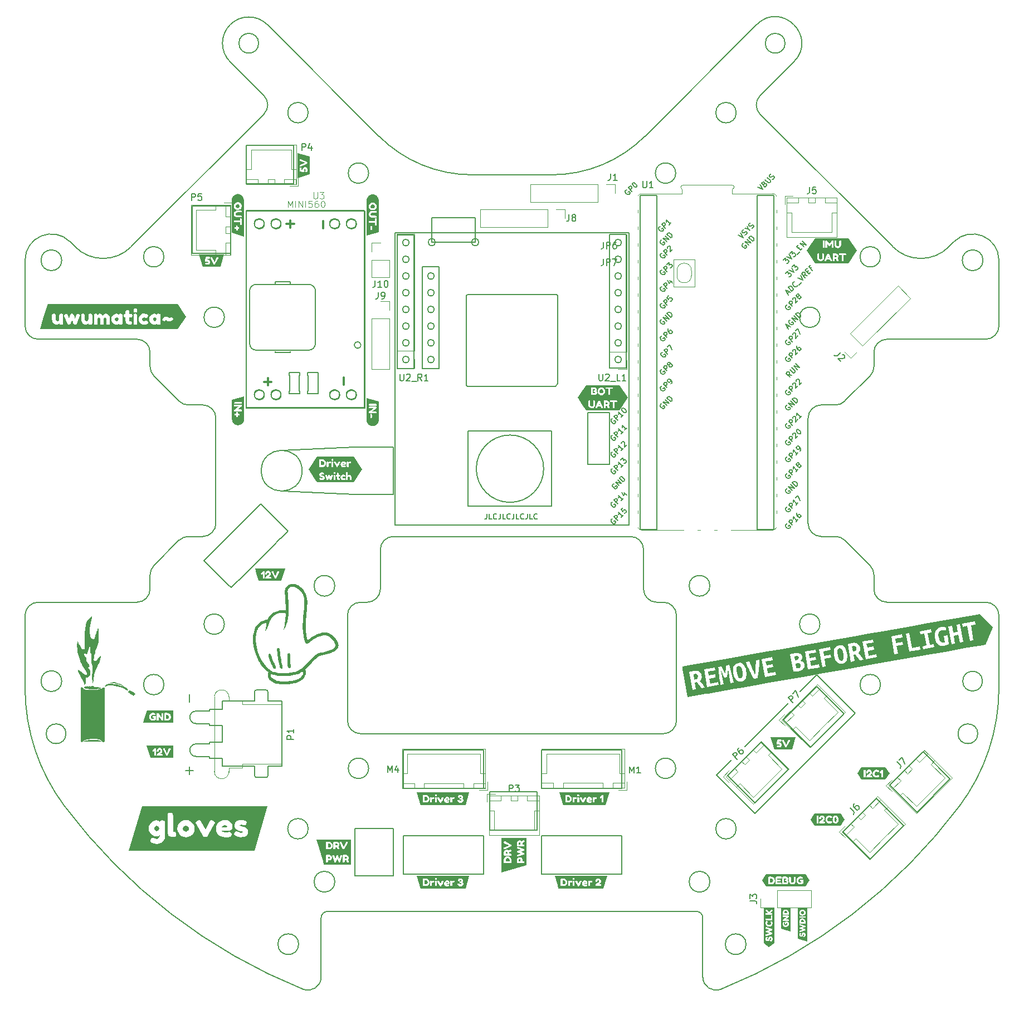
<source format=gto>
%TF.GenerationSoftware,KiCad,Pcbnew,7.0.10*%
%TF.CreationDate,2024-01-30T15:13:43+08:00*%
%TF.ProjectId,top-rounded,746f702d-726f-4756-9e64-65642e6b6963,rev?*%
%TF.SameCoordinates,Original*%
%TF.FileFunction,Legend,Top*%
%TF.FilePolarity,Positive*%
%FSLAX46Y46*%
G04 Gerber Fmt 4.6, Leading zero omitted, Abs format (unit mm)*
G04 Created by KiCad (PCBNEW 7.0.10) date 2024-01-30 15:13:43*
%MOMM*%
%LPD*%
G01*
G04 APERTURE LIST*
%ADD10C,0.200000*%
%ADD11C,0.150000*%
%ADD12C,0.100000*%
%ADD13C,0.300000*%
%ADD14C,0.120000*%
G04 APERTURE END LIST*
D10*
X151248744Y-153970866D02*
X152685585Y-152534025D01*
X54000000Y-143750000D02*
X56000000Y-143750000D01*
X65000000Y-135050000D02*
X62900000Y-135050000D01*
X86851987Y-148335400D02*
X84819987Y-148335400D01*
X82562000Y-84455000D02*
X83312000Y-84455000D01*
X45585786Y-85585786D02*
X49414214Y-89414214D01*
X59620186Y-115511560D02*
X63684212Y-111447534D01*
X145384558Y-133756793D02*
X146318505Y-132822846D01*
X102491856Y-148809179D02*
X103812656Y-148809179D01*
X54000000Y-138450000D02*
X54000000Y-138750000D01*
X89351987Y-155493400D02*
X89819987Y-155493400D01*
X116640000Y-67860000D02*
G75*
G03*
X115620000Y-67860000I-510000J0D01*
G01*
X115620000Y-67860000D02*
G75*
G03*
X116640000Y-67860000I510000J0D01*
G01*
X137825587Y-149577600D02*
X136891640Y-150511547D01*
X68253014Y-178848766D02*
G75*
G03*
X71000000Y-176993506I746986J1855266D01*
G01*
X167171573Y-65171573D02*
X166376154Y-65966991D01*
D11*
X146304000Y-131064000D02*
X152146000Y-136906000D01*
D10*
X133694669Y-145446682D02*
X135131510Y-144009841D01*
X94351987Y-161335400D02*
X92319987Y-161335400D01*
X120000000Y-112000000D02*
G75*
G03*
X118000000Y-110000000I-2000000J0D01*
G01*
X65464505Y-56397726D02*
X63432505Y-56397726D01*
X118000000Y-110000000D02*
X82000000Y-110000000D01*
X87122000Y-84455000D02*
X88081993Y-84455000D01*
X64712875Y-110418872D02*
X64923487Y-110208259D01*
D11*
X93345000Y-93980000D02*
X106045000Y-93980000D01*
X106045000Y-105410000D01*
X93345000Y-105410000D01*
X93345000Y-93980000D01*
D10*
X60932505Y-56397726D02*
X59611705Y-56397726D01*
X113319987Y-142493400D02*
X115351987Y-142493400D01*
X141500000Y-35000000D02*
G75*
G03*
X138500000Y-35000000I-1500000J0D01*
G01*
X138500000Y-35000000D02*
G75*
G03*
X141500000Y-35000000I1500000J0D01*
G01*
X157000000Y-80000000D02*
G75*
G03*
X155000000Y-82000000I0J-2000000D01*
G01*
X106570840Y-87161000D02*
X106564820Y-87161000D01*
X108319987Y-161335400D02*
X107851987Y-161335400D01*
X158319812Y-146899798D02*
X159756653Y-145462957D01*
X164218497Y-149262949D02*
X163887571Y-149593875D01*
X77000000Y-140000000D02*
X123000000Y-140000000D01*
X82003364Y-96424106D02*
X82003364Y-97744906D01*
X76161364Y-154424106D02*
X82003364Y-154424106D01*
X100459856Y-148809179D02*
X102491856Y-148809179D01*
X105819987Y-161335400D02*
X104499187Y-161335400D01*
X119510001Y-58140001D02*
X119510001Y-108940001D01*
X141246004Y-137895348D02*
X142179950Y-136961401D01*
X129000000Y-168000000D02*
G75*
G03*
X128000000Y-167000000I-1000000J0D01*
G01*
X64869730Y-62414222D02*
G75*
G03*
X63369730Y-62414222I-750000J0D01*
G01*
X63369730Y-62414222D02*
G75*
G03*
X64869730Y-62414222I750000J0D01*
G01*
X92319987Y-142493400D02*
X94351987Y-142493400D01*
X83312000Y-84455000D02*
X84271993Y-84455000D01*
X132760722Y-146380629D02*
X133694669Y-145446682D01*
X83499187Y-148335400D02*
X83499187Y-142493400D01*
X106058875Y-55000000D02*
X93941125Y-55000000D01*
X77000000Y-120000000D02*
G75*
G03*
X75000000Y-122000000I0J-2000000D01*
G01*
X117399000Y-84374000D02*
X117399000Y-64054000D01*
X149171573Y-110000000D02*
X147000000Y-110000000D01*
X159756653Y-145462957D02*
X160087579Y-145132031D01*
X107851987Y-155493400D02*
X108319987Y-155493400D01*
X60900000Y-144950000D02*
X60900000Y-146400000D01*
X145000000Y-108000000D02*
X145000000Y-92000000D01*
X76161364Y-160276906D02*
X76161364Y-158244906D01*
X110819987Y-148335400D02*
X110351987Y-148335400D01*
X84819987Y-142493400D02*
X86851987Y-142493400D01*
X91851987Y-148335400D02*
X89819987Y-148335400D01*
X56270551Y-116705934D02*
X56845287Y-117280670D01*
X93022000Y-73411590D02*
X93022000Y-73405570D01*
X60900000Y-133600000D02*
X60900000Y-135050000D01*
X56000000Y-141250000D02*
X54000000Y-141250000D01*
X62650000Y-146650000D02*
G75*
G03*
X62900000Y-146400000I0J250000D01*
G01*
X174000000Y-78000000D02*
X174000000Y-68000000D01*
X134076912Y-45552778D02*
G75*
G03*
X130976912Y-45552778I-1550000J0D01*
G01*
X130976912Y-45552778D02*
G75*
G03*
X134076912Y-45552778I1550000J0D01*
G01*
X135462436Y-143678915D02*
X136899277Y-142242074D01*
X95672787Y-148335400D02*
X94351987Y-148335400D01*
X137290001Y-108940001D02*
X137960001Y-108940001D01*
X149171573Y-90000022D02*
G75*
G03*
X150585786Y-89414214I-73J2000122D01*
G01*
X107851987Y-161335400D02*
X105819987Y-161335400D01*
X51393324Y-59773785D02*
X57235324Y-59773785D01*
X62828426Y-32171574D02*
G75*
G03*
X57171574Y-37828426I-2828426J-2828426D01*
G01*
X56000000Y-144950000D02*
X57200000Y-144950000D01*
X172000000Y-120000000D02*
X157000000Y-120000000D01*
X137704595Y-42952287D02*
G75*
G03*
X137704581Y-45780700I1414205J-1414213D01*
G01*
X139830001Y-58140001D02*
X139160001Y-58140001D01*
X93222570Y-87161000D02*
X93204217Y-87161000D01*
X77579730Y-60414222D02*
X77579730Y-90414222D01*
X113319987Y-161335400D02*
X112851987Y-161335400D01*
X141030195Y-146372992D02*
X139593354Y-147809833D01*
X115351987Y-155493400D02*
X116672787Y-155493400D01*
X92319987Y-155493400D02*
X94351987Y-155493400D01*
X57235324Y-63126585D02*
X57235324Y-63594585D01*
X65956217Y-109175529D02*
X65453322Y-108672635D01*
X69023088Y-45552778D02*
G75*
G03*
X65923088Y-45552778I-1550000J0D01*
G01*
X65923088Y-45552778D02*
G75*
G03*
X69023088Y-45552778I1550000J0D01*
G01*
X94351987Y-155493400D02*
X95672787Y-155493400D01*
X125000000Y-122000000D02*
G75*
G03*
X123000000Y-120000000I-2000000J0D01*
G01*
X52000000Y-138450000D02*
X54000000Y-138450000D01*
X88081993Y-84455000D02*
X88912000Y-84455000D01*
X112851987Y-161335400D02*
X110819987Y-161335400D01*
X82003364Y-161597706D02*
X76161364Y-161597706D01*
X88190000Y-70400000D02*
G75*
G03*
X87170000Y-70400000I-510000J0D01*
G01*
X87170000Y-70400000D02*
G75*
G03*
X88190000Y-70400000I510000J0D01*
G01*
X106978000Y-86747820D02*
X106978000Y-86753840D01*
X95672787Y-161335400D02*
X94351987Y-161335400D01*
X112851987Y-155493400D02*
X113319987Y-155493400D01*
X86372000Y-84455000D02*
X87122000Y-84455000D01*
X62329730Y-62414222D02*
G75*
G03*
X60829730Y-62414222I-750000J0D01*
G01*
X60829730Y-62414222D02*
G75*
G03*
X62329730Y-62414222I750000J0D01*
G01*
X51393324Y-65626585D02*
X51393324Y-63594585D01*
X113319987Y-155493400D02*
X115351987Y-155493400D01*
X155000000Y-84171573D02*
X155000000Y-82000000D01*
X155997222Y-132526912D02*
G75*
G03*
X152897222Y-132526912I-1550000J0D01*
G01*
X152897222Y-132526912D02*
G75*
G03*
X155997222Y-132526912I1550000J0D01*
G01*
X139160001Y-108940001D02*
X139830001Y-108940001D01*
X89819987Y-161335400D02*
X89351987Y-161335400D01*
X45585793Y-114414221D02*
G75*
G03*
X45000000Y-115828427I1414107J-1414179D01*
G01*
X103812656Y-154651179D02*
X102491856Y-154651179D01*
X147000000Y-90000000D02*
G75*
G03*
X145000000Y-92000000I0J-2000000D01*
G01*
X53000000Y-110000000D02*
G75*
G03*
X55000000Y-108000000I0J2000000D01*
G01*
X83499187Y-142493400D02*
X84819987Y-142493400D01*
X145376921Y-142026265D02*
X141246004Y-137895348D01*
X57200000Y-144950000D02*
X60900000Y-144950000D01*
X117780000Y-63800000D02*
X82220000Y-63800000D01*
X75000000Y-138000000D02*
G75*
G03*
X77000000Y-140000000I2000000J0D01*
G01*
X93022000Y-86960430D02*
X93022000Y-86954410D01*
X146804834Y-76665476D02*
G75*
G03*
X143704834Y-76665476I-1550000J0D01*
G01*
X143704834Y-76665476D02*
G75*
G03*
X146804834Y-76665476I1550000J0D01*
G01*
X97959856Y-154651179D02*
X96639056Y-154651179D01*
D11*
X76161364Y-103597706D02*
X64999999Y-103100000D01*
D10*
X58380911Y-116750835D02*
X58591524Y-116540223D01*
X56000000Y-135050000D02*
X56000000Y-136050000D01*
X56000000Y-136050000D02*
X56000000Y-136250000D01*
X137290001Y-58140001D02*
X137290001Y-108940001D01*
X94960000Y-65250000D02*
G75*
G03*
X93860000Y-65250000I-550000J0D01*
G01*
X93860000Y-65250000D02*
G75*
G03*
X94960000Y-65250000I550000J0D01*
G01*
X110351987Y-161335400D02*
X108319987Y-161335400D01*
X116672787Y-148335400D02*
X115351987Y-148335400D01*
X84271993Y-84455000D02*
X85102000Y-84455000D01*
X93228590Y-87161000D02*
X93222570Y-87161000D01*
X145000000Y-108000000D02*
G75*
G03*
X147000000Y-110000000I2000000J0D01*
G01*
X106564820Y-87161000D02*
X93228590Y-87161000D01*
X87319987Y-142493400D02*
X89351987Y-142493400D01*
X57200000Y-135050000D02*
X56000000Y-135050000D01*
X78000000Y-120000000D02*
G75*
G03*
X80000000Y-118000000I0J2000000D01*
G01*
X142828426Y-37828426D02*
G75*
G03*
X137171574Y-32171574I-2828426J2828426D01*
G01*
X157890873Y-65966991D02*
X137704581Y-45780700D01*
X54000000Y-138750000D02*
X56000000Y-138750000D01*
X61150000Y-146650000D02*
X62650000Y-146650000D01*
X157385865Y-147833744D02*
X158319812Y-146899798D01*
X93222570Y-73205000D02*
X93228590Y-73205000D01*
X106058875Y-55000023D02*
G75*
G03*
X120201010Y-49142136I-75J20000123D01*
G01*
X116568993Y-84374000D02*
X117399000Y-84374000D01*
X82000000Y-110000000D02*
G75*
G03*
X80000000Y-112000000I0J-2000000D01*
G01*
X63432505Y-50555726D02*
X65464505Y-50555726D01*
X26000000Y-122000000D02*
X26000000Y-133000000D01*
X60932505Y-50555726D02*
X62964505Y-50555726D01*
X55000000Y-92000000D02*
X55000000Y-108000000D01*
X104499187Y-161335400D02*
X104499187Y-155493400D01*
X88190000Y-83100000D02*
G75*
G03*
X87170000Y-83100000I-510000J0D01*
G01*
X87170000Y-83100000D02*
G75*
G03*
X88190000Y-83100000I510000J0D01*
G01*
X139262428Y-148140759D02*
X137825587Y-149577600D01*
X57235324Y-59773785D02*
X57235324Y-61094585D01*
D11*
X135382000Y-141986000D02*
X141986000Y-135382000D01*
D10*
X110819987Y-161335400D02*
X110351987Y-161335400D01*
X58591524Y-116540223D02*
X59620186Y-115511560D01*
X76161364Y-161597706D02*
X76161364Y-160276906D01*
X150585779Y-110585793D02*
G75*
G03*
X149171573Y-110000000I-1414179J-1414107D01*
G01*
X115609000Y-64054000D02*
X114859000Y-64054000D01*
X139830001Y-108940001D02*
X139830001Y-58140001D01*
X83499187Y-161335400D02*
X83499187Y-155493400D01*
X112851987Y-148335400D02*
X110819987Y-148335400D01*
X121380001Y-108940001D02*
X122050001Y-108940001D01*
X135131510Y-144009841D02*
X135462436Y-143678915D01*
X26000000Y-78000000D02*
G75*
G03*
X28000000Y-80000000I2000000J0D01*
G01*
X157000000Y-80000000D02*
X172000000Y-80000000D01*
X141964141Y-145439045D02*
X141030195Y-146372992D01*
X112851987Y-142493400D02*
X113319987Y-142493400D01*
X137704581Y-42952273D02*
X142828427Y-37828427D01*
X130075000Y-162500000D02*
G75*
G03*
X126925000Y-162500000I-1575000J0D01*
G01*
X126925000Y-162500000D02*
G75*
G03*
X130075000Y-162500000I1575000J0D01*
G01*
X57235324Y-65626585D02*
X57235324Y-66947385D01*
X162458366Y-142761243D02*
X166589284Y-146892161D01*
X65453322Y-108672635D02*
X64878586Y-108097899D01*
X110819987Y-155493400D02*
X112851987Y-155493400D01*
X93204217Y-73205000D02*
X93222570Y-73205000D01*
X86851987Y-161335400D02*
X84819987Y-161335400D01*
X171575000Y-68000000D02*
G75*
G03*
X168425000Y-68000000I-1575000J0D01*
G01*
X168425000Y-68000000D02*
G75*
G03*
X171575000Y-68000000I1575000J0D01*
G01*
X106795783Y-73205000D02*
X106978000Y-73387217D01*
X156816503Y-156664942D02*
X155379662Y-158101783D01*
X122050001Y-58140001D02*
X121380001Y-58140001D01*
X107851987Y-148335400D02*
X105819987Y-148335400D01*
X28000000Y-120000000D02*
G75*
G03*
X26000000Y-122000000I0J-2000000D01*
G01*
X108319987Y-142493400D02*
X110351987Y-142493400D01*
X45000000Y-115828427D02*
X45000000Y-118000000D01*
X114859000Y-84374000D02*
X115609000Y-84374000D01*
X62295432Y-45780713D02*
G75*
G03*
X62295419Y-42952273I-1414232J1414213D01*
G01*
X54000000Y-143450000D02*
X54000000Y-143750000D01*
X137171573Y-32171573D02*
X120201010Y-49142136D01*
X28000000Y-80000000D02*
X43000000Y-80000000D01*
X129000000Y-168000000D02*
X129000000Y-176993506D01*
X57235324Y-63594585D02*
X57235324Y-65626585D01*
X116640000Y-80560000D02*
G75*
G03*
X115620000Y-80560000I-510000J0D01*
G01*
X115620000Y-80560000D02*
G75*
G03*
X116640000Y-80560000I510000J0D01*
G01*
X57235324Y-61094585D02*
X57235324Y-63126585D01*
X84380000Y-70400000D02*
G75*
G03*
X83360000Y-70400000I-510000J0D01*
G01*
X83360000Y-70400000D02*
G75*
G03*
X84380000Y-70400000I510000J0D01*
G01*
X99991856Y-154651179D02*
X97959856Y-154651179D01*
X135575000Y-172000000D02*
G75*
G03*
X132425000Y-172000000I-1575000J0D01*
G01*
X132425000Y-172000000D02*
G75*
G03*
X135575000Y-172000000I1575000J0D01*
G01*
X56000000Y-143950000D02*
X56000000Y-144950000D01*
X84380000Y-65320000D02*
G75*
G03*
X83360000Y-65320000I-510000J0D01*
G01*
X83360000Y-65320000D02*
G75*
G03*
X84380000Y-65320000I510000J0D01*
G01*
X84271993Y-64135000D02*
X83312000Y-64135000D01*
X171500000Y-132000000D02*
G75*
G03*
X168500000Y-132000000I-1500000J0D01*
G01*
X168500000Y-132000000D02*
G75*
G03*
X171500000Y-132000000I1500000J0D01*
G01*
X86851987Y-155493400D02*
X87319987Y-155493400D01*
X134076912Y-154447222D02*
G75*
G03*
X130976912Y-154447222I-1550000J0D01*
G01*
X130976912Y-154447222D02*
G75*
G03*
X134076912Y-154447222I1550000J0D01*
G01*
X117399000Y-64054000D02*
X116568993Y-64054000D01*
X137960001Y-108940001D02*
X139160001Y-108940001D01*
X125000000Y-138000000D02*
X125000000Y-122000000D01*
X154414207Y-85585779D02*
G75*
G03*
X155000000Y-84171573I-1414107J1414179D01*
G01*
X115351987Y-148335400D02*
X113319987Y-148335400D01*
X73789730Y-88414222D02*
G75*
G03*
X72289730Y-88414222I-750000J0D01*
G01*
X72289730Y-88414222D02*
G75*
G03*
X73789730Y-88414222I750000J0D01*
G01*
X82003364Y-158244906D02*
X82003364Y-160276906D01*
X110819987Y-142493400D02*
X112851987Y-142493400D01*
X62900000Y-133600000D02*
G75*
G03*
X62650000Y-133350000I-250000J0D01*
G01*
X62650000Y-133350000D02*
X61150000Y-133350000D01*
X73789730Y-62414222D02*
G75*
G03*
X72289730Y-62414222I-750000J0D01*
G01*
X72289730Y-62414222D02*
G75*
G03*
X73789730Y-62414222I750000J0D01*
G01*
X115609000Y-84374000D02*
X116568993Y-84374000D01*
X51393324Y-61094585D02*
X51393324Y-59773785D01*
X155000022Y-115828427D02*
G75*
G03*
X154414214Y-114414214I-2000122J-73D01*
G01*
X88190000Y-75480000D02*
G75*
G03*
X87170000Y-75480000I-510000J0D01*
G01*
X87170000Y-75480000D02*
G75*
G03*
X88190000Y-75480000I510000J0D01*
G01*
X97959856Y-148809179D02*
X99991856Y-148809179D01*
X84380000Y-67860000D02*
G75*
G03*
X83360000Y-67860000I-510000J0D01*
G01*
X83360000Y-67860000D02*
G75*
G03*
X84380000Y-67860000I510000J0D01*
G01*
X94351987Y-142493400D02*
X95672787Y-142493400D01*
X120180001Y-58140001D02*
X119510001Y-58140001D01*
X147747709Y-139655478D02*
X146310868Y-141092319D01*
X104499187Y-142493400D02*
X105819987Y-142493400D01*
X104499187Y-155493400D02*
X105819987Y-155493400D01*
X146804834Y-123334524D02*
G75*
G03*
X143704834Y-123334524I-1550000J0D01*
G01*
X143704834Y-123334524D02*
G75*
G03*
X146804834Y-123334524I1550000J0D01*
G01*
X47102778Y-67473088D02*
G75*
G03*
X44002778Y-67473088I-1550000J0D01*
G01*
X44002778Y-67473088D02*
G75*
G03*
X47102778Y-67473088I1550000J0D01*
G01*
X87319987Y-161335400D02*
X86851987Y-161335400D01*
X57171573Y-37828427D02*
X62295419Y-42952273D01*
X106978000Y-73387217D02*
X106978000Y-73405570D01*
X71000000Y-176993506D02*
X71000000Y-168000000D01*
X116672787Y-155493400D02*
X116672787Y-161335400D01*
X148078635Y-139324552D02*
X147747709Y-139655478D01*
X62964505Y-56397726D02*
X60932505Y-56397726D01*
X89819987Y-142493400D02*
X91851987Y-142493400D01*
X155997222Y-67473088D02*
G75*
G03*
X152897222Y-67473088I-1550000J0D01*
G01*
X152897222Y-67473088D02*
G75*
G03*
X155997222Y-67473088I1550000J0D01*
G01*
X106777430Y-73205000D02*
X106795783Y-73205000D01*
X72000000Y-167000000D02*
G75*
G03*
X71000000Y-168000000I0J-1000000D01*
G01*
X150449423Y-136953764D02*
X149515476Y-137887711D01*
X52000000Y-143450000D02*
X54000000Y-143450000D01*
X56295166Y-76665476D02*
G75*
G03*
X53195166Y-76665476I-1550000J0D01*
G01*
X53195166Y-76665476D02*
G75*
G03*
X56295166Y-76665476I1550000J0D01*
G01*
X139593354Y-147809833D02*
X139262428Y-148140759D01*
X123000000Y-140000000D02*
G75*
G03*
X125000000Y-138000000I0J2000000D01*
G01*
X99991856Y-148809179D02*
X100459856Y-148809179D01*
D11*
X76161364Y-96424106D02*
X64999999Y-96900000D01*
D10*
X165655338Y-147826108D02*
X164218497Y-149262949D01*
X102491856Y-154651179D02*
X100459856Y-154651179D01*
X47102778Y-132526912D02*
G75*
G03*
X44002778Y-132526912I-1550000J0D01*
G01*
X44002778Y-132526912D02*
G75*
G03*
X47102778Y-132526912I1550000J0D01*
G01*
X136899277Y-142242074D02*
X137833224Y-141308128D01*
X115351987Y-161335400D02*
X113319987Y-161335400D01*
X78215476Y-54745166D02*
G75*
G03*
X75115476Y-54745166I-1550000J0D01*
G01*
X75115476Y-54745166D02*
G75*
G03*
X78215476Y-54745166I1550000J0D01*
G01*
X94351987Y-148335400D02*
X92319987Y-148335400D01*
X153016511Y-152203099D02*
X154453352Y-150766258D01*
X88190000Y-80560000D02*
G75*
G03*
X87170000Y-80560000I-510000J0D01*
G01*
X87170000Y-80560000D02*
G75*
G03*
X88190000Y-80560000I510000J0D01*
G01*
X174000000Y-122000000D02*
G75*
G03*
X172000000Y-120000000I-2000000J0D01*
G01*
X96639056Y-148809179D02*
X97959856Y-148809179D01*
X62964505Y-50555726D02*
X63432505Y-50555726D01*
X63432505Y-56397726D02*
X62964505Y-56397726D01*
X31575000Y-68000000D02*
G75*
G03*
X28425000Y-68000000I-1575000J0D01*
G01*
X28425000Y-68000000D02*
G75*
G03*
X31575000Y-68000000I1575000J0D01*
G01*
X84380000Y-83100000D02*
G75*
G03*
X83360000Y-83100000I-510000J0D01*
G01*
X83360000Y-83100000D02*
G75*
G03*
X84380000Y-83100000I510000J0D01*
G01*
X163887571Y-149593875D02*
X162450730Y-151030716D01*
X108319987Y-148335400D02*
X107851987Y-148335400D01*
X84380000Y-78020000D02*
G75*
G03*
X83360000Y-78020000I-510000J0D01*
G01*
X83360000Y-78020000D02*
G75*
G03*
X84380000Y-78020000I510000J0D01*
G01*
X62329730Y-88414222D02*
G75*
G03*
X60829730Y-88414222I-750000J0D01*
G01*
X60829730Y-88414222D02*
G75*
G03*
X62329730Y-88414222I750000J0D01*
G01*
X56295166Y-123334524D02*
G75*
G03*
X53195166Y-123334524I-1550000J0D01*
G01*
X53195166Y-123334524D02*
G75*
G03*
X56295166Y-123334524I1550000J0D01*
G01*
X82003364Y-103597706D02*
X76161364Y-103597706D01*
X56000000Y-138750000D02*
X56000000Y-141250000D01*
X91851987Y-161335400D02*
X89819987Y-161335400D01*
X158584270Y-154897175D02*
X157147429Y-156334016D01*
X173999999Y-68000000D02*
G75*
G03*
X167171574Y-65171574I-3999999J0D01*
G01*
X166589284Y-146892161D02*
X165655338Y-147826108D01*
X87319987Y-148335400D02*
X86851987Y-148335400D01*
X116640000Y-83100000D02*
G75*
G03*
X115620000Y-83100000I-510000J0D01*
G01*
X115620000Y-83100000D02*
G75*
G03*
X116640000Y-83100000I510000J0D01*
G01*
X93022000Y-86978783D02*
X93022000Y-86960430D01*
X59611705Y-50555726D02*
X60932505Y-50555726D01*
X146310868Y-141092319D02*
X145376921Y-142026265D01*
X154414214Y-114414214D02*
X150585786Y-110585786D01*
X161516783Y-151964662D02*
X157385865Y-147833744D01*
D11*
X111506000Y-91186000D02*
X114808000Y-91186000D01*
X114808000Y-99060000D01*
X111506000Y-99060000D01*
X111506000Y-91186000D01*
D10*
X89819987Y-148335400D02*
X89351987Y-148335400D01*
X68099999Y-100000000D02*
G75*
G03*
X61899999Y-100000000I-3100000J0D01*
G01*
X61899999Y-100000000D02*
G75*
G03*
X68099999Y-100000000I3100000J0D01*
G01*
X82220000Y-63800000D02*
X82220000Y-108250000D01*
X33623847Y-65966990D02*
G75*
G03*
X42109127Y-65966991I4242640J4242637D01*
G01*
X61150000Y-133350000D02*
G75*
G03*
X60900000Y-133600000I0J-250000D01*
G01*
X32217968Y-140000000D02*
G75*
G03*
X29217968Y-140000000I-1500000J0D01*
G01*
X29217968Y-140000000D02*
G75*
G03*
X32217968Y-140000000I1500000J0D01*
G01*
X161524420Y-143695190D02*
X162458366Y-142761243D01*
X33623846Y-65966991D02*
X32828427Y-65171573D01*
X54000000Y-136250000D02*
X54000000Y-136550000D01*
X87319987Y-155493400D02*
X89351987Y-155493400D01*
X75000000Y-122000000D02*
X75000000Y-138000000D01*
X82003364Y-100244906D02*
X82003364Y-102276906D01*
X62900000Y-135050000D02*
X62900000Y-133600000D01*
X104499187Y-148335400D02*
X104499187Y-142493400D01*
X61825299Y-105044612D02*
X53217264Y-113652647D01*
D11*
X87810000Y-61520000D02*
X94410000Y-61520000D01*
X94410000Y-65250000D01*
X87810000Y-65250000D01*
X87810000Y-61520000D01*
D10*
X108319987Y-155493400D02*
X110351987Y-155493400D01*
D11*
X88920000Y-68950000D02*
X86370000Y-68950000D01*
X152146000Y-136906000D02*
X136906000Y-152146000D01*
D10*
X110351987Y-142493400D02*
X110819987Y-142493400D01*
X120000000Y-118000000D02*
G75*
G03*
X122000000Y-120000000I2000000J0D01*
G01*
X100459856Y-154651179D02*
X99991856Y-154651179D01*
X26000000Y-133000000D02*
G75*
G03*
X32000000Y-151000000I30000000J0D01*
G01*
X53000000Y-110000000D02*
X50828427Y-110000000D01*
X82003364Y-102276906D02*
X82003364Y-103597706D01*
X107851987Y-142493400D02*
X108319987Y-142493400D01*
X91851987Y-155493400D02*
X92319987Y-155493400D01*
X157147429Y-156334016D02*
X156816503Y-156664942D01*
D11*
X86370000Y-68950000D02*
X86372000Y-84455000D01*
D10*
X160087579Y-145132031D02*
X161524420Y-143695190D01*
X89351987Y-148335400D02*
X87319987Y-148335400D01*
X62900000Y-144950000D02*
X65000000Y-144950000D01*
X147000000Y-90000000D02*
X149171573Y-90000000D01*
X106589193Y-87161000D02*
X106570840Y-87161000D01*
X116672787Y-161335400D02*
X115351987Y-161335400D01*
X85102000Y-84455000D02*
X85102000Y-64135000D01*
X84819987Y-155493400D02*
X86851987Y-155493400D01*
X116640000Y-78020000D02*
G75*
G03*
X115620000Y-78020000I-510000J0D01*
G01*
X115620000Y-78020000D02*
G75*
G03*
X116640000Y-78020000I510000J0D01*
G01*
X76329730Y-62414222D02*
G75*
G03*
X74829730Y-62414222I-750000J0D01*
G01*
X74829730Y-62414222D02*
G75*
G03*
X76329730Y-62414222I750000J0D01*
G01*
X82003364Y-99776906D02*
X82003364Y-100244906D01*
X128999995Y-176993506D02*
G75*
G03*
X131746988Y-178848771I2000005J6D01*
G01*
X76161364Y-96424106D02*
X82003364Y-96424106D01*
X49414214Y-110585786D02*
X45585786Y-114414214D01*
X142179950Y-136961401D02*
X143616791Y-135524560D01*
X89351987Y-161335400D02*
X87319987Y-161335400D01*
X152685585Y-152534025D02*
X153016511Y-152203099D01*
X110351987Y-148335400D02*
X108319987Y-148335400D01*
X89351987Y-142493400D02*
X89819987Y-142493400D01*
X88190000Y-78020000D02*
G75*
G03*
X87170000Y-78020000I-510000J0D01*
G01*
X87170000Y-78020000D02*
G75*
G03*
X88190000Y-78020000I510000J0D01*
G01*
X77579730Y-90414222D02*
X59579730Y-90414222D01*
X93022000Y-86954410D02*
X93022000Y-73411590D01*
X64923487Y-110208259D02*
X65956217Y-109175529D01*
X155000000Y-118000000D02*
X155000000Y-115828427D01*
X84380000Y-72940000D02*
G75*
G03*
X83360000Y-72940000I-510000J0D01*
G01*
X83360000Y-72940000D02*
G75*
G03*
X84380000Y-72940000I510000J0D01*
G01*
X73075000Y-162500000D02*
G75*
G03*
X69925000Y-162500000I-1575000J0D01*
G01*
X69925000Y-162500000D02*
G75*
G03*
X73075000Y-162500000I1575000J0D01*
G01*
X82003364Y-155744906D02*
X82003364Y-157776906D01*
X131746988Y-178848771D02*
G75*
G03*
X168000000Y-151000000I-31746988J78848771D01*
G01*
X82003364Y-157776906D02*
X82003364Y-158244906D01*
X155387299Y-149832311D02*
X159518216Y-153963229D01*
X106978000Y-73405570D02*
X106978000Y-73411590D01*
X86851987Y-142493400D02*
X87319987Y-142493400D01*
X137833224Y-141308128D02*
X141964141Y-145439045D01*
X57235324Y-66947385D02*
X51393324Y-66947385D01*
X72000000Y-167000000D02*
X128000000Y-167000000D01*
X62900000Y-146400000D02*
X62900000Y-144950000D01*
X116640000Y-65320000D02*
G75*
G03*
X115620000Y-65320000I-510000J0D01*
G01*
X115620000Y-65320000D02*
G75*
G03*
X116640000Y-65320000I510000J0D01*
G01*
X65464505Y-50555726D02*
X66785305Y-50555726D01*
X56000000Y-136250000D02*
X54000000Y-136250000D01*
X113319987Y-148335400D02*
X112851987Y-148335400D01*
X123000000Y-120000000D02*
X122000000Y-120000000D01*
X60900000Y-135050000D02*
X57200000Y-135050000D01*
X116672787Y-142493400D02*
X116672787Y-148335400D01*
X53217264Y-113652647D02*
X56270551Y-116705934D01*
X60900000Y-146400000D02*
G75*
G03*
X61150000Y-146650000I250000J0D01*
G01*
X170782032Y-140000000D02*
G75*
G03*
X167782032Y-140000000I-1500000J0D01*
G01*
X167782032Y-140000000D02*
G75*
G03*
X170782032Y-140000000I1500000J0D01*
G01*
X82220000Y-108250000D02*
X117780000Y-108250000D01*
X106978000Y-86772193D02*
X106589193Y-87161000D01*
X92319987Y-161335400D02*
X91851987Y-161335400D01*
X106771410Y-73205000D02*
X106777430Y-73205000D01*
X82003364Y-160276906D02*
X82003364Y-161597706D01*
X45000000Y-82000000D02*
G75*
G03*
X43000000Y-80000000I-2000000J0D01*
G01*
X50828427Y-90000000D02*
X53000000Y-90000000D01*
X105819987Y-142493400D02*
X107851987Y-142493400D01*
X174000000Y-133000000D02*
X174000000Y-122000000D01*
X52000000Y-136550000D02*
G75*
G03*
X52000000Y-138450000I0J-950000D01*
G01*
D11*
X88912000Y-84455000D02*
X88920000Y-68950000D01*
D10*
X137960001Y-58140001D02*
X137290001Y-58140001D01*
X106978000Y-73411590D02*
X106978000Y-86747820D01*
X76161364Y-155744906D02*
X76161364Y-154424106D01*
X122050001Y-108940001D02*
X122050001Y-58140001D01*
X116568993Y-64054000D02*
X115609000Y-64054000D01*
X51393324Y-63594585D02*
X51393324Y-63126585D01*
X62295419Y-45780700D02*
X42109127Y-65966991D01*
X84819987Y-161335400D02*
X83499187Y-161335400D01*
X79798990Y-49142136D02*
X62828427Y-32171573D01*
X143947717Y-135193634D02*
X145384558Y-133756793D01*
X54000000Y-141250000D02*
X54000000Y-141550000D01*
X49414221Y-89414207D02*
G75*
G03*
X50828427Y-90000000I1414179J1414107D01*
G01*
X110351987Y-155493400D02*
X110819987Y-155493400D01*
X106978000Y-86753840D02*
X106978000Y-86772193D01*
X85102000Y-64135000D02*
X84271993Y-64135000D01*
X82562000Y-64135000D02*
X82562000Y-84455000D01*
X155379662Y-158101783D02*
X154445715Y-159035730D01*
X84819987Y-148335400D02*
X83499187Y-148335400D01*
X105819987Y-155493400D02*
X107851987Y-155493400D01*
X26000000Y-68000000D02*
X26000000Y-78000000D01*
X146318505Y-132822846D02*
X150449423Y-136953764D01*
X139160001Y-58140001D02*
X137960001Y-58140001D01*
X66785305Y-50555726D02*
X66785305Y-56397726D01*
X79798998Y-49142128D02*
G75*
G03*
X93941125Y-55000000I14142102J14142028D01*
G01*
X31575000Y-132000000D02*
G75*
G03*
X28425000Y-132000000I-1575000J0D01*
G01*
X28425000Y-132000000D02*
G75*
G03*
X31575000Y-132000000I1575000J0D01*
G01*
X59611705Y-56397726D02*
X59611705Y-50555726D01*
X114859000Y-64054000D02*
X114859000Y-84374000D01*
X96639056Y-154651179D02*
X96639056Y-148809179D01*
X93022000Y-73405570D02*
X93022000Y-73387217D01*
X82003364Y-154424106D02*
X82003364Y-155744906D01*
X56000000Y-143750000D02*
X56000000Y-143950000D01*
X154453352Y-150766258D02*
X155387299Y-149832311D01*
X56845287Y-117280670D02*
X57348182Y-117783565D01*
X168000000Y-151000000D02*
G75*
G03*
X174000000Y-133000000I-24000000J18000000D01*
G01*
X93228590Y-73205000D02*
X106771410Y-73205000D01*
X130075000Y-117500000D02*
G75*
G03*
X126925000Y-117500000I-1575000J0D01*
G01*
X126925000Y-117500000D02*
G75*
G03*
X130075000Y-117500000I1575000J0D01*
G01*
X76161364Y-157776906D02*
X76161364Y-155744906D01*
X88360000Y-65250000D02*
G75*
G03*
X87260000Y-65250000I-550000J0D01*
G01*
X87260000Y-65250000D02*
G75*
G03*
X88360000Y-65250000I550000J0D01*
G01*
X150585786Y-89414214D02*
X154414214Y-85585786D01*
X64878586Y-108097899D02*
X61825299Y-105044612D01*
X66785305Y-56397726D02*
X65464505Y-56397726D01*
D11*
X131064000Y-146304000D02*
X136906000Y-152146000D01*
D10*
X120180001Y-108940001D02*
X121380001Y-108940001D01*
X93022000Y-73387217D02*
X93204217Y-73205000D01*
X116640000Y-70400000D02*
G75*
G03*
X115620000Y-70400000I-510000J0D01*
G01*
X115620000Y-70400000D02*
G75*
G03*
X116640000Y-70400000I510000J0D01*
G01*
X124884524Y-54745166D02*
G75*
G03*
X121784524Y-54745166I-1550000J0D01*
G01*
X121784524Y-54745166D02*
G75*
G03*
X124884524Y-54745166I1550000J0D01*
G01*
X65000000Y-144950000D02*
X65000000Y-135050000D01*
X83312000Y-64135000D02*
X82562000Y-64135000D01*
D11*
X104814534Y-99695000D02*
G75*
G03*
X94575466Y-99695000I-5119534J0D01*
G01*
X94575466Y-99695000D02*
G75*
G03*
X104814534Y-99695000I5119534J0D01*
G01*
X131064000Y-146304000D02*
X133350000Y-144018000D01*
D10*
X95672787Y-142493400D02*
X95672787Y-148335400D01*
X51393324Y-66947385D02*
X51393324Y-65626585D01*
X76161364Y-158244906D02*
X76161364Y-157776906D01*
X88190000Y-72940000D02*
G75*
G03*
X87170000Y-72940000I-510000J0D01*
G01*
X87170000Y-72940000D02*
G75*
G03*
X88190000Y-72940000I510000J0D01*
G01*
X83499187Y-155493400D02*
X84819987Y-155493400D01*
X117780000Y-108250000D02*
X117780000Y-63800000D01*
X136891640Y-150511547D02*
X132760722Y-146380629D01*
X105819987Y-148335400D02*
X104499187Y-148335400D01*
X57348182Y-117783565D02*
X58380911Y-116750835D01*
X78000000Y-120000000D02*
X77000000Y-120000000D01*
X43000000Y-120000000D02*
G75*
G03*
X45000000Y-118000000I0J2000000D01*
G01*
X78215476Y-145254834D02*
G75*
G03*
X75115476Y-145254834I-1550000J0D01*
G01*
X75115476Y-145254834D02*
G75*
G03*
X78215476Y-145254834I1550000J0D01*
G01*
X73075000Y-117500000D02*
G75*
G03*
X69925000Y-117500000I-1575000J0D01*
G01*
X69925000Y-117500000D02*
G75*
G03*
X73075000Y-117500000I1575000J0D01*
G01*
X43000000Y-120000000D02*
X28000000Y-120000000D01*
X159518216Y-153963229D02*
X158584270Y-154897175D01*
X93204217Y-87161000D02*
X93022000Y-86978783D01*
X155000000Y-118000000D02*
G75*
G03*
X157000000Y-120000000I2000000J0D01*
G01*
X80000000Y-112000000D02*
X80000000Y-118000000D01*
X91851987Y-142493400D02*
X92319987Y-142493400D01*
X119510001Y-108940001D02*
X120180001Y-108940001D01*
X59579730Y-90414222D02*
X59579730Y-60414222D01*
X54000000Y-136550000D02*
X52000000Y-136550000D01*
X124884524Y-145254834D02*
G75*
G03*
X121784524Y-145254834I-1550000J0D01*
G01*
X121784524Y-145254834D02*
G75*
G03*
X124884524Y-145254834I1550000J0D01*
G01*
X116640000Y-72940000D02*
G75*
G03*
X115620000Y-72940000I-510000J0D01*
G01*
X115620000Y-72940000D02*
G75*
G03*
X116640000Y-72940000I510000J0D01*
G01*
X162450730Y-151030716D02*
X161516783Y-151964662D01*
X54000000Y-141550000D02*
X52000000Y-141550000D01*
X149515476Y-137887711D02*
X148078635Y-139324552D01*
X116640000Y-75480000D02*
G75*
G03*
X115620000Y-75480000I-510000J0D01*
G01*
X115620000Y-75480000D02*
G75*
G03*
X116640000Y-75480000I510000J0D01*
G01*
X55000000Y-92000000D02*
G75*
G03*
X53000000Y-90000000I-2000000J0D01*
G01*
X92319987Y-148335400D02*
X91851987Y-148335400D01*
X32828427Y-65171573D02*
G75*
G03*
X26000000Y-68000000I-2828427J-2828427D01*
G01*
X154445715Y-159035730D02*
X150314797Y-154904812D01*
X67575000Y-172000000D02*
G75*
G03*
X64425000Y-172000000I-1575000J0D01*
G01*
X64425000Y-172000000D02*
G75*
G03*
X67575000Y-172000000I1575000J0D01*
G01*
X51393324Y-63126585D02*
X51393324Y-61094585D01*
X69023088Y-154447222D02*
G75*
G03*
X65923088Y-154447222I-1550000J0D01*
G01*
X65923088Y-154447222D02*
G75*
G03*
X69023088Y-154447222I1550000J0D01*
G01*
X52000000Y-141550000D02*
G75*
G03*
X52000000Y-143450000I0J-950000D01*
G01*
X103812656Y-148809179D02*
X103812656Y-154651179D01*
X143616791Y-135524560D02*
X143947717Y-135193634D01*
X61500000Y-35000000D02*
G75*
G03*
X58500000Y-35000000I-1500000J0D01*
G01*
X58500000Y-35000000D02*
G75*
G03*
X61500000Y-35000000I1500000J0D01*
G01*
X95672787Y-155493400D02*
X95672787Y-161335400D01*
X89819987Y-155493400D02*
X91851987Y-155493400D01*
X76329730Y-88414222D02*
G75*
G03*
X74829730Y-88414222I-750000J0D01*
G01*
X74829730Y-88414222D02*
G75*
G03*
X76329730Y-88414222I750000J0D01*
G01*
X64869730Y-88414222D02*
G75*
G03*
X63369730Y-88414222I-750000J0D01*
G01*
X63369730Y-88414222D02*
G75*
G03*
X64869730Y-88414222I750000J0D01*
G01*
X63684212Y-111447534D02*
X64712875Y-110418872D01*
X172000000Y-80000000D02*
G75*
G03*
X174000000Y-78000000I0J2000000D01*
G01*
X59579730Y-60414222D02*
X77579730Y-60414222D01*
X150314797Y-154904812D02*
X151248744Y-153970866D01*
X115351987Y-142493400D02*
X116672787Y-142493400D01*
X50828427Y-109999978D02*
G75*
G03*
X49414214Y-110585786I73J-2000122D01*
G01*
X84380000Y-80560000D02*
G75*
G03*
X83360000Y-80560000I-510000J0D01*
G01*
X83360000Y-80560000D02*
G75*
G03*
X84380000Y-80560000I510000J0D01*
G01*
X84380000Y-75480000D02*
G75*
G03*
X83360000Y-75480000I-510000J0D01*
G01*
X83360000Y-75480000D02*
G75*
G03*
X84380000Y-75480000I510000J0D01*
G01*
X121380001Y-58140001D02*
X120180001Y-58140001D01*
X45000000Y-82000000D02*
X45000000Y-84171573D01*
D11*
X143764000Y-133604000D02*
X146304000Y-131064000D01*
D10*
X120000000Y-118000000D02*
X120000000Y-112000000D01*
X157890874Y-65966990D02*
G75*
G03*
X166376154Y-65966991I4242640J4242637D01*
G01*
X32000001Y-150999999D02*
G75*
G03*
X68253012Y-178848770I67999999J50999999D01*
G01*
X44999978Y-84171573D02*
G75*
G03*
X45585786Y-85585786I2000122J73D01*
G01*
X82003364Y-97744906D02*
X82003364Y-99776906D01*
X96181625Y-106533695D02*
X96181625Y-107105123D01*
X96181625Y-107105123D02*
X96143530Y-107219409D01*
X96143530Y-107219409D02*
X96067339Y-107295600D01*
X96067339Y-107295600D02*
X95953054Y-107333695D01*
X95953054Y-107333695D02*
X95876863Y-107333695D01*
X96943530Y-107333695D02*
X96562578Y-107333695D01*
X96562578Y-107333695D02*
X96562578Y-106533695D01*
X97667340Y-107257504D02*
X97629244Y-107295600D01*
X97629244Y-107295600D02*
X97514959Y-107333695D01*
X97514959Y-107333695D02*
X97438768Y-107333695D01*
X97438768Y-107333695D02*
X97324482Y-107295600D01*
X97324482Y-107295600D02*
X97248292Y-107219409D01*
X97248292Y-107219409D02*
X97210197Y-107143219D01*
X97210197Y-107143219D02*
X97172101Y-106990838D01*
X97172101Y-106990838D02*
X97172101Y-106876552D01*
X97172101Y-106876552D02*
X97210197Y-106724171D01*
X97210197Y-106724171D02*
X97248292Y-106647980D01*
X97248292Y-106647980D02*
X97324482Y-106571790D01*
X97324482Y-106571790D02*
X97438768Y-106533695D01*
X97438768Y-106533695D02*
X97514959Y-106533695D01*
X97514959Y-106533695D02*
X97629244Y-106571790D01*
X97629244Y-106571790D02*
X97667340Y-106609885D01*
X98238768Y-106533695D02*
X98238768Y-107105123D01*
X98238768Y-107105123D02*
X98200673Y-107219409D01*
X98200673Y-107219409D02*
X98124482Y-107295600D01*
X98124482Y-107295600D02*
X98010197Y-107333695D01*
X98010197Y-107333695D02*
X97934006Y-107333695D01*
X99000673Y-107333695D02*
X98619721Y-107333695D01*
X98619721Y-107333695D02*
X98619721Y-106533695D01*
X99724483Y-107257504D02*
X99686387Y-107295600D01*
X99686387Y-107295600D02*
X99572102Y-107333695D01*
X99572102Y-107333695D02*
X99495911Y-107333695D01*
X99495911Y-107333695D02*
X99381625Y-107295600D01*
X99381625Y-107295600D02*
X99305435Y-107219409D01*
X99305435Y-107219409D02*
X99267340Y-107143219D01*
X99267340Y-107143219D02*
X99229244Y-106990838D01*
X99229244Y-106990838D02*
X99229244Y-106876552D01*
X99229244Y-106876552D02*
X99267340Y-106724171D01*
X99267340Y-106724171D02*
X99305435Y-106647980D01*
X99305435Y-106647980D02*
X99381625Y-106571790D01*
X99381625Y-106571790D02*
X99495911Y-106533695D01*
X99495911Y-106533695D02*
X99572102Y-106533695D01*
X99572102Y-106533695D02*
X99686387Y-106571790D01*
X99686387Y-106571790D02*
X99724483Y-106609885D01*
X100295911Y-106533695D02*
X100295911Y-107105123D01*
X100295911Y-107105123D02*
X100257816Y-107219409D01*
X100257816Y-107219409D02*
X100181625Y-107295600D01*
X100181625Y-107295600D02*
X100067340Y-107333695D01*
X100067340Y-107333695D02*
X99991149Y-107333695D01*
X101057816Y-107333695D02*
X100676864Y-107333695D01*
X100676864Y-107333695D02*
X100676864Y-106533695D01*
X101781626Y-107257504D02*
X101743530Y-107295600D01*
X101743530Y-107295600D02*
X101629245Y-107333695D01*
X101629245Y-107333695D02*
X101553054Y-107333695D01*
X101553054Y-107333695D02*
X101438768Y-107295600D01*
X101438768Y-107295600D02*
X101362578Y-107219409D01*
X101362578Y-107219409D02*
X101324483Y-107143219D01*
X101324483Y-107143219D02*
X101286387Y-106990838D01*
X101286387Y-106990838D02*
X101286387Y-106876552D01*
X101286387Y-106876552D02*
X101324483Y-106724171D01*
X101324483Y-106724171D02*
X101362578Y-106647980D01*
X101362578Y-106647980D02*
X101438768Y-106571790D01*
X101438768Y-106571790D02*
X101553054Y-106533695D01*
X101553054Y-106533695D02*
X101629245Y-106533695D01*
X101629245Y-106533695D02*
X101743530Y-106571790D01*
X101743530Y-106571790D02*
X101781626Y-106609885D01*
X102353054Y-106533695D02*
X102353054Y-107105123D01*
X102353054Y-107105123D02*
X102314959Y-107219409D01*
X102314959Y-107219409D02*
X102238768Y-107295600D01*
X102238768Y-107295600D02*
X102124483Y-107333695D01*
X102124483Y-107333695D02*
X102048292Y-107333695D01*
X103114959Y-107333695D02*
X102734007Y-107333695D01*
X102734007Y-107333695D02*
X102734007Y-106533695D01*
X103838769Y-107257504D02*
X103800673Y-107295600D01*
X103800673Y-107295600D02*
X103686388Y-107333695D01*
X103686388Y-107333695D02*
X103610197Y-107333695D01*
X103610197Y-107333695D02*
X103495911Y-107295600D01*
X103495911Y-107295600D02*
X103419721Y-107219409D01*
X103419721Y-107219409D02*
X103381626Y-107143219D01*
X103381626Y-107143219D02*
X103343530Y-106990838D01*
X103343530Y-106990838D02*
X103343530Y-106876552D01*
X103343530Y-106876552D02*
X103381626Y-106724171D01*
X103381626Y-106724171D02*
X103419721Y-106647980D01*
X103419721Y-106647980D02*
X103495911Y-106571790D01*
X103495911Y-106571790D02*
X103610197Y-106533695D01*
X103610197Y-106533695D02*
X103686388Y-106533695D01*
X103686388Y-106533695D02*
X103800673Y-106571790D01*
X103800673Y-106571790D02*
X103838769Y-106609885D01*
D11*
X113898466Y-65240819D02*
X113898466Y-65955104D01*
X113898466Y-65955104D02*
X113850847Y-66097961D01*
X113850847Y-66097961D02*
X113755609Y-66193200D01*
X113755609Y-66193200D02*
X113612752Y-66240819D01*
X113612752Y-66240819D02*
X113517514Y-66240819D01*
X114374657Y-66240819D02*
X114374657Y-65240819D01*
X114374657Y-65240819D02*
X114755609Y-65240819D01*
X114755609Y-65240819D02*
X114850847Y-65288438D01*
X114850847Y-65288438D02*
X114898466Y-65336057D01*
X114898466Y-65336057D02*
X114946085Y-65431295D01*
X114946085Y-65431295D02*
X114946085Y-65574152D01*
X114946085Y-65574152D02*
X114898466Y-65669390D01*
X114898466Y-65669390D02*
X114850847Y-65717009D01*
X114850847Y-65717009D02*
X114755609Y-65764628D01*
X114755609Y-65764628D02*
X114374657Y-65764628D01*
X115803228Y-65240819D02*
X115612752Y-65240819D01*
X115612752Y-65240819D02*
X115517514Y-65288438D01*
X115517514Y-65288438D02*
X115469895Y-65336057D01*
X115469895Y-65336057D02*
X115374657Y-65478914D01*
X115374657Y-65478914D02*
X115327038Y-65669390D01*
X115327038Y-65669390D02*
X115327038Y-66050342D01*
X115327038Y-66050342D02*
X115374657Y-66145580D01*
X115374657Y-66145580D02*
X115422276Y-66193200D01*
X115422276Y-66193200D02*
X115517514Y-66240819D01*
X115517514Y-66240819D02*
X115707990Y-66240819D01*
X115707990Y-66240819D02*
X115803228Y-66193200D01*
X115803228Y-66193200D02*
X115850847Y-66145580D01*
X115850847Y-66145580D02*
X115898466Y-66050342D01*
X115898466Y-66050342D02*
X115898466Y-65812247D01*
X115898466Y-65812247D02*
X115850847Y-65717009D01*
X115850847Y-65717009D02*
X115803228Y-65669390D01*
X115803228Y-65669390D02*
X115707990Y-65621771D01*
X115707990Y-65621771D02*
X115517514Y-65621771D01*
X115517514Y-65621771D02*
X115422276Y-65669390D01*
X115422276Y-65669390D02*
X115374657Y-65717009D01*
X115374657Y-65717009D02*
X115327038Y-65812247D01*
X113898466Y-67780819D02*
X113898466Y-68495104D01*
X113898466Y-68495104D02*
X113850847Y-68637961D01*
X113850847Y-68637961D02*
X113755609Y-68733200D01*
X113755609Y-68733200D02*
X113612752Y-68780819D01*
X113612752Y-68780819D02*
X113517514Y-68780819D01*
X114374657Y-68780819D02*
X114374657Y-67780819D01*
X114374657Y-67780819D02*
X114755609Y-67780819D01*
X114755609Y-67780819D02*
X114850847Y-67828438D01*
X114850847Y-67828438D02*
X114898466Y-67876057D01*
X114898466Y-67876057D02*
X114946085Y-67971295D01*
X114946085Y-67971295D02*
X114946085Y-68114152D01*
X114946085Y-68114152D02*
X114898466Y-68209390D01*
X114898466Y-68209390D02*
X114850847Y-68257009D01*
X114850847Y-68257009D02*
X114755609Y-68304628D01*
X114755609Y-68304628D02*
X114374657Y-68304628D01*
X115279419Y-67780819D02*
X115946085Y-67780819D01*
X115946085Y-67780819D02*
X115517514Y-68780819D01*
X82970952Y-85306819D02*
X82970952Y-86116342D01*
X82970952Y-86116342D02*
X83018571Y-86211580D01*
X83018571Y-86211580D02*
X83066190Y-86259200D01*
X83066190Y-86259200D02*
X83161428Y-86306819D01*
X83161428Y-86306819D02*
X83351904Y-86306819D01*
X83351904Y-86306819D02*
X83447142Y-86259200D01*
X83447142Y-86259200D02*
X83494761Y-86211580D01*
X83494761Y-86211580D02*
X83542380Y-86116342D01*
X83542380Y-86116342D02*
X83542380Y-85306819D01*
X83970952Y-85402057D02*
X84018571Y-85354438D01*
X84018571Y-85354438D02*
X84113809Y-85306819D01*
X84113809Y-85306819D02*
X84351904Y-85306819D01*
X84351904Y-85306819D02*
X84447142Y-85354438D01*
X84447142Y-85354438D02*
X84494761Y-85402057D01*
X84494761Y-85402057D02*
X84542380Y-85497295D01*
X84542380Y-85497295D02*
X84542380Y-85592533D01*
X84542380Y-85592533D02*
X84494761Y-85735390D01*
X84494761Y-85735390D02*
X83923333Y-86306819D01*
X83923333Y-86306819D02*
X84542380Y-86306819D01*
X84732857Y-86402057D02*
X85494761Y-86402057D01*
X86304285Y-86306819D02*
X85970952Y-85830628D01*
X85732857Y-86306819D02*
X85732857Y-85306819D01*
X85732857Y-85306819D02*
X86113809Y-85306819D01*
X86113809Y-85306819D02*
X86209047Y-85354438D01*
X86209047Y-85354438D02*
X86256666Y-85402057D01*
X86256666Y-85402057D02*
X86304285Y-85497295D01*
X86304285Y-85497295D02*
X86304285Y-85640152D01*
X86304285Y-85640152D02*
X86256666Y-85735390D01*
X86256666Y-85735390D02*
X86209047Y-85783009D01*
X86209047Y-85783009D02*
X86113809Y-85830628D01*
X86113809Y-85830628D02*
X85732857Y-85830628D01*
X87256666Y-86306819D02*
X86685238Y-86306819D01*
X86970952Y-86306819D02*
X86970952Y-85306819D01*
X86970952Y-85306819D02*
X86875714Y-85449676D01*
X86875714Y-85449676D02*
X86780476Y-85544914D01*
X86780476Y-85544914D02*
X86685238Y-85592533D01*
X134200580Y-143870171D02*
X133493474Y-143163064D01*
X133493474Y-143163064D02*
X133762848Y-142893690D01*
X133762848Y-142893690D02*
X133863863Y-142860018D01*
X133863863Y-142860018D02*
X133931206Y-142860018D01*
X133931206Y-142860018D02*
X134032222Y-142893690D01*
X134032222Y-142893690D02*
X134133237Y-142994705D01*
X134133237Y-142994705D02*
X134166909Y-143095721D01*
X134166909Y-143095721D02*
X134166909Y-143163064D01*
X134166909Y-143163064D02*
X134133237Y-143264079D01*
X134133237Y-143264079D02*
X133863863Y-143533453D01*
X134503626Y-142152912D02*
X134368939Y-142287599D01*
X134368939Y-142287599D02*
X134335267Y-142388614D01*
X134335267Y-142388614D02*
X134335267Y-142455957D01*
X134335267Y-142455957D02*
X134368939Y-142624316D01*
X134368939Y-142624316D02*
X134469954Y-142792675D01*
X134469954Y-142792675D02*
X134739328Y-143062049D01*
X134739328Y-143062049D02*
X134840344Y-143095721D01*
X134840344Y-143095721D02*
X134907687Y-143095721D01*
X134907687Y-143095721D02*
X135008702Y-143062049D01*
X135008702Y-143062049D02*
X135143389Y-142927362D01*
X135143389Y-142927362D02*
X135177061Y-142826347D01*
X135177061Y-142826347D02*
X135177061Y-142759003D01*
X135177061Y-142759003D02*
X135143389Y-142657988D01*
X135143389Y-142657988D02*
X134975031Y-142489629D01*
X134975031Y-142489629D02*
X134874015Y-142455957D01*
X134874015Y-142455957D02*
X134806672Y-142455957D01*
X134806672Y-142455957D02*
X134705657Y-142489629D01*
X134705657Y-142489629D02*
X134570970Y-142624316D01*
X134570970Y-142624316D02*
X134537298Y-142725331D01*
X134537298Y-142725331D02*
X134537298Y-142792675D01*
X134537298Y-142792675D02*
X134570970Y-142893690D01*
X117868476Y-145979819D02*
X117868476Y-144979819D01*
X117868476Y-144979819D02*
X118201809Y-145694104D01*
X118201809Y-145694104D02*
X118535142Y-144979819D01*
X118535142Y-144979819D02*
X118535142Y-145979819D01*
X119535142Y-145979819D02*
X118963714Y-145979819D01*
X119249428Y-145979819D02*
X119249428Y-144979819D01*
X119249428Y-144979819D02*
X119154190Y-145122676D01*
X119154190Y-145122676D02*
X119058952Y-145217914D01*
X119058952Y-145217914D02*
X118963714Y-145265533D01*
X145228666Y-56864819D02*
X145228666Y-57579104D01*
X145228666Y-57579104D02*
X145181047Y-57721961D01*
X145181047Y-57721961D02*
X145085809Y-57817200D01*
X145085809Y-57817200D02*
X144942952Y-57864819D01*
X144942952Y-57864819D02*
X144847714Y-57864819D01*
X146181047Y-56864819D02*
X145704857Y-56864819D01*
X145704857Y-56864819D02*
X145657238Y-57341009D01*
X145657238Y-57341009D02*
X145704857Y-57293390D01*
X145704857Y-57293390D02*
X145800095Y-57245771D01*
X145800095Y-57245771D02*
X146038190Y-57245771D01*
X146038190Y-57245771D02*
X146133428Y-57293390D01*
X146133428Y-57293390D02*
X146181047Y-57341009D01*
X146181047Y-57341009D02*
X146228666Y-57436247D01*
X146228666Y-57436247D02*
X146228666Y-57674342D01*
X146228666Y-57674342D02*
X146181047Y-57769580D01*
X146181047Y-57769580D02*
X146133428Y-57817200D01*
X146133428Y-57817200D02*
X146038190Y-57864819D01*
X146038190Y-57864819D02*
X145800095Y-57864819D01*
X145800095Y-57864819D02*
X145704857Y-57817200D01*
X145704857Y-57817200D02*
X145657238Y-57769580D01*
X142709580Y-135234171D02*
X142002474Y-134527064D01*
X142002474Y-134527064D02*
X142271848Y-134257690D01*
X142271848Y-134257690D02*
X142372863Y-134224018D01*
X142372863Y-134224018D02*
X142440206Y-134224018D01*
X142440206Y-134224018D02*
X142541222Y-134257690D01*
X142541222Y-134257690D02*
X142642237Y-134358705D01*
X142642237Y-134358705D02*
X142675909Y-134459721D01*
X142675909Y-134459721D02*
X142675909Y-134527064D01*
X142675909Y-134527064D02*
X142642237Y-134628079D01*
X142642237Y-134628079D02*
X142372863Y-134897453D01*
X142642237Y-133887301D02*
X143113641Y-133415896D01*
X143113641Y-133415896D02*
X143517702Y-134426049D01*
X51331905Y-58874819D02*
X51331905Y-57874819D01*
X51331905Y-57874819D02*
X51712857Y-57874819D01*
X51712857Y-57874819D02*
X51808095Y-57922438D01*
X51808095Y-57922438D02*
X51855714Y-57970057D01*
X51855714Y-57970057D02*
X51903333Y-58065295D01*
X51903333Y-58065295D02*
X51903333Y-58208152D01*
X51903333Y-58208152D02*
X51855714Y-58303390D01*
X51855714Y-58303390D02*
X51808095Y-58351009D01*
X51808095Y-58351009D02*
X51712857Y-58398628D01*
X51712857Y-58398628D02*
X51331905Y-58398628D01*
X52808095Y-57874819D02*
X52331905Y-57874819D01*
X52331905Y-57874819D02*
X52284286Y-58351009D01*
X52284286Y-58351009D02*
X52331905Y-58303390D01*
X52331905Y-58303390D02*
X52427143Y-58255771D01*
X52427143Y-58255771D02*
X52665238Y-58255771D01*
X52665238Y-58255771D02*
X52760476Y-58303390D01*
X52760476Y-58303390D02*
X52808095Y-58351009D01*
X52808095Y-58351009D02*
X52855714Y-58446247D01*
X52855714Y-58446247D02*
X52855714Y-58684342D01*
X52855714Y-58684342D02*
X52808095Y-58779580D01*
X52808095Y-58779580D02*
X52760476Y-58827200D01*
X52760476Y-58827200D02*
X52665238Y-58874819D01*
X52665238Y-58874819D02*
X52427143Y-58874819D01*
X52427143Y-58874819D02*
X52331905Y-58827200D01*
X52331905Y-58827200D02*
X52284286Y-58779580D01*
X136189819Y-165433333D02*
X136904104Y-165433333D01*
X136904104Y-165433333D02*
X137046961Y-165480952D01*
X137046961Y-165480952D02*
X137142200Y-165576190D01*
X137142200Y-165576190D02*
X137189819Y-165719047D01*
X137189819Y-165719047D02*
X137189819Y-165814285D01*
X136189819Y-165052380D02*
X136189819Y-164433333D01*
X136189819Y-164433333D02*
X136570771Y-164766666D01*
X136570771Y-164766666D02*
X136570771Y-164623809D01*
X136570771Y-164623809D02*
X136618390Y-164528571D01*
X136618390Y-164528571D02*
X136666009Y-164480952D01*
X136666009Y-164480952D02*
X136761247Y-164433333D01*
X136761247Y-164433333D02*
X136999342Y-164433333D01*
X136999342Y-164433333D02*
X137094580Y-164480952D01*
X137094580Y-164480952D02*
X137142200Y-164528571D01*
X137142200Y-164528571D02*
X137189819Y-164623809D01*
X137189819Y-164623809D02*
X137189819Y-164909523D01*
X137189819Y-164909523D02*
X137142200Y-165004761D01*
X137142200Y-165004761D02*
X137094580Y-165052380D01*
X114982666Y-54826819D02*
X114982666Y-55541104D01*
X114982666Y-55541104D02*
X114935047Y-55683961D01*
X114935047Y-55683961D02*
X114839809Y-55779200D01*
X114839809Y-55779200D02*
X114696952Y-55826819D01*
X114696952Y-55826819D02*
X114601714Y-55826819D01*
X115982666Y-55826819D02*
X115411238Y-55826819D01*
X115696952Y-55826819D02*
X115696952Y-54826819D01*
X115696952Y-54826819D02*
X115601714Y-54969676D01*
X115601714Y-54969676D02*
X115506476Y-55064914D01*
X115506476Y-55064914D02*
X115411238Y-55112533D01*
X66827819Y-140819094D02*
X65827819Y-140819094D01*
X65827819Y-140819094D02*
X65827819Y-140438142D01*
X65827819Y-140438142D02*
X65875438Y-140342904D01*
X65875438Y-140342904D02*
X65923057Y-140295285D01*
X65923057Y-140295285D02*
X66018295Y-140247666D01*
X66018295Y-140247666D02*
X66161152Y-140247666D01*
X66161152Y-140247666D02*
X66256390Y-140295285D01*
X66256390Y-140295285D02*
X66304009Y-140342904D01*
X66304009Y-140342904D02*
X66351628Y-140438142D01*
X66351628Y-140438142D02*
X66351628Y-140819094D01*
X66827819Y-139295285D02*
X66827819Y-139866713D01*
X66827819Y-139580999D02*
X65827819Y-139580999D01*
X65827819Y-139580999D02*
X65970676Y-139676237D01*
X65970676Y-139676237D02*
X66065914Y-139771475D01*
X66065914Y-139771475D02*
X66113533Y-139866713D01*
X50987700Y-146152428D02*
X50987700Y-145009571D01*
X51559128Y-145580999D02*
X50416271Y-145580999D01*
X50987700Y-135152428D02*
X50987700Y-134009571D01*
X108676666Y-61049819D02*
X108676666Y-61764104D01*
X108676666Y-61764104D02*
X108629047Y-61906961D01*
X108629047Y-61906961D02*
X108533809Y-62002200D01*
X108533809Y-62002200D02*
X108390952Y-62049819D01*
X108390952Y-62049819D02*
X108295714Y-62049819D01*
X109295714Y-61478390D02*
X109200476Y-61430771D01*
X109200476Y-61430771D02*
X109152857Y-61383152D01*
X109152857Y-61383152D02*
X109105238Y-61287914D01*
X109105238Y-61287914D02*
X109105238Y-61240295D01*
X109105238Y-61240295D02*
X109152857Y-61145057D01*
X109152857Y-61145057D02*
X109200476Y-61097438D01*
X109200476Y-61097438D02*
X109295714Y-61049819D01*
X109295714Y-61049819D02*
X109486190Y-61049819D01*
X109486190Y-61049819D02*
X109581428Y-61097438D01*
X109581428Y-61097438D02*
X109629047Y-61145057D01*
X109629047Y-61145057D02*
X109676666Y-61240295D01*
X109676666Y-61240295D02*
X109676666Y-61287914D01*
X109676666Y-61287914D02*
X109629047Y-61383152D01*
X109629047Y-61383152D02*
X109581428Y-61430771D01*
X109581428Y-61430771D02*
X109486190Y-61478390D01*
X109486190Y-61478390D02*
X109295714Y-61478390D01*
X109295714Y-61478390D02*
X109200476Y-61526009D01*
X109200476Y-61526009D02*
X109152857Y-61573628D01*
X109152857Y-61573628D02*
X109105238Y-61668866D01*
X109105238Y-61668866D02*
X109105238Y-61859342D01*
X109105238Y-61859342D02*
X109152857Y-61954580D01*
X109152857Y-61954580D02*
X109200476Y-62002200D01*
X109200476Y-62002200D02*
X109295714Y-62049819D01*
X109295714Y-62049819D02*
X109486190Y-62049819D01*
X109486190Y-62049819D02*
X109581428Y-62002200D01*
X109581428Y-62002200D02*
X109629047Y-61954580D01*
X109629047Y-61954580D02*
X109676666Y-61859342D01*
X109676666Y-61859342D02*
X109676666Y-61668866D01*
X109676666Y-61668866D02*
X109629047Y-61573628D01*
X109629047Y-61573628D02*
X109581428Y-61526009D01*
X109581428Y-61526009D02*
X109486190Y-61478390D01*
X149959085Y-81979509D02*
X149454009Y-82484585D01*
X149454009Y-82484585D02*
X149319322Y-82551929D01*
X149319322Y-82551929D02*
X149184635Y-82551929D01*
X149184635Y-82551929D02*
X149049948Y-82484585D01*
X149049948Y-82484585D02*
X148982604Y-82417242D01*
X150194788Y-82349898D02*
X150262131Y-82349898D01*
X150262131Y-82349898D02*
X150363146Y-82383570D01*
X150363146Y-82383570D02*
X150531505Y-82551929D01*
X150531505Y-82551929D02*
X150565177Y-82652944D01*
X150565177Y-82652944D02*
X150565177Y-82720288D01*
X150565177Y-82720288D02*
X150531505Y-82821303D01*
X150531505Y-82821303D02*
X150464162Y-82888646D01*
X150464162Y-82888646D02*
X150329475Y-82955990D01*
X150329475Y-82955990D02*
X149521353Y-82955990D01*
X149521353Y-82955990D02*
X149959085Y-83393723D01*
X113210190Y-85306819D02*
X113210190Y-86116342D01*
X113210190Y-86116342D02*
X113257809Y-86211580D01*
X113257809Y-86211580D02*
X113305428Y-86259200D01*
X113305428Y-86259200D02*
X113400666Y-86306819D01*
X113400666Y-86306819D02*
X113591142Y-86306819D01*
X113591142Y-86306819D02*
X113686380Y-86259200D01*
X113686380Y-86259200D02*
X113733999Y-86211580D01*
X113733999Y-86211580D02*
X113781618Y-86116342D01*
X113781618Y-86116342D02*
X113781618Y-85306819D01*
X114210190Y-85402057D02*
X114257809Y-85354438D01*
X114257809Y-85354438D02*
X114353047Y-85306819D01*
X114353047Y-85306819D02*
X114591142Y-85306819D01*
X114591142Y-85306819D02*
X114686380Y-85354438D01*
X114686380Y-85354438D02*
X114733999Y-85402057D01*
X114733999Y-85402057D02*
X114781618Y-85497295D01*
X114781618Y-85497295D02*
X114781618Y-85592533D01*
X114781618Y-85592533D02*
X114733999Y-85735390D01*
X114733999Y-85735390D02*
X114162571Y-86306819D01*
X114162571Y-86306819D02*
X114781618Y-86306819D01*
X114972095Y-86402057D02*
X115733999Y-86402057D01*
X116448285Y-86306819D02*
X115972095Y-86306819D01*
X115972095Y-86306819D02*
X115972095Y-85306819D01*
X117305428Y-86306819D02*
X116734000Y-86306819D01*
X117019714Y-86306819D02*
X117019714Y-85306819D01*
X117019714Y-85306819D02*
X116924476Y-85449676D01*
X116924476Y-85449676D02*
X116829238Y-85544914D01*
X116829238Y-85544914D02*
X116734000Y-85592533D01*
X158544683Y-144273855D02*
X159049759Y-144778931D01*
X159049759Y-144778931D02*
X159117103Y-144913618D01*
X159117103Y-144913618D02*
X159117103Y-145048305D01*
X159117103Y-145048305D02*
X159049759Y-145182992D01*
X159049759Y-145182992D02*
X158982416Y-145250336D01*
X158814057Y-144004481D02*
X159285462Y-143533076D01*
X159285462Y-143533076D02*
X159689523Y-144543229D01*
X79676666Y-72860819D02*
X79676666Y-73575104D01*
X79676666Y-73575104D02*
X79629047Y-73717961D01*
X79629047Y-73717961D02*
X79533809Y-73813200D01*
X79533809Y-73813200D02*
X79390952Y-73860819D01*
X79390952Y-73860819D02*
X79295714Y-73860819D01*
X80200476Y-73860819D02*
X80390952Y-73860819D01*
X80390952Y-73860819D02*
X80486190Y-73813200D01*
X80486190Y-73813200D02*
X80533809Y-73765580D01*
X80533809Y-73765580D02*
X80629047Y-73622723D01*
X80629047Y-73622723D02*
X80676666Y-73432247D01*
X80676666Y-73432247D02*
X80676666Y-73051295D01*
X80676666Y-73051295D02*
X80629047Y-72956057D01*
X80629047Y-72956057D02*
X80581428Y-72908438D01*
X80581428Y-72908438D02*
X80486190Y-72860819D01*
X80486190Y-72860819D02*
X80295714Y-72860819D01*
X80295714Y-72860819D02*
X80200476Y-72908438D01*
X80200476Y-72908438D02*
X80152857Y-72956057D01*
X80152857Y-72956057D02*
X80105238Y-73051295D01*
X80105238Y-73051295D02*
X80105238Y-73289390D01*
X80105238Y-73289390D02*
X80152857Y-73384628D01*
X80152857Y-73384628D02*
X80200476Y-73432247D01*
X80200476Y-73432247D02*
X80295714Y-73479866D01*
X80295714Y-73479866D02*
X80486190Y-73479866D01*
X80486190Y-73479866D02*
X80581428Y-73432247D01*
X80581428Y-73432247D02*
X80629047Y-73384628D01*
X80629047Y-73384628D02*
X80676666Y-73289390D01*
X151437336Y-151273741D02*
X151942412Y-151778817D01*
X151942412Y-151778817D02*
X152009756Y-151913504D01*
X152009756Y-151913504D02*
X152009756Y-152048191D01*
X152009756Y-152048191D02*
X151942412Y-152182878D01*
X151942412Y-152182878D02*
X151875069Y-152250222D01*
X152077099Y-150633977D02*
X151942412Y-150768664D01*
X151942412Y-150768664D02*
X151908741Y-150869680D01*
X151908741Y-150869680D02*
X151908741Y-150937023D01*
X151908741Y-150937023D02*
X151942412Y-151105382D01*
X151942412Y-151105382D02*
X152043428Y-151273741D01*
X152043428Y-151273741D02*
X152312802Y-151543115D01*
X152312802Y-151543115D02*
X152413817Y-151576786D01*
X152413817Y-151576786D02*
X152481160Y-151576786D01*
X152481160Y-151576786D02*
X152582176Y-151543115D01*
X152582176Y-151543115D02*
X152716863Y-151408428D01*
X152716863Y-151408428D02*
X152750534Y-151307412D01*
X152750534Y-151307412D02*
X152750534Y-151240069D01*
X152750534Y-151240069D02*
X152716863Y-151139054D01*
X152716863Y-151139054D02*
X152548504Y-150970695D01*
X152548504Y-150970695D02*
X152447489Y-150937023D01*
X152447489Y-150937023D02*
X152380145Y-150937023D01*
X152380145Y-150937023D02*
X152279130Y-150970695D01*
X152279130Y-150970695D02*
X152144443Y-151105382D01*
X152144443Y-151105382D02*
X152110771Y-151206397D01*
X152110771Y-151206397D02*
X152110771Y-151273741D01*
X152110771Y-151273741D02*
X152144443Y-151374756D01*
X68095905Y-51254819D02*
X68095905Y-50254819D01*
X68095905Y-50254819D02*
X68476857Y-50254819D01*
X68476857Y-50254819D02*
X68572095Y-50302438D01*
X68572095Y-50302438D02*
X68619714Y-50350057D01*
X68619714Y-50350057D02*
X68667333Y-50445295D01*
X68667333Y-50445295D02*
X68667333Y-50588152D01*
X68667333Y-50588152D02*
X68619714Y-50683390D01*
X68619714Y-50683390D02*
X68572095Y-50731009D01*
X68572095Y-50731009D02*
X68476857Y-50778628D01*
X68476857Y-50778628D02*
X68095905Y-50778628D01*
X69524476Y-50588152D02*
X69524476Y-51254819D01*
X69286381Y-50207200D02*
X69048286Y-50921485D01*
X69048286Y-50921485D02*
X69667333Y-50921485D01*
X81105476Y-145869819D02*
X81105476Y-144869819D01*
X81105476Y-144869819D02*
X81438809Y-145584104D01*
X81438809Y-145584104D02*
X81772142Y-144869819D01*
X81772142Y-144869819D02*
X81772142Y-145869819D01*
X82676904Y-145203152D02*
X82676904Y-145869819D01*
X82438809Y-144822200D02*
X82200714Y-145536485D01*
X82200714Y-145536485D02*
X82819761Y-145536485D01*
X79200476Y-71082819D02*
X79200476Y-71797104D01*
X79200476Y-71797104D02*
X79152857Y-71939961D01*
X79152857Y-71939961D02*
X79057619Y-72035200D01*
X79057619Y-72035200D02*
X78914762Y-72082819D01*
X78914762Y-72082819D02*
X78819524Y-72082819D01*
X80200476Y-72082819D02*
X79629048Y-72082819D01*
X79914762Y-72082819D02*
X79914762Y-71082819D01*
X79914762Y-71082819D02*
X79819524Y-71225676D01*
X79819524Y-71225676D02*
X79724286Y-71320914D01*
X79724286Y-71320914D02*
X79629048Y-71368533D01*
X80819524Y-71082819D02*
X80914762Y-71082819D01*
X80914762Y-71082819D02*
X81010000Y-71130438D01*
X81010000Y-71130438D02*
X81057619Y-71178057D01*
X81057619Y-71178057D02*
X81105238Y-71273295D01*
X81105238Y-71273295D02*
X81152857Y-71463771D01*
X81152857Y-71463771D02*
X81152857Y-71701866D01*
X81152857Y-71701866D02*
X81105238Y-71892342D01*
X81105238Y-71892342D02*
X81057619Y-71987580D01*
X81057619Y-71987580D02*
X81010000Y-72035200D01*
X81010000Y-72035200D02*
X80914762Y-72082819D01*
X80914762Y-72082819D02*
X80819524Y-72082819D01*
X80819524Y-72082819D02*
X80724286Y-72035200D01*
X80724286Y-72035200D02*
X80676667Y-71987580D01*
X80676667Y-71987580D02*
X80629048Y-71892342D01*
X80629048Y-71892342D02*
X80581429Y-71701866D01*
X80581429Y-71701866D02*
X80581429Y-71463771D01*
X80581429Y-71463771D02*
X80629048Y-71273295D01*
X80629048Y-71273295D02*
X80676667Y-71178057D01*
X80676667Y-71178057D02*
X80724286Y-71130438D01*
X80724286Y-71130438D02*
X80819524Y-71082819D01*
X99591905Y-148779819D02*
X99591905Y-147779819D01*
X99591905Y-147779819D02*
X99972857Y-147779819D01*
X99972857Y-147779819D02*
X100068095Y-147827438D01*
X100068095Y-147827438D02*
X100115714Y-147875057D01*
X100115714Y-147875057D02*
X100163333Y-147970295D01*
X100163333Y-147970295D02*
X100163333Y-148113152D01*
X100163333Y-148113152D02*
X100115714Y-148208390D01*
X100115714Y-148208390D02*
X100068095Y-148256009D01*
X100068095Y-148256009D02*
X99972857Y-148303628D01*
X99972857Y-148303628D02*
X99591905Y-148303628D01*
X100496667Y-147779819D02*
X101115714Y-147779819D01*
X101115714Y-147779819D02*
X100782381Y-148160771D01*
X100782381Y-148160771D02*
X100925238Y-148160771D01*
X100925238Y-148160771D02*
X101020476Y-148208390D01*
X101020476Y-148208390D02*
X101068095Y-148256009D01*
X101068095Y-148256009D02*
X101115714Y-148351247D01*
X101115714Y-148351247D02*
X101115714Y-148589342D01*
X101115714Y-148589342D02*
X101068095Y-148684580D01*
X101068095Y-148684580D02*
X101020476Y-148732200D01*
X101020476Y-148732200D02*
X100925238Y-148779819D01*
X100925238Y-148779819D02*
X100639524Y-148779819D01*
X100639524Y-148779819D02*
X100544286Y-148732200D01*
X100544286Y-148732200D02*
X100496667Y-148684580D01*
X119888095Y-55969819D02*
X119888095Y-56779342D01*
X119888095Y-56779342D02*
X119935714Y-56874580D01*
X119935714Y-56874580D02*
X119983333Y-56922200D01*
X119983333Y-56922200D02*
X120078571Y-56969819D01*
X120078571Y-56969819D02*
X120269047Y-56969819D01*
X120269047Y-56969819D02*
X120364285Y-56922200D01*
X120364285Y-56922200D02*
X120411904Y-56874580D01*
X120411904Y-56874580D02*
X120459523Y-56779342D01*
X120459523Y-56779342D02*
X120459523Y-55969819D01*
X121459523Y-56969819D02*
X120888095Y-56969819D01*
X121173809Y-56969819D02*
X121173809Y-55969819D01*
X121173809Y-55969819D02*
X121078571Y-56112676D01*
X121078571Y-56112676D02*
X120983333Y-56207914D01*
X120983333Y-56207914D02*
X120888095Y-56255533D01*
X115248998Y-107324868D02*
X115168185Y-107351805D01*
X115168185Y-107351805D02*
X115087373Y-107432618D01*
X115087373Y-107432618D02*
X115033498Y-107540367D01*
X115033498Y-107540367D02*
X115033498Y-107648117D01*
X115033498Y-107648117D02*
X115060436Y-107728929D01*
X115060436Y-107728929D02*
X115141248Y-107863616D01*
X115141248Y-107863616D02*
X115222060Y-107944428D01*
X115222060Y-107944428D02*
X115356747Y-108025241D01*
X115356747Y-108025241D02*
X115437560Y-108052178D01*
X115437560Y-108052178D02*
X115545309Y-108052178D01*
X115545309Y-108052178D02*
X115653059Y-107998303D01*
X115653059Y-107998303D02*
X115706934Y-107944428D01*
X115706934Y-107944428D02*
X115760808Y-107836679D01*
X115760808Y-107836679D02*
X115760808Y-107782804D01*
X115760808Y-107782804D02*
X115572247Y-107594242D01*
X115572247Y-107594242D02*
X115464497Y-107701992D01*
X116057120Y-107594242D02*
X115491434Y-107028557D01*
X115491434Y-107028557D02*
X115706934Y-106813057D01*
X115706934Y-106813057D02*
X115787746Y-106786120D01*
X115787746Y-106786120D02*
X115841621Y-106786120D01*
X115841621Y-106786120D02*
X115922433Y-106813057D01*
X115922433Y-106813057D02*
X116003245Y-106893870D01*
X116003245Y-106893870D02*
X116030182Y-106974682D01*
X116030182Y-106974682D02*
X116030182Y-107028557D01*
X116030182Y-107028557D02*
X116003245Y-107109369D01*
X116003245Y-107109369D02*
X115787746Y-107324868D01*
X116919117Y-106732245D02*
X116595868Y-107055494D01*
X116757492Y-106893870D02*
X116191807Y-106328184D01*
X116191807Y-106328184D02*
X116218744Y-106462871D01*
X116218744Y-106462871D02*
X116218744Y-106570621D01*
X116218744Y-106570621D02*
X116191807Y-106651433D01*
X116865242Y-105654749D02*
X116595868Y-105924123D01*
X116595868Y-105924123D02*
X116838305Y-106220434D01*
X116838305Y-106220434D02*
X116838305Y-106166560D01*
X116838305Y-106166560D02*
X116865242Y-106085747D01*
X116865242Y-106085747D02*
X116999929Y-105951060D01*
X116999929Y-105951060D02*
X117080741Y-105924123D01*
X117080741Y-105924123D02*
X117134616Y-105924123D01*
X117134616Y-105924123D02*
X117215428Y-105951060D01*
X117215428Y-105951060D02*
X117350115Y-106085747D01*
X117350115Y-106085747D02*
X117377053Y-106166560D01*
X117377053Y-106166560D02*
X117377053Y-106220434D01*
X117377053Y-106220434D02*
X117350115Y-106301247D01*
X117350115Y-106301247D02*
X117215428Y-106435934D01*
X117215428Y-106435934D02*
X117134616Y-106462871D01*
X117134616Y-106462871D02*
X117080741Y-106462871D01*
X115248998Y-97164868D02*
X115168185Y-97191805D01*
X115168185Y-97191805D02*
X115087373Y-97272618D01*
X115087373Y-97272618D02*
X115033498Y-97380367D01*
X115033498Y-97380367D02*
X115033498Y-97488117D01*
X115033498Y-97488117D02*
X115060436Y-97568929D01*
X115060436Y-97568929D02*
X115141248Y-97703616D01*
X115141248Y-97703616D02*
X115222060Y-97784428D01*
X115222060Y-97784428D02*
X115356747Y-97865241D01*
X115356747Y-97865241D02*
X115437560Y-97892178D01*
X115437560Y-97892178D02*
X115545309Y-97892178D01*
X115545309Y-97892178D02*
X115653059Y-97838303D01*
X115653059Y-97838303D02*
X115706934Y-97784428D01*
X115706934Y-97784428D02*
X115760808Y-97676679D01*
X115760808Y-97676679D02*
X115760808Y-97622804D01*
X115760808Y-97622804D02*
X115572247Y-97434242D01*
X115572247Y-97434242D02*
X115464497Y-97541992D01*
X116057120Y-97434242D02*
X115491434Y-96868557D01*
X115491434Y-96868557D02*
X115706934Y-96653057D01*
X115706934Y-96653057D02*
X115787746Y-96626120D01*
X115787746Y-96626120D02*
X115841621Y-96626120D01*
X115841621Y-96626120D02*
X115922433Y-96653057D01*
X115922433Y-96653057D02*
X116003245Y-96733870D01*
X116003245Y-96733870D02*
X116030182Y-96814682D01*
X116030182Y-96814682D02*
X116030182Y-96868557D01*
X116030182Y-96868557D02*
X116003245Y-96949369D01*
X116003245Y-96949369D02*
X115787746Y-97164868D01*
X116919117Y-96572245D02*
X116595868Y-96895494D01*
X116757492Y-96733870D02*
X116191807Y-96168184D01*
X116191807Y-96168184D02*
X116218744Y-96302871D01*
X116218744Y-96302871D02*
X116218744Y-96410621D01*
X116218744Y-96410621D02*
X116191807Y-96491433D01*
X116622805Y-95844935D02*
X116622805Y-95791060D01*
X116622805Y-95791060D02*
X116649743Y-95710248D01*
X116649743Y-95710248D02*
X116784430Y-95575561D01*
X116784430Y-95575561D02*
X116865242Y-95548624D01*
X116865242Y-95548624D02*
X116919117Y-95548624D01*
X116919117Y-95548624D02*
X116999929Y-95575561D01*
X116999929Y-95575561D02*
X117053804Y-95629436D01*
X117053804Y-95629436D02*
X117107679Y-95737186D01*
X117107679Y-95737186D02*
X117107679Y-96383683D01*
X117107679Y-96383683D02*
X117457865Y-96033497D01*
X115248998Y-104784868D02*
X115168185Y-104811805D01*
X115168185Y-104811805D02*
X115087373Y-104892618D01*
X115087373Y-104892618D02*
X115033498Y-105000367D01*
X115033498Y-105000367D02*
X115033498Y-105108117D01*
X115033498Y-105108117D02*
X115060436Y-105188929D01*
X115060436Y-105188929D02*
X115141248Y-105323616D01*
X115141248Y-105323616D02*
X115222060Y-105404428D01*
X115222060Y-105404428D02*
X115356747Y-105485241D01*
X115356747Y-105485241D02*
X115437560Y-105512178D01*
X115437560Y-105512178D02*
X115545309Y-105512178D01*
X115545309Y-105512178D02*
X115653059Y-105458303D01*
X115653059Y-105458303D02*
X115706934Y-105404428D01*
X115706934Y-105404428D02*
X115760808Y-105296679D01*
X115760808Y-105296679D02*
X115760808Y-105242804D01*
X115760808Y-105242804D02*
X115572247Y-105054242D01*
X115572247Y-105054242D02*
X115464497Y-105161992D01*
X116057120Y-105054242D02*
X115491434Y-104488557D01*
X115491434Y-104488557D02*
X115706934Y-104273057D01*
X115706934Y-104273057D02*
X115787746Y-104246120D01*
X115787746Y-104246120D02*
X115841621Y-104246120D01*
X115841621Y-104246120D02*
X115922433Y-104273057D01*
X115922433Y-104273057D02*
X116003245Y-104353870D01*
X116003245Y-104353870D02*
X116030182Y-104434682D01*
X116030182Y-104434682D02*
X116030182Y-104488557D01*
X116030182Y-104488557D02*
X116003245Y-104569369D01*
X116003245Y-104569369D02*
X115787746Y-104784868D01*
X116919117Y-104192245D02*
X116595868Y-104515494D01*
X116757492Y-104353870D02*
X116191807Y-103788184D01*
X116191807Y-103788184D02*
X116218744Y-103922871D01*
X116218744Y-103922871D02*
X116218744Y-104030621D01*
X116218744Y-104030621D02*
X116191807Y-104111433D01*
X117026866Y-103330248D02*
X117403990Y-103707372D01*
X116676680Y-103249436D02*
X116946054Y-103788184D01*
X116946054Y-103788184D02*
X117296240Y-103437998D01*
X135176435Y-65426431D02*
X135095623Y-65453368D01*
X135095623Y-65453368D02*
X135014811Y-65534180D01*
X135014811Y-65534180D02*
X134960936Y-65641930D01*
X134960936Y-65641930D02*
X134960936Y-65749680D01*
X134960936Y-65749680D02*
X134987873Y-65830492D01*
X134987873Y-65830492D02*
X135068685Y-65965179D01*
X135068685Y-65965179D02*
X135149498Y-66045991D01*
X135149498Y-66045991D02*
X135284185Y-66126803D01*
X135284185Y-66126803D02*
X135364997Y-66153741D01*
X135364997Y-66153741D02*
X135472746Y-66153741D01*
X135472746Y-66153741D02*
X135580496Y-66099866D01*
X135580496Y-66099866D02*
X135634371Y-66045991D01*
X135634371Y-66045991D02*
X135688246Y-65938241D01*
X135688246Y-65938241D02*
X135688246Y-65884367D01*
X135688246Y-65884367D02*
X135499684Y-65695805D01*
X135499684Y-65695805D02*
X135391934Y-65803554D01*
X135984557Y-65695805D02*
X135418872Y-65130119D01*
X135418872Y-65130119D02*
X136307806Y-65372556D01*
X136307806Y-65372556D02*
X135742120Y-64806871D01*
X136577180Y-65103182D02*
X136011494Y-64537497D01*
X136011494Y-64537497D02*
X136146181Y-64402810D01*
X136146181Y-64402810D02*
X136253931Y-64348935D01*
X136253931Y-64348935D02*
X136361680Y-64348935D01*
X136361680Y-64348935D02*
X136442493Y-64375872D01*
X136442493Y-64375872D02*
X136577180Y-64456685D01*
X136577180Y-64456685D02*
X136657992Y-64537497D01*
X136657992Y-64537497D02*
X136738804Y-64672184D01*
X136738804Y-64672184D02*
X136765741Y-64752996D01*
X136765741Y-64752996D02*
X136765741Y-64860746D01*
X136765741Y-64860746D02*
X136711867Y-64968495D01*
X136711867Y-64968495D02*
X136577180Y-65103182D01*
X141799998Y-100409868D02*
X141719185Y-100436805D01*
X141719185Y-100436805D02*
X141638373Y-100517618D01*
X141638373Y-100517618D02*
X141584498Y-100625367D01*
X141584498Y-100625367D02*
X141584498Y-100733117D01*
X141584498Y-100733117D02*
X141611436Y-100813929D01*
X141611436Y-100813929D02*
X141692248Y-100948616D01*
X141692248Y-100948616D02*
X141773060Y-101029428D01*
X141773060Y-101029428D02*
X141907747Y-101110241D01*
X141907747Y-101110241D02*
X141988560Y-101137178D01*
X141988560Y-101137178D02*
X142096309Y-101137178D01*
X142096309Y-101137178D02*
X142204059Y-101083303D01*
X142204059Y-101083303D02*
X142257934Y-101029428D01*
X142257934Y-101029428D02*
X142311808Y-100921679D01*
X142311808Y-100921679D02*
X142311808Y-100867804D01*
X142311808Y-100867804D02*
X142123247Y-100679242D01*
X142123247Y-100679242D02*
X142015497Y-100786992D01*
X142608120Y-100679242D02*
X142042434Y-100113557D01*
X142042434Y-100113557D02*
X142257934Y-99898057D01*
X142257934Y-99898057D02*
X142338746Y-99871120D01*
X142338746Y-99871120D02*
X142392621Y-99871120D01*
X142392621Y-99871120D02*
X142473433Y-99898057D01*
X142473433Y-99898057D02*
X142554245Y-99978870D01*
X142554245Y-99978870D02*
X142581182Y-100059682D01*
X142581182Y-100059682D02*
X142581182Y-100113557D01*
X142581182Y-100113557D02*
X142554245Y-100194369D01*
X142554245Y-100194369D02*
X142338746Y-100409868D01*
X143470117Y-99817245D02*
X143146868Y-100140494D01*
X143308492Y-99978870D02*
X142742807Y-99413184D01*
X142742807Y-99413184D02*
X142769744Y-99547871D01*
X142769744Y-99547871D02*
X142769744Y-99655621D01*
X142769744Y-99655621D02*
X142742807Y-99736433D01*
X143470117Y-99170747D02*
X143389305Y-99197685D01*
X143389305Y-99197685D02*
X143335430Y-99197685D01*
X143335430Y-99197685D02*
X143254618Y-99170747D01*
X143254618Y-99170747D02*
X143227680Y-99143810D01*
X143227680Y-99143810D02*
X143200743Y-99062998D01*
X143200743Y-99062998D02*
X143200743Y-99009123D01*
X143200743Y-99009123D02*
X143227680Y-98928311D01*
X143227680Y-98928311D02*
X143335430Y-98820561D01*
X143335430Y-98820561D02*
X143416242Y-98793624D01*
X143416242Y-98793624D02*
X143470117Y-98793624D01*
X143470117Y-98793624D02*
X143550929Y-98820561D01*
X143550929Y-98820561D02*
X143577866Y-98847499D01*
X143577866Y-98847499D02*
X143604804Y-98928311D01*
X143604804Y-98928311D02*
X143604804Y-98982186D01*
X143604804Y-98982186D02*
X143577866Y-99062998D01*
X143577866Y-99062998D02*
X143470117Y-99170747D01*
X143470117Y-99170747D02*
X143443179Y-99251560D01*
X143443179Y-99251560D02*
X143443179Y-99305434D01*
X143443179Y-99305434D02*
X143470117Y-99386247D01*
X143470117Y-99386247D02*
X143577866Y-99493996D01*
X143577866Y-99493996D02*
X143658679Y-99520934D01*
X143658679Y-99520934D02*
X143712553Y-99520934D01*
X143712553Y-99520934D02*
X143793366Y-99493996D01*
X143793366Y-99493996D02*
X143901115Y-99386247D01*
X143901115Y-99386247D02*
X143928053Y-99305434D01*
X143928053Y-99305434D02*
X143928053Y-99251560D01*
X143928053Y-99251560D02*
X143901115Y-99170747D01*
X143901115Y-99170747D02*
X143793366Y-99062998D01*
X143793366Y-99062998D02*
X143712553Y-99036060D01*
X143712553Y-99036060D02*
X143658679Y-99036060D01*
X143658679Y-99036060D02*
X143577866Y-99062998D01*
X141224407Y-67960584D02*
X141574593Y-67610398D01*
X141574593Y-67610398D02*
X141601531Y-68014459D01*
X141601531Y-68014459D02*
X141682343Y-67933646D01*
X141682343Y-67933646D02*
X141763155Y-67906709D01*
X141763155Y-67906709D02*
X141817030Y-67906709D01*
X141817030Y-67906709D02*
X141897842Y-67933646D01*
X141897842Y-67933646D02*
X142032529Y-68068333D01*
X142032529Y-68068333D02*
X142059467Y-68149146D01*
X142059467Y-68149146D02*
X142059467Y-68203020D01*
X142059467Y-68203020D02*
X142032529Y-68283833D01*
X142032529Y-68283833D02*
X141870905Y-68445457D01*
X141870905Y-68445457D02*
X141790093Y-68472394D01*
X141790093Y-68472394D02*
X141736218Y-68472394D01*
X141736218Y-67448773D02*
X142490465Y-67825897D01*
X142490465Y-67825897D02*
X142113342Y-67071649D01*
X142248028Y-66936963D02*
X142598215Y-66586776D01*
X142598215Y-66586776D02*
X142625152Y-66990837D01*
X142625152Y-66990837D02*
X142705964Y-66910025D01*
X142705964Y-66910025D02*
X142786776Y-66883088D01*
X142786776Y-66883088D02*
X142840651Y-66883088D01*
X142840651Y-66883088D02*
X142921464Y-66910025D01*
X142921464Y-66910025D02*
X143056151Y-67044712D01*
X143056151Y-67044712D02*
X143083088Y-67125524D01*
X143083088Y-67125524D02*
X143083088Y-67179399D01*
X143083088Y-67179399D02*
X143056151Y-67260211D01*
X143056151Y-67260211D02*
X142894526Y-67421836D01*
X142894526Y-67421836D02*
X142813714Y-67448773D01*
X142813714Y-67448773D02*
X142759839Y-67448773D01*
X143325525Y-67098587D02*
X143756523Y-66667588D01*
X143541024Y-66182715D02*
X143729586Y-65994153D01*
X144106709Y-66209652D02*
X143837335Y-66479026D01*
X143837335Y-66479026D02*
X143271650Y-65913341D01*
X143271650Y-65913341D02*
X143541024Y-65643967D01*
X144349146Y-65967215D02*
X143783461Y-65401530D01*
X143783461Y-65401530D02*
X144672395Y-65643967D01*
X144672395Y-65643967D02*
X144106710Y-65078281D01*
X122757372Y-87116494D02*
X122676560Y-87143431D01*
X122676560Y-87143431D02*
X122595748Y-87224243D01*
X122595748Y-87224243D02*
X122541873Y-87331993D01*
X122541873Y-87331993D02*
X122541873Y-87439742D01*
X122541873Y-87439742D02*
X122568810Y-87520555D01*
X122568810Y-87520555D02*
X122649623Y-87655242D01*
X122649623Y-87655242D02*
X122730435Y-87736054D01*
X122730435Y-87736054D02*
X122865122Y-87816866D01*
X122865122Y-87816866D02*
X122945934Y-87843803D01*
X122945934Y-87843803D02*
X123053684Y-87843803D01*
X123053684Y-87843803D02*
X123161433Y-87789929D01*
X123161433Y-87789929D02*
X123215308Y-87736054D01*
X123215308Y-87736054D02*
X123269183Y-87628304D01*
X123269183Y-87628304D02*
X123269183Y-87574429D01*
X123269183Y-87574429D02*
X123080621Y-87385868D01*
X123080621Y-87385868D02*
X122972871Y-87493617D01*
X123565494Y-87385868D02*
X122999809Y-86820182D01*
X122999809Y-86820182D02*
X123215308Y-86604683D01*
X123215308Y-86604683D02*
X123296120Y-86577746D01*
X123296120Y-86577746D02*
X123349995Y-86577746D01*
X123349995Y-86577746D02*
X123430807Y-86604683D01*
X123430807Y-86604683D02*
X123511619Y-86685495D01*
X123511619Y-86685495D02*
X123538557Y-86766307D01*
X123538557Y-86766307D02*
X123538557Y-86820182D01*
X123538557Y-86820182D02*
X123511619Y-86900994D01*
X123511619Y-86900994D02*
X123296120Y-87116494D01*
X124158117Y-86793245D02*
X124265867Y-86685495D01*
X124265867Y-86685495D02*
X124292804Y-86604683D01*
X124292804Y-86604683D02*
X124292804Y-86550808D01*
X124292804Y-86550808D02*
X124265867Y-86416121D01*
X124265867Y-86416121D02*
X124185054Y-86281434D01*
X124185054Y-86281434D02*
X123969555Y-86065935D01*
X123969555Y-86065935D02*
X123888743Y-86038998D01*
X123888743Y-86038998D02*
X123834868Y-86038998D01*
X123834868Y-86038998D02*
X123754056Y-86065935D01*
X123754056Y-86065935D02*
X123646306Y-86173685D01*
X123646306Y-86173685D02*
X123619369Y-86254497D01*
X123619369Y-86254497D02*
X123619369Y-86308372D01*
X123619369Y-86308372D02*
X123646306Y-86389184D01*
X123646306Y-86389184D02*
X123780993Y-86523871D01*
X123780993Y-86523871D02*
X123861806Y-86550808D01*
X123861806Y-86550808D02*
X123915680Y-86550808D01*
X123915680Y-86550808D02*
X123996493Y-86523871D01*
X123996493Y-86523871D02*
X124104242Y-86416121D01*
X124104242Y-86416121D02*
X124131180Y-86335309D01*
X124131180Y-86335309D02*
X124131180Y-86281434D01*
X124131180Y-86281434D02*
X124104242Y-86200622D01*
X141799998Y-108029868D02*
X141719185Y-108056805D01*
X141719185Y-108056805D02*
X141638373Y-108137618D01*
X141638373Y-108137618D02*
X141584498Y-108245367D01*
X141584498Y-108245367D02*
X141584498Y-108353117D01*
X141584498Y-108353117D02*
X141611436Y-108433929D01*
X141611436Y-108433929D02*
X141692248Y-108568616D01*
X141692248Y-108568616D02*
X141773060Y-108649428D01*
X141773060Y-108649428D02*
X141907747Y-108730241D01*
X141907747Y-108730241D02*
X141988560Y-108757178D01*
X141988560Y-108757178D02*
X142096309Y-108757178D01*
X142096309Y-108757178D02*
X142204059Y-108703303D01*
X142204059Y-108703303D02*
X142257934Y-108649428D01*
X142257934Y-108649428D02*
X142311808Y-108541679D01*
X142311808Y-108541679D02*
X142311808Y-108487804D01*
X142311808Y-108487804D02*
X142123247Y-108299242D01*
X142123247Y-108299242D02*
X142015497Y-108406992D01*
X142608120Y-108299242D02*
X142042434Y-107733557D01*
X142042434Y-107733557D02*
X142257934Y-107518057D01*
X142257934Y-107518057D02*
X142338746Y-107491120D01*
X142338746Y-107491120D02*
X142392621Y-107491120D01*
X142392621Y-107491120D02*
X142473433Y-107518057D01*
X142473433Y-107518057D02*
X142554245Y-107598870D01*
X142554245Y-107598870D02*
X142581182Y-107679682D01*
X142581182Y-107679682D02*
X142581182Y-107733557D01*
X142581182Y-107733557D02*
X142554245Y-107814369D01*
X142554245Y-107814369D02*
X142338746Y-108029868D01*
X143470117Y-107437245D02*
X143146868Y-107760494D01*
X143308492Y-107598870D02*
X142742807Y-107033184D01*
X142742807Y-107033184D02*
X142769744Y-107167871D01*
X142769744Y-107167871D02*
X142769744Y-107275621D01*
X142769744Y-107275621D02*
X142742807Y-107356433D01*
X143389305Y-106386686D02*
X143281555Y-106494436D01*
X143281555Y-106494436D02*
X143254618Y-106575248D01*
X143254618Y-106575248D02*
X143254618Y-106629123D01*
X143254618Y-106629123D02*
X143281555Y-106763810D01*
X143281555Y-106763810D02*
X143362367Y-106898497D01*
X143362367Y-106898497D02*
X143577866Y-107113996D01*
X143577866Y-107113996D02*
X143658679Y-107140934D01*
X143658679Y-107140934D02*
X143712553Y-107140934D01*
X143712553Y-107140934D02*
X143793366Y-107113996D01*
X143793366Y-107113996D02*
X143901115Y-107006247D01*
X143901115Y-107006247D02*
X143928053Y-106925434D01*
X143928053Y-106925434D02*
X143928053Y-106871560D01*
X143928053Y-106871560D02*
X143901115Y-106790747D01*
X143901115Y-106790747D02*
X143766428Y-106656060D01*
X143766428Y-106656060D02*
X143685616Y-106629123D01*
X143685616Y-106629123D02*
X143631741Y-106629123D01*
X143631741Y-106629123D02*
X143550929Y-106656060D01*
X143550929Y-106656060D02*
X143443179Y-106763810D01*
X143443179Y-106763810D02*
X143416242Y-106844622D01*
X143416242Y-106844622D02*
X143416242Y-106898497D01*
X143416242Y-106898497D02*
X143443179Y-106979309D01*
X122503372Y-62859494D02*
X122422560Y-62886431D01*
X122422560Y-62886431D02*
X122341748Y-62967243D01*
X122341748Y-62967243D02*
X122287873Y-63074993D01*
X122287873Y-63074993D02*
X122287873Y-63182742D01*
X122287873Y-63182742D02*
X122314810Y-63263555D01*
X122314810Y-63263555D02*
X122395623Y-63398242D01*
X122395623Y-63398242D02*
X122476435Y-63479054D01*
X122476435Y-63479054D02*
X122611122Y-63559866D01*
X122611122Y-63559866D02*
X122691934Y-63586803D01*
X122691934Y-63586803D02*
X122799684Y-63586803D01*
X122799684Y-63586803D02*
X122907433Y-63532929D01*
X122907433Y-63532929D02*
X122961308Y-63479054D01*
X122961308Y-63479054D02*
X123015183Y-63371304D01*
X123015183Y-63371304D02*
X123015183Y-63317429D01*
X123015183Y-63317429D02*
X122826621Y-63128868D01*
X122826621Y-63128868D02*
X122718871Y-63236617D01*
X123311494Y-63128868D02*
X122745809Y-62563182D01*
X122745809Y-62563182D02*
X122961308Y-62347683D01*
X122961308Y-62347683D02*
X123042120Y-62320746D01*
X123042120Y-62320746D02*
X123095995Y-62320746D01*
X123095995Y-62320746D02*
X123176807Y-62347683D01*
X123176807Y-62347683D02*
X123257619Y-62428495D01*
X123257619Y-62428495D02*
X123284557Y-62509307D01*
X123284557Y-62509307D02*
X123284557Y-62563182D01*
X123284557Y-62563182D02*
X123257619Y-62643994D01*
X123257619Y-62643994D02*
X123042120Y-62859494D01*
X124173491Y-62266871D02*
X123850242Y-62590120D01*
X124011867Y-62428495D02*
X123446181Y-61862810D01*
X123446181Y-61862810D02*
X123473119Y-61997497D01*
X123473119Y-61997497D02*
X123473119Y-62105246D01*
X123473119Y-62105246D02*
X123446181Y-62186059D01*
X115248998Y-99704868D02*
X115168185Y-99731805D01*
X115168185Y-99731805D02*
X115087373Y-99812618D01*
X115087373Y-99812618D02*
X115033498Y-99920367D01*
X115033498Y-99920367D02*
X115033498Y-100028117D01*
X115033498Y-100028117D02*
X115060436Y-100108929D01*
X115060436Y-100108929D02*
X115141248Y-100243616D01*
X115141248Y-100243616D02*
X115222060Y-100324428D01*
X115222060Y-100324428D02*
X115356747Y-100405241D01*
X115356747Y-100405241D02*
X115437560Y-100432178D01*
X115437560Y-100432178D02*
X115545309Y-100432178D01*
X115545309Y-100432178D02*
X115653059Y-100378303D01*
X115653059Y-100378303D02*
X115706934Y-100324428D01*
X115706934Y-100324428D02*
X115760808Y-100216679D01*
X115760808Y-100216679D02*
X115760808Y-100162804D01*
X115760808Y-100162804D02*
X115572247Y-99974242D01*
X115572247Y-99974242D02*
X115464497Y-100081992D01*
X116057120Y-99974242D02*
X115491434Y-99408557D01*
X115491434Y-99408557D02*
X115706934Y-99193057D01*
X115706934Y-99193057D02*
X115787746Y-99166120D01*
X115787746Y-99166120D02*
X115841621Y-99166120D01*
X115841621Y-99166120D02*
X115922433Y-99193057D01*
X115922433Y-99193057D02*
X116003245Y-99273870D01*
X116003245Y-99273870D02*
X116030182Y-99354682D01*
X116030182Y-99354682D02*
X116030182Y-99408557D01*
X116030182Y-99408557D02*
X116003245Y-99489369D01*
X116003245Y-99489369D02*
X115787746Y-99704868D01*
X116919117Y-99112245D02*
X116595868Y-99435494D01*
X116757492Y-99273870D02*
X116191807Y-98708184D01*
X116191807Y-98708184D02*
X116218744Y-98842871D01*
X116218744Y-98842871D02*
X116218744Y-98950621D01*
X116218744Y-98950621D02*
X116191807Y-99031433D01*
X116541993Y-98357998D02*
X116892179Y-98007812D01*
X116892179Y-98007812D02*
X116919117Y-98411873D01*
X116919117Y-98411873D02*
X116999929Y-98331060D01*
X116999929Y-98331060D02*
X117080741Y-98304123D01*
X117080741Y-98304123D02*
X117134616Y-98304123D01*
X117134616Y-98304123D02*
X117215428Y-98331060D01*
X117215428Y-98331060D02*
X117350115Y-98465747D01*
X117350115Y-98465747D02*
X117377053Y-98546560D01*
X117377053Y-98546560D02*
X117377053Y-98600434D01*
X117377053Y-98600434D02*
X117350115Y-98681247D01*
X117350115Y-98681247D02*
X117188491Y-98842871D01*
X117188491Y-98842871D02*
X117107679Y-98869808D01*
X117107679Y-98869808D02*
X117053804Y-98869808D01*
X141592123Y-69999868D02*
X141942309Y-69649682D01*
X141942309Y-69649682D02*
X141969247Y-70053743D01*
X141969247Y-70053743D02*
X142050059Y-69972931D01*
X142050059Y-69972931D02*
X142130871Y-69945993D01*
X142130871Y-69945993D02*
X142184746Y-69945993D01*
X142184746Y-69945993D02*
X142265558Y-69972931D01*
X142265558Y-69972931D02*
X142400245Y-70107618D01*
X142400245Y-70107618D02*
X142427182Y-70188430D01*
X142427182Y-70188430D02*
X142427182Y-70242305D01*
X142427182Y-70242305D02*
X142400245Y-70323117D01*
X142400245Y-70323117D02*
X142238621Y-70484741D01*
X142238621Y-70484741D02*
X142157808Y-70511679D01*
X142157808Y-70511679D02*
X142103934Y-70511679D01*
X142103934Y-69488057D02*
X142858181Y-69865181D01*
X142858181Y-69865181D02*
X142481057Y-69110934D01*
X142615744Y-68976247D02*
X142965930Y-68626061D01*
X142965930Y-68626061D02*
X142992868Y-69030122D01*
X142992868Y-69030122D02*
X143073680Y-68949309D01*
X143073680Y-68949309D02*
X143154492Y-68922372D01*
X143154492Y-68922372D02*
X143208367Y-68922372D01*
X143208367Y-68922372D02*
X143289179Y-68949309D01*
X143289179Y-68949309D02*
X143423866Y-69083996D01*
X143423866Y-69083996D02*
X143450804Y-69164809D01*
X143450804Y-69164809D02*
X143450804Y-69218683D01*
X143450804Y-69218683D02*
X143423866Y-69299496D01*
X143423866Y-69299496D02*
X143262242Y-69461120D01*
X143262242Y-69461120D02*
X143181430Y-69488057D01*
X143181430Y-69488057D02*
X143127555Y-69488057D01*
X141799998Y-82629868D02*
X141719185Y-82656805D01*
X141719185Y-82656805D02*
X141638373Y-82737618D01*
X141638373Y-82737618D02*
X141584498Y-82845367D01*
X141584498Y-82845367D02*
X141584498Y-82953117D01*
X141584498Y-82953117D02*
X141611436Y-83033929D01*
X141611436Y-83033929D02*
X141692248Y-83168616D01*
X141692248Y-83168616D02*
X141773060Y-83249428D01*
X141773060Y-83249428D02*
X141907747Y-83330241D01*
X141907747Y-83330241D02*
X141988560Y-83357178D01*
X141988560Y-83357178D02*
X142096309Y-83357178D01*
X142096309Y-83357178D02*
X142204059Y-83303303D01*
X142204059Y-83303303D02*
X142257934Y-83249428D01*
X142257934Y-83249428D02*
X142311808Y-83141679D01*
X142311808Y-83141679D02*
X142311808Y-83087804D01*
X142311808Y-83087804D02*
X142123247Y-82899242D01*
X142123247Y-82899242D02*
X142015497Y-83006992D01*
X142608120Y-82899242D02*
X142042434Y-82333557D01*
X142042434Y-82333557D02*
X142257934Y-82118057D01*
X142257934Y-82118057D02*
X142338746Y-82091120D01*
X142338746Y-82091120D02*
X142392621Y-82091120D01*
X142392621Y-82091120D02*
X142473433Y-82118057D01*
X142473433Y-82118057D02*
X142554245Y-82198870D01*
X142554245Y-82198870D02*
X142581182Y-82279682D01*
X142581182Y-82279682D02*
X142581182Y-82333557D01*
X142581182Y-82333557D02*
X142554245Y-82414369D01*
X142554245Y-82414369D02*
X142338746Y-82629868D01*
X142635057Y-81848683D02*
X142635057Y-81794809D01*
X142635057Y-81794809D02*
X142661995Y-81713996D01*
X142661995Y-81713996D02*
X142796682Y-81579309D01*
X142796682Y-81579309D02*
X142877494Y-81552372D01*
X142877494Y-81552372D02*
X142931369Y-81552372D01*
X142931369Y-81552372D02*
X143012181Y-81579309D01*
X143012181Y-81579309D02*
X143066056Y-81633184D01*
X143066056Y-81633184D02*
X143119930Y-81740934D01*
X143119930Y-81740934D02*
X143119930Y-82387431D01*
X143119930Y-82387431D02*
X143470117Y-82037245D01*
X143389305Y-80986686D02*
X143281555Y-81094436D01*
X143281555Y-81094436D02*
X143254618Y-81175248D01*
X143254618Y-81175248D02*
X143254618Y-81229123D01*
X143254618Y-81229123D02*
X143281555Y-81363810D01*
X143281555Y-81363810D02*
X143362367Y-81498497D01*
X143362367Y-81498497D02*
X143577866Y-81713996D01*
X143577866Y-81713996D02*
X143658679Y-81740934D01*
X143658679Y-81740934D02*
X143712553Y-81740934D01*
X143712553Y-81740934D02*
X143793366Y-81713996D01*
X143793366Y-81713996D02*
X143901115Y-81606247D01*
X143901115Y-81606247D02*
X143928053Y-81525434D01*
X143928053Y-81525434D02*
X143928053Y-81471560D01*
X143928053Y-81471560D02*
X143901115Y-81390747D01*
X143901115Y-81390747D02*
X143766428Y-81256060D01*
X143766428Y-81256060D02*
X143685616Y-81229123D01*
X143685616Y-81229123D02*
X143631741Y-81229123D01*
X143631741Y-81229123D02*
X143550929Y-81256060D01*
X143550929Y-81256060D02*
X143443179Y-81363810D01*
X143443179Y-81363810D02*
X143416242Y-81444622D01*
X143416242Y-81444622D02*
X143416242Y-81498497D01*
X143416242Y-81498497D02*
X143443179Y-81579309D01*
X142540651Y-85452710D02*
X142082716Y-85371898D01*
X142217403Y-85775959D02*
X141651717Y-85210274D01*
X141651717Y-85210274D02*
X141867216Y-84994775D01*
X141867216Y-84994775D02*
X141948029Y-84967837D01*
X141948029Y-84967837D02*
X142001903Y-84967837D01*
X142001903Y-84967837D02*
X142082716Y-84994775D01*
X142082716Y-84994775D02*
X142163528Y-85075587D01*
X142163528Y-85075587D02*
X142190465Y-85156399D01*
X142190465Y-85156399D02*
X142190465Y-85210274D01*
X142190465Y-85210274D02*
X142163528Y-85291086D01*
X142163528Y-85291086D02*
X141948029Y-85506585D01*
X142217403Y-84644588D02*
X142675338Y-85102524D01*
X142675338Y-85102524D02*
X142756151Y-85129462D01*
X142756151Y-85129462D02*
X142810025Y-85129462D01*
X142810025Y-85129462D02*
X142890838Y-85102524D01*
X142890838Y-85102524D02*
X142998587Y-84994775D01*
X142998587Y-84994775D02*
X143025525Y-84913962D01*
X143025525Y-84913962D02*
X143025525Y-84860088D01*
X143025525Y-84860088D02*
X142998587Y-84779275D01*
X142998587Y-84779275D02*
X142540651Y-84321340D01*
X143375711Y-84617651D02*
X142810025Y-84051966D01*
X142810025Y-84051966D02*
X143698959Y-84294402D01*
X143698959Y-84294402D02*
X143133274Y-83728717D01*
X137337406Y-56861585D02*
X138091653Y-57238709D01*
X138091653Y-57238709D02*
X137714529Y-56484462D01*
X138361027Y-56376712D02*
X138468776Y-56322838D01*
X138468776Y-56322838D02*
X138522651Y-56322838D01*
X138522651Y-56322838D02*
X138603463Y-56349775D01*
X138603463Y-56349775D02*
X138684276Y-56430587D01*
X138684276Y-56430587D02*
X138711213Y-56511399D01*
X138711213Y-56511399D02*
X138711213Y-56565274D01*
X138711213Y-56565274D02*
X138684276Y-56646086D01*
X138684276Y-56646086D02*
X138468776Y-56861586D01*
X138468776Y-56861586D02*
X137903091Y-56295900D01*
X137903091Y-56295900D02*
X138091653Y-56107338D01*
X138091653Y-56107338D02*
X138172465Y-56080401D01*
X138172465Y-56080401D02*
X138226340Y-56080401D01*
X138226340Y-56080401D02*
X138307152Y-56107338D01*
X138307152Y-56107338D02*
X138361027Y-56161213D01*
X138361027Y-56161213D02*
X138387964Y-56242025D01*
X138387964Y-56242025D02*
X138387964Y-56295900D01*
X138387964Y-56295900D02*
X138361027Y-56376712D01*
X138361027Y-56376712D02*
X138172465Y-56565274D01*
X138468776Y-55730215D02*
X138926712Y-56188151D01*
X138926712Y-56188151D02*
X139007524Y-56215088D01*
X139007524Y-56215088D02*
X139061399Y-56215088D01*
X139061399Y-56215088D02*
X139142211Y-56188151D01*
X139142211Y-56188151D02*
X139249961Y-56080401D01*
X139249961Y-56080401D02*
X139276898Y-55999589D01*
X139276898Y-55999589D02*
X139276898Y-55945714D01*
X139276898Y-55945714D02*
X139249961Y-55864902D01*
X139249961Y-55864902D02*
X138792025Y-55406966D01*
X139573210Y-55703277D02*
X139680959Y-55649403D01*
X139680959Y-55649403D02*
X139815646Y-55514716D01*
X139815646Y-55514716D02*
X139842584Y-55433903D01*
X139842584Y-55433903D02*
X139842584Y-55380029D01*
X139842584Y-55380029D02*
X139815646Y-55299216D01*
X139815646Y-55299216D02*
X139761771Y-55245342D01*
X139761771Y-55245342D02*
X139680959Y-55218404D01*
X139680959Y-55218404D02*
X139627084Y-55218404D01*
X139627084Y-55218404D02*
X139546272Y-55245342D01*
X139546272Y-55245342D02*
X139411585Y-55326154D01*
X139411585Y-55326154D02*
X139330773Y-55353091D01*
X139330773Y-55353091D02*
X139276898Y-55353091D01*
X139276898Y-55353091D02*
X139196086Y-55326154D01*
X139196086Y-55326154D02*
X139142211Y-55272279D01*
X139142211Y-55272279D02*
X139115274Y-55191467D01*
X139115274Y-55191467D02*
X139115274Y-55137592D01*
X139115274Y-55137592D02*
X139142211Y-55056780D01*
X139142211Y-55056780D02*
X139276898Y-54922093D01*
X139276898Y-54922093D02*
X139384648Y-54868218D01*
X122757372Y-72003494D02*
X122676560Y-72030431D01*
X122676560Y-72030431D02*
X122595748Y-72111243D01*
X122595748Y-72111243D02*
X122541873Y-72218993D01*
X122541873Y-72218993D02*
X122541873Y-72326742D01*
X122541873Y-72326742D02*
X122568810Y-72407555D01*
X122568810Y-72407555D02*
X122649623Y-72542242D01*
X122649623Y-72542242D02*
X122730435Y-72623054D01*
X122730435Y-72623054D02*
X122865122Y-72703866D01*
X122865122Y-72703866D02*
X122945934Y-72730803D01*
X122945934Y-72730803D02*
X123053684Y-72730803D01*
X123053684Y-72730803D02*
X123161433Y-72676929D01*
X123161433Y-72676929D02*
X123215308Y-72623054D01*
X123215308Y-72623054D02*
X123269183Y-72515304D01*
X123269183Y-72515304D02*
X123269183Y-72461429D01*
X123269183Y-72461429D02*
X123080621Y-72272868D01*
X123080621Y-72272868D02*
X122972871Y-72380617D01*
X123565494Y-72272868D02*
X122999809Y-71707182D01*
X122999809Y-71707182D02*
X123215308Y-71491683D01*
X123215308Y-71491683D02*
X123296120Y-71464746D01*
X123296120Y-71464746D02*
X123349995Y-71464746D01*
X123349995Y-71464746D02*
X123430807Y-71491683D01*
X123430807Y-71491683D02*
X123511619Y-71572495D01*
X123511619Y-71572495D02*
X123538557Y-71653307D01*
X123538557Y-71653307D02*
X123538557Y-71707182D01*
X123538557Y-71707182D02*
X123511619Y-71787994D01*
X123511619Y-71787994D02*
X123296120Y-72003494D01*
X123996493Y-71087622D02*
X124373616Y-71464746D01*
X123646306Y-71006810D02*
X123915680Y-71545558D01*
X123915680Y-71545558D02*
X124265867Y-71195372D01*
X141853873Y-78250240D02*
X142123247Y-77980866D01*
X141961623Y-78465739D02*
X141584499Y-77711492D01*
X141584499Y-77711492D02*
X142338746Y-78088615D01*
X142284871Y-77064994D02*
X142204059Y-77091932D01*
X142204059Y-77091932D02*
X142123247Y-77172744D01*
X142123247Y-77172744D02*
X142069372Y-77280494D01*
X142069372Y-77280494D02*
X142069372Y-77388243D01*
X142069372Y-77388243D02*
X142096310Y-77469055D01*
X142096310Y-77469055D02*
X142177122Y-77603742D01*
X142177122Y-77603742D02*
X142257934Y-77684555D01*
X142257934Y-77684555D02*
X142392621Y-77765367D01*
X142392621Y-77765367D02*
X142473433Y-77792304D01*
X142473433Y-77792304D02*
X142581183Y-77792304D01*
X142581183Y-77792304D02*
X142688932Y-77738429D01*
X142688932Y-77738429D02*
X142742807Y-77684555D01*
X142742807Y-77684555D02*
X142796682Y-77576805D01*
X142796682Y-77576805D02*
X142796682Y-77522930D01*
X142796682Y-77522930D02*
X142608120Y-77334368D01*
X142608120Y-77334368D02*
X142500371Y-77442118D01*
X143092993Y-77334368D02*
X142527308Y-76768683D01*
X142527308Y-76768683D02*
X143416242Y-77011120D01*
X143416242Y-77011120D02*
X142850557Y-76445434D01*
X143685616Y-76741746D02*
X143119931Y-76176060D01*
X143119931Y-76176060D02*
X143254618Y-76041373D01*
X143254618Y-76041373D02*
X143362367Y-75987498D01*
X143362367Y-75987498D02*
X143470117Y-75987498D01*
X143470117Y-75987498D02*
X143550929Y-76014436D01*
X143550929Y-76014436D02*
X143685616Y-76095248D01*
X143685616Y-76095248D02*
X143766428Y-76176060D01*
X143766428Y-76176060D02*
X143847241Y-76310747D01*
X143847241Y-76310747D02*
X143874178Y-76391560D01*
X143874178Y-76391560D02*
X143874178Y-76499309D01*
X143874178Y-76499309D02*
X143820303Y-76607059D01*
X143820303Y-76607059D02*
X143685616Y-76741746D01*
X122730435Y-76983431D02*
X122649623Y-77010368D01*
X122649623Y-77010368D02*
X122568811Y-77091180D01*
X122568811Y-77091180D02*
X122514936Y-77198930D01*
X122514936Y-77198930D02*
X122514936Y-77306680D01*
X122514936Y-77306680D02*
X122541873Y-77387492D01*
X122541873Y-77387492D02*
X122622685Y-77522179D01*
X122622685Y-77522179D02*
X122703498Y-77602991D01*
X122703498Y-77602991D02*
X122838185Y-77683803D01*
X122838185Y-77683803D02*
X122918997Y-77710741D01*
X122918997Y-77710741D02*
X123026746Y-77710741D01*
X123026746Y-77710741D02*
X123134496Y-77656866D01*
X123134496Y-77656866D02*
X123188371Y-77602991D01*
X123188371Y-77602991D02*
X123242246Y-77495241D01*
X123242246Y-77495241D02*
X123242246Y-77441367D01*
X123242246Y-77441367D02*
X123053684Y-77252805D01*
X123053684Y-77252805D02*
X122945934Y-77360554D01*
X123538557Y-77252805D02*
X122972872Y-76687119D01*
X122972872Y-76687119D02*
X123861806Y-76929556D01*
X123861806Y-76929556D02*
X123296120Y-76363871D01*
X124131180Y-76660182D02*
X123565494Y-76094497D01*
X123565494Y-76094497D02*
X123700181Y-75959810D01*
X123700181Y-75959810D02*
X123807931Y-75905935D01*
X123807931Y-75905935D02*
X123915680Y-75905935D01*
X123915680Y-75905935D02*
X123996493Y-75932872D01*
X123996493Y-75932872D02*
X124131180Y-76013685D01*
X124131180Y-76013685D02*
X124211992Y-76094497D01*
X124211992Y-76094497D02*
X124292804Y-76229184D01*
X124292804Y-76229184D02*
X124319741Y-76309996D01*
X124319741Y-76309996D02*
X124319741Y-76417746D01*
X124319741Y-76417746D02*
X124265867Y-76525495D01*
X124265867Y-76525495D02*
X124131180Y-76660182D01*
X122857372Y-82006494D02*
X122776560Y-82033431D01*
X122776560Y-82033431D02*
X122695748Y-82114243D01*
X122695748Y-82114243D02*
X122641873Y-82221993D01*
X122641873Y-82221993D02*
X122641873Y-82329742D01*
X122641873Y-82329742D02*
X122668810Y-82410555D01*
X122668810Y-82410555D02*
X122749623Y-82545242D01*
X122749623Y-82545242D02*
X122830435Y-82626054D01*
X122830435Y-82626054D02*
X122965122Y-82706866D01*
X122965122Y-82706866D02*
X123045934Y-82733803D01*
X123045934Y-82733803D02*
X123153684Y-82733803D01*
X123153684Y-82733803D02*
X123261433Y-82679929D01*
X123261433Y-82679929D02*
X123315308Y-82626054D01*
X123315308Y-82626054D02*
X123369183Y-82518304D01*
X123369183Y-82518304D02*
X123369183Y-82464429D01*
X123369183Y-82464429D02*
X123180621Y-82275868D01*
X123180621Y-82275868D02*
X123072871Y-82383617D01*
X123665494Y-82275868D02*
X123099809Y-81710182D01*
X123099809Y-81710182D02*
X123315308Y-81494683D01*
X123315308Y-81494683D02*
X123396120Y-81467746D01*
X123396120Y-81467746D02*
X123449995Y-81467746D01*
X123449995Y-81467746D02*
X123530807Y-81494683D01*
X123530807Y-81494683D02*
X123611619Y-81575495D01*
X123611619Y-81575495D02*
X123638557Y-81656307D01*
X123638557Y-81656307D02*
X123638557Y-81710182D01*
X123638557Y-81710182D02*
X123611619Y-81790994D01*
X123611619Y-81790994D02*
X123396120Y-82006494D01*
X123611619Y-81198372D02*
X123988743Y-80821248D01*
X123988743Y-80821248D02*
X124311992Y-81629370D01*
X141799998Y-97869868D02*
X141719185Y-97896805D01*
X141719185Y-97896805D02*
X141638373Y-97977618D01*
X141638373Y-97977618D02*
X141584498Y-98085367D01*
X141584498Y-98085367D02*
X141584498Y-98193117D01*
X141584498Y-98193117D02*
X141611436Y-98273929D01*
X141611436Y-98273929D02*
X141692248Y-98408616D01*
X141692248Y-98408616D02*
X141773060Y-98489428D01*
X141773060Y-98489428D02*
X141907747Y-98570241D01*
X141907747Y-98570241D02*
X141988560Y-98597178D01*
X141988560Y-98597178D02*
X142096309Y-98597178D01*
X142096309Y-98597178D02*
X142204059Y-98543303D01*
X142204059Y-98543303D02*
X142257934Y-98489428D01*
X142257934Y-98489428D02*
X142311808Y-98381679D01*
X142311808Y-98381679D02*
X142311808Y-98327804D01*
X142311808Y-98327804D02*
X142123247Y-98139242D01*
X142123247Y-98139242D02*
X142015497Y-98246992D01*
X142608120Y-98139242D02*
X142042434Y-97573557D01*
X142042434Y-97573557D02*
X142257934Y-97358057D01*
X142257934Y-97358057D02*
X142338746Y-97331120D01*
X142338746Y-97331120D02*
X142392621Y-97331120D01*
X142392621Y-97331120D02*
X142473433Y-97358057D01*
X142473433Y-97358057D02*
X142554245Y-97438870D01*
X142554245Y-97438870D02*
X142581182Y-97519682D01*
X142581182Y-97519682D02*
X142581182Y-97573557D01*
X142581182Y-97573557D02*
X142554245Y-97654369D01*
X142554245Y-97654369D02*
X142338746Y-97869868D01*
X143470117Y-97277245D02*
X143146868Y-97600494D01*
X143308492Y-97438870D02*
X142742807Y-96873184D01*
X142742807Y-96873184D02*
X142769744Y-97007871D01*
X142769744Y-97007871D02*
X142769744Y-97115621D01*
X142769744Y-97115621D02*
X142742807Y-97196433D01*
X143739491Y-97007871D02*
X143847240Y-96900121D01*
X143847240Y-96900121D02*
X143874178Y-96819309D01*
X143874178Y-96819309D02*
X143874178Y-96765434D01*
X143874178Y-96765434D02*
X143847240Y-96630747D01*
X143847240Y-96630747D02*
X143766428Y-96496060D01*
X143766428Y-96496060D02*
X143550929Y-96280561D01*
X143550929Y-96280561D02*
X143470117Y-96253624D01*
X143470117Y-96253624D02*
X143416242Y-96253624D01*
X143416242Y-96253624D02*
X143335430Y-96280561D01*
X143335430Y-96280561D02*
X143227680Y-96388311D01*
X143227680Y-96388311D02*
X143200743Y-96469123D01*
X143200743Y-96469123D02*
X143200743Y-96522998D01*
X143200743Y-96522998D02*
X143227680Y-96603810D01*
X143227680Y-96603810D02*
X143362367Y-96738497D01*
X143362367Y-96738497D02*
X143443179Y-96765434D01*
X143443179Y-96765434D02*
X143497054Y-96765434D01*
X143497054Y-96765434D02*
X143577866Y-96738497D01*
X143577866Y-96738497D02*
X143685616Y-96630747D01*
X143685616Y-96630747D02*
X143712553Y-96549935D01*
X143712553Y-96549935D02*
X143712553Y-96496060D01*
X143712553Y-96496060D02*
X143685616Y-96415248D01*
X141788435Y-102707431D02*
X141707623Y-102734368D01*
X141707623Y-102734368D02*
X141626811Y-102815180D01*
X141626811Y-102815180D02*
X141572936Y-102922930D01*
X141572936Y-102922930D02*
X141572936Y-103030680D01*
X141572936Y-103030680D02*
X141599873Y-103111492D01*
X141599873Y-103111492D02*
X141680685Y-103246179D01*
X141680685Y-103246179D02*
X141761498Y-103326991D01*
X141761498Y-103326991D02*
X141896185Y-103407803D01*
X141896185Y-103407803D02*
X141976997Y-103434741D01*
X141976997Y-103434741D02*
X142084746Y-103434741D01*
X142084746Y-103434741D02*
X142192496Y-103380866D01*
X142192496Y-103380866D02*
X142246371Y-103326991D01*
X142246371Y-103326991D02*
X142300246Y-103219241D01*
X142300246Y-103219241D02*
X142300246Y-103165367D01*
X142300246Y-103165367D02*
X142111684Y-102976805D01*
X142111684Y-102976805D02*
X142003934Y-103084554D01*
X142596557Y-102976805D02*
X142030872Y-102411119D01*
X142030872Y-102411119D02*
X142919806Y-102653556D01*
X142919806Y-102653556D02*
X142354120Y-102087871D01*
X143189180Y-102384182D02*
X142623494Y-101818497D01*
X142623494Y-101818497D02*
X142758181Y-101683810D01*
X142758181Y-101683810D02*
X142865931Y-101629935D01*
X142865931Y-101629935D02*
X142973680Y-101629935D01*
X142973680Y-101629935D02*
X143054493Y-101656872D01*
X143054493Y-101656872D02*
X143189180Y-101737685D01*
X143189180Y-101737685D02*
X143269992Y-101818497D01*
X143269992Y-101818497D02*
X143350804Y-101953184D01*
X143350804Y-101953184D02*
X143377741Y-102033996D01*
X143377741Y-102033996D02*
X143377741Y-102141746D01*
X143377741Y-102141746D02*
X143323867Y-102249495D01*
X143323867Y-102249495D02*
X143189180Y-102384182D01*
X122757372Y-74543494D02*
X122676560Y-74570431D01*
X122676560Y-74570431D02*
X122595748Y-74651243D01*
X122595748Y-74651243D02*
X122541873Y-74758993D01*
X122541873Y-74758993D02*
X122541873Y-74866742D01*
X122541873Y-74866742D02*
X122568810Y-74947555D01*
X122568810Y-74947555D02*
X122649623Y-75082242D01*
X122649623Y-75082242D02*
X122730435Y-75163054D01*
X122730435Y-75163054D02*
X122865122Y-75243866D01*
X122865122Y-75243866D02*
X122945934Y-75270803D01*
X122945934Y-75270803D02*
X123053684Y-75270803D01*
X123053684Y-75270803D02*
X123161433Y-75216929D01*
X123161433Y-75216929D02*
X123215308Y-75163054D01*
X123215308Y-75163054D02*
X123269183Y-75055304D01*
X123269183Y-75055304D02*
X123269183Y-75001429D01*
X123269183Y-75001429D02*
X123080621Y-74812868D01*
X123080621Y-74812868D02*
X122972871Y-74920617D01*
X123565494Y-74812868D02*
X122999809Y-74247182D01*
X122999809Y-74247182D02*
X123215308Y-74031683D01*
X123215308Y-74031683D02*
X123296120Y-74004746D01*
X123296120Y-74004746D02*
X123349995Y-74004746D01*
X123349995Y-74004746D02*
X123430807Y-74031683D01*
X123430807Y-74031683D02*
X123511619Y-74112495D01*
X123511619Y-74112495D02*
X123538557Y-74193307D01*
X123538557Y-74193307D02*
X123538557Y-74247182D01*
X123538557Y-74247182D02*
X123511619Y-74327994D01*
X123511619Y-74327994D02*
X123296120Y-74543494D01*
X123834868Y-73412123D02*
X123565494Y-73681497D01*
X123565494Y-73681497D02*
X123807931Y-73977808D01*
X123807931Y-73977808D02*
X123807931Y-73923933D01*
X123807931Y-73923933D02*
X123834868Y-73843121D01*
X123834868Y-73843121D02*
X123969555Y-73708434D01*
X123969555Y-73708434D02*
X124050367Y-73681497D01*
X124050367Y-73681497D02*
X124104242Y-73681497D01*
X124104242Y-73681497D02*
X124185054Y-73708434D01*
X124185054Y-73708434D02*
X124319741Y-73843121D01*
X124319741Y-73843121D02*
X124346679Y-73923933D01*
X124346679Y-73923933D02*
X124346679Y-73977808D01*
X124346679Y-73977808D02*
X124319741Y-74058620D01*
X124319741Y-74058620D02*
X124185054Y-74193307D01*
X124185054Y-74193307D02*
X124104242Y-74220245D01*
X124104242Y-74220245D02*
X124050367Y-74220245D01*
X141799998Y-87709868D02*
X141719185Y-87736805D01*
X141719185Y-87736805D02*
X141638373Y-87817618D01*
X141638373Y-87817618D02*
X141584498Y-87925367D01*
X141584498Y-87925367D02*
X141584498Y-88033117D01*
X141584498Y-88033117D02*
X141611436Y-88113929D01*
X141611436Y-88113929D02*
X141692248Y-88248616D01*
X141692248Y-88248616D02*
X141773060Y-88329428D01*
X141773060Y-88329428D02*
X141907747Y-88410241D01*
X141907747Y-88410241D02*
X141988560Y-88437178D01*
X141988560Y-88437178D02*
X142096309Y-88437178D01*
X142096309Y-88437178D02*
X142204059Y-88383303D01*
X142204059Y-88383303D02*
X142257934Y-88329428D01*
X142257934Y-88329428D02*
X142311808Y-88221679D01*
X142311808Y-88221679D02*
X142311808Y-88167804D01*
X142311808Y-88167804D02*
X142123247Y-87979242D01*
X142123247Y-87979242D02*
X142015497Y-88086992D01*
X142608120Y-87979242D02*
X142042434Y-87413557D01*
X142042434Y-87413557D02*
X142257934Y-87198057D01*
X142257934Y-87198057D02*
X142338746Y-87171120D01*
X142338746Y-87171120D02*
X142392621Y-87171120D01*
X142392621Y-87171120D02*
X142473433Y-87198057D01*
X142473433Y-87198057D02*
X142554245Y-87278870D01*
X142554245Y-87278870D02*
X142581182Y-87359682D01*
X142581182Y-87359682D02*
X142581182Y-87413557D01*
X142581182Y-87413557D02*
X142554245Y-87494369D01*
X142554245Y-87494369D02*
X142338746Y-87709868D01*
X142635057Y-86928683D02*
X142635057Y-86874809D01*
X142635057Y-86874809D02*
X142661995Y-86793996D01*
X142661995Y-86793996D02*
X142796682Y-86659309D01*
X142796682Y-86659309D02*
X142877494Y-86632372D01*
X142877494Y-86632372D02*
X142931369Y-86632372D01*
X142931369Y-86632372D02*
X143012181Y-86659309D01*
X143012181Y-86659309D02*
X143066056Y-86713184D01*
X143066056Y-86713184D02*
X143119930Y-86820934D01*
X143119930Y-86820934D02*
X143119930Y-87467431D01*
X143119930Y-87467431D02*
X143470117Y-87117245D01*
X143173805Y-86389935D02*
X143173805Y-86336060D01*
X143173805Y-86336060D02*
X143200743Y-86255248D01*
X143200743Y-86255248D02*
X143335430Y-86120561D01*
X143335430Y-86120561D02*
X143416242Y-86093624D01*
X143416242Y-86093624D02*
X143470117Y-86093624D01*
X143470117Y-86093624D02*
X143550929Y-86120561D01*
X143550929Y-86120561D02*
X143604804Y-86174436D01*
X143604804Y-86174436D02*
X143658679Y-86282186D01*
X143658679Y-86282186D02*
X143658679Y-86928683D01*
X143658679Y-86928683D02*
X144008865Y-86578497D01*
X141788435Y-90007431D02*
X141707623Y-90034368D01*
X141707623Y-90034368D02*
X141626811Y-90115180D01*
X141626811Y-90115180D02*
X141572936Y-90222930D01*
X141572936Y-90222930D02*
X141572936Y-90330680D01*
X141572936Y-90330680D02*
X141599873Y-90411492D01*
X141599873Y-90411492D02*
X141680685Y-90546179D01*
X141680685Y-90546179D02*
X141761498Y-90626991D01*
X141761498Y-90626991D02*
X141896185Y-90707803D01*
X141896185Y-90707803D02*
X141976997Y-90734741D01*
X141976997Y-90734741D02*
X142084746Y-90734741D01*
X142084746Y-90734741D02*
X142192496Y-90680866D01*
X142192496Y-90680866D02*
X142246371Y-90626991D01*
X142246371Y-90626991D02*
X142300246Y-90519241D01*
X142300246Y-90519241D02*
X142300246Y-90465367D01*
X142300246Y-90465367D02*
X142111684Y-90276805D01*
X142111684Y-90276805D02*
X142003934Y-90384554D01*
X142596557Y-90276805D02*
X142030872Y-89711119D01*
X142030872Y-89711119D02*
X142919806Y-89953556D01*
X142919806Y-89953556D02*
X142354120Y-89387871D01*
X143189180Y-89684182D02*
X142623494Y-89118497D01*
X142623494Y-89118497D02*
X142758181Y-88983810D01*
X142758181Y-88983810D02*
X142865931Y-88929935D01*
X142865931Y-88929935D02*
X142973680Y-88929935D01*
X142973680Y-88929935D02*
X143054493Y-88956872D01*
X143054493Y-88956872D02*
X143189180Y-89037685D01*
X143189180Y-89037685D02*
X143269992Y-89118497D01*
X143269992Y-89118497D02*
X143350804Y-89253184D01*
X143350804Y-89253184D02*
X143377741Y-89333996D01*
X143377741Y-89333996D02*
X143377741Y-89441746D01*
X143377741Y-89441746D02*
X143323867Y-89549495D01*
X143323867Y-89549495D02*
X143189180Y-89684182D01*
X122757372Y-79496494D02*
X122676560Y-79523431D01*
X122676560Y-79523431D02*
X122595748Y-79604243D01*
X122595748Y-79604243D02*
X122541873Y-79711993D01*
X122541873Y-79711993D02*
X122541873Y-79819742D01*
X122541873Y-79819742D02*
X122568810Y-79900555D01*
X122568810Y-79900555D02*
X122649623Y-80035242D01*
X122649623Y-80035242D02*
X122730435Y-80116054D01*
X122730435Y-80116054D02*
X122865122Y-80196866D01*
X122865122Y-80196866D02*
X122945934Y-80223803D01*
X122945934Y-80223803D02*
X123053684Y-80223803D01*
X123053684Y-80223803D02*
X123161433Y-80169929D01*
X123161433Y-80169929D02*
X123215308Y-80116054D01*
X123215308Y-80116054D02*
X123269183Y-80008304D01*
X123269183Y-80008304D02*
X123269183Y-79954429D01*
X123269183Y-79954429D02*
X123080621Y-79765868D01*
X123080621Y-79765868D02*
X122972871Y-79873617D01*
X123565494Y-79765868D02*
X122999809Y-79200182D01*
X122999809Y-79200182D02*
X123215308Y-78984683D01*
X123215308Y-78984683D02*
X123296120Y-78957746D01*
X123296120Y-78957746D02*
X123349995Y-78957746D01*
X123349995Y-78957746D02*
X123430807Y-78984683D01*
X123430807Y-78984683D02*
X123511619Y-79065495D01*
X123511619Y-79065495D02*
X123538557Y-79146307D01*
X123538557Y-79146307D02*
X123538557Y-79200182D01*
X123538557Y-79200182D02*
X123511619Y-79280994D01*
X123511619Y-79280994D02*
X123296120Y-79496494D01*
X123807931Y-78392060D02*
X123700181Y-78499810D01*
X123700181Y-78499810D02*
X123673244Y-78580622D01*
X123673244Y-78580622D02*
X123673244Y-78634497D01*
X123673244Y-78634497D02*
X123700181Y-78769184D01*
X123700181Y-78769184D02*
X123780993Y-78903871D01*
X123780993Y-78903871D02*
X123996493Y-79119370D01*
X123996493Y-79119370D02*
X124077305Y-79146307D01*
X124077305Y-79146307D02*
X124131180Y-79146307D01*
X124131180Y-79146307D02*
X124211992Y-79119370D01*
X124211992Y-79119370D02*
X124319741Y-79011620D01*
X124319741Y-79011620D02*
X124346679Y-78930808D01*
X124346679Y-78930808D02*
X124346679Y-78876933D01*
X124346679Y-78876933D02*
X124319741Y-78796121D01*
X124319741Y-78796121D02*
X124185054Y-78661434D01*
X124185054Y-78661434D02*
X124104242Y-78634497D01*
X124104242Y-78634497D02*
X124050367Y-78634497D01*
X124050367Y-78634497D02*
X123969555Y-78661434D01*
X123969555Y-78661434D02*
X123861806Y-78769184D01*
X123861806Y-78769184D02*
X123834868Y-78849996D01*
X123834868Y-78849996D02*
X123834868Y-78903871D01*
X123834868Y-78903871D02*
X123861806Y-78984683D01*
X122757372Y-69463494D02*
X122676560Y-69490431D01*
X122676560Y-69490431D02*
X122595748Y-69571243D01*
X122595748Y-69571243D02*
X122541873Y-69678993D01*
X122541873Y-69678993D02*
X122541873Y-69786742D01*
X122541873Y-69786742D02*
X122568810Y-69867555D01*
X122568810Y-69867555D02*
X122649623Y-70002242D01*
X122649623Y-70002242D02*
X122730435Y-70083054D01*
X122730435Y-70083054D02*
X122865122Y-70163866D01*
X122865122Y-70163866D02*
X122945934Y-70190803D01*
X122945934Y-70190803D02*
X123053684Y-70190803D01*
X123053684Y-70190803D02*
X123161433Y-70136929D01*
X123161433Y-70136929D02*
X123215308Y-70083054D01*
X123215308Y-70083054D02*
X123269183Y-69975304D01*
X123269183Y-69975304D02*
X123269183Y-69921429D01*
X123269183Y-69921429D02*
X123080621Y-69732868D01*
X123080621Y-69732868D02*
X122972871Y-69840617D01*
X123565494Y-69732868D02*
X122999809Y-69167182D01*
X122999809Y-69167182D02*
X123215308Y-68951683D01*
X123215308Y-68951683D02*
X123296120Y-68924746D01*
X123296120Y-68924746D02*
X123349995Y-68924746D01*
X123349995Y-68924746D02*
X123430807Y-68951683D01*
X123430807Y-68951683D02*
X123511619Y-69032495D01*
X123511619Y-69032495D02*
X123538557Y-69113307D01*
X123538557Y-69113307D02*
X123538557Y-69167182D01*
X123538557Y-69167182D02*
X123511619Y-69247994D01*
X123511619Y-69247994D02*
X123296120Y-69463494D01*
X123511619Y-68655372D02*
X123861806Y-68305185D01*
X123861806Y-68305185D02*
X123888743Y-68709246D01*
X123888743Y-68709246D02*
X123969555Y-68628434D01*
X123969555Y-68628434D02*
X124050367Y-68601497D01*
X124050367Y-68601497D02*
X124104242Y-68601497D01*
X124104242Y-68601497D02*
X124185054Y-68628434D01*
X124185054Y-68628434D02*
X124319741Y-68763121D01*
X124319741Y-68763121D02*
X124346679Y-68843933D01*
X124346679Y-68843933D02*
X124346679Y-68897808D01*
X124346679Y-68897808D02*
X124319741Y-68978620D01*
X124319741Y-68978620D02*
X124158117Y-69140245D01*
X124158117Y-69140245D02*
X124077305Y-69167182D01*
X124077305Y-69167182D02*
X124023430Y-69167182D01*
X115491435Y-102002431D02*
X115410623Y-102029368D01*
X115410623Y-102029368D02*
X115329811Y-102110180D01*
X115329811Y-102110180D02*
X115275936Y-102217930D01*
X115275936Y-102217930D02*
X115275936Y-102325680D01*
X115275936Y-102325680D02*
X115302873Y-102406492D01*
X115302873Y-102406492D02*
X115383685Y-102541179D01*
X115383685Y-102541179D02*
X115464498Y-102621991D01*
X115464498Y-102621991D02*
X115599185Y-102702803D01*
X115599185Y-102702803D02*
X115679997Y-102729741D01*
X115679997Y-102729741D02*
X115787746Y-102729741D01*
X115787746Y-102729741D02*
X115895496Y-102675866D01*
X115895496Y-102675866D02*
X115949371Y-102621991D01*
X115949371Y-102621991D02*
X116003246Y-102514241D01*
X116003246Y-102514241D02*
X116003246Y-102460367D01*
X116003246Y-102460367D02*
X115814684Y-102271805D01*
X115814684Y-102271805D02*
X115706934Y-102379554D01*
X116299557Y-102271805D02*
X115733872Y-101706119D01*
X115733872Y-101706119D02*
X116622806Y-101948556D01*
X116622806Y-101948556D02*
X116057120Y-101382871D01*
X116892180Y-101679182D02*
X116326494Y-101113497D01*
X116326494Y-101113497D02*
X116461181Y-100978810D01*
X116461181Y-100978810D02*
X116568931Y-100924935D01*
X116568931Y-100924935D02*
X116676680Y-100924935D01*
X116676680Y-100924935D02*
X116757493Y-100951872D01*
X116757493Y-100951872D02*
X116892180Y-101032685D01*
X116892180Y-101032685D02*
X116972992Y-101113497D01*
X116972992Y-101113497D02*
X117053804Y-101248184D01*
X117053804Y-101248184D02*
X117080741Y-101328996D01*
X117080741Y-101328996D02*
X117080741Y-101436746D01*
X117080741Y-101436746D02*
X117026867Y-101544495D01*
X117026867Y-101544495D02*
X116892180Y-101679182D01*
X141799998Y-80099868D02*
X141719185Y-80126805D01*
X141719185Y-80126805D02*
X141638373Y-80207618D01*
X141638373Y-80207618D02*
X141584498Y-80315367D01*
X141584498Y-80315367D02*
X141584498Y-80423117D01*
X141584498Y-80423117D02*
X141611436Y-80503929D01*
X141611436Y-80503929D02*
X141692248Y-80638616D01*
X141692248Y-80638616D02*
X141773060Y-80719428D01*
X141773060Y-80719428D02*
X141907747Y-80800241D01*
X141907747Y-80800241D02*
X141988560Y-80827178D01*
X141988560Y-80827178D02*
X142096309Y-80827178D01*
X142096309Y-80827178D02*
X142204059Y-80773303D01*
X142204059Y-80773303D02*
X142257934Y-80719428D01*
X142257934Y-80719428D02*
X142311808Y-80611679D01*
X142311808Y-80611679D02*
X142311808Y-80557804D01*
X142311808Y-80557804D02*
X142123247Y-80369242D01*
X142123247Y-80369242D02*
X142015497Y-80476992D01*
X142608120Y-80369242D02*
X142042434Y-79803557D01*
X142042434Y-79803557D02*
X142257934Y-79588057D01*
X142257934Y-79588057D02*
X142338746Y-79561120D01*
X142338746Y-79561120D02*
X142392621Y-79561120D01*
X142392621Y-79561120D02*
X142473433Y-79588057D01*
X142473433Y-79588057D02*
X142554245Y-79668870D01*
X142554245Y-79668870D02*
X142581182Y-79749682D01*
X142581182Y-79749682D02*
X142581182Y-79803557D01*
X142581182Y-79803557D02*
X142554245Y-79884369D01*
X142554245Y-79884369D02*
X142338746Y-80099868D01*
X142635057Y-79318683D02*
X142635057Y-79264809D01*
X142635057Y-79264809D02*
X142661995Y-79183996D01*
X142661995Y-79183996D02*
X142796682Y-79049309D01*
X142796682Y-79049309D02*
X142877494Y-79022372D01*
X142877494Y-79022372D02*
X142931369Y-79022372D01*
X142931369Y-79022372D02*
X143012181Y-79049309D01*
X143012181Y-79049309D02*
X143066056Y-79103184D01*
X143066056Y-79103184D02*
X143119930Y-79210934D01*
X143119930Y-79210934D02*
X143119930Y-79857431D01*
X143119930Y-79857431D02*
X143470117Y-79507245D01*
X143092993Y-78752998D02*
X143470117Y-78375874D01*
X143470117Y-78375874D02*
X143793366Y-79183996D01*
X115248998Y-92084868D02*
X115168185Y-92111805D01*
X115168185Y-92111805D02*
X115087373Y-92192618D01*
X115087373Y-92192618D02*
X115033498Y-92300367D01*
X115033498Y-92300367D02*
X115033498Y-92408117D01*
X115033498Y-92408117D02*
X115060436Y-92488929D01*
X115060436Y-92488929D02*
X115141248Y-92623616D01*
X115141248Y-92623616D02*
X115222060Y-92704428D01*
X115222060Y-92704428D02*
X115356747Y-92785241D01*
X115356747Y-92785241D02*
X115437560Y-92812178D01*
X115437560Y-92812178D02*
X115545309Y-92812178D01*
X115545309Y-92812178D02*
X115653059Y-92758303D01*
X115653059Y-92758303D02*
X115706934Y-92704428D01*
X115706934Y-92704428D02*
X115760808Y-92596679D01*
X115760808Y-92596679D02*
X115760808Y-92542804D01*
X115760808Y-92542804D02*
X115572247Y-92354242D01*
X115572247Y-92354242D02*
X115464497Y-92461992D01*
X116057120Y-92354242D02*
X115491434Y-91788557D01*
X115491434Y-91788557D02*
X115706934Y-91573057D01*
X115706934Y-91573057D02*
X115787746Y-91546120D01*
X115787746Y-91546120D02*
X115841621Y-91546120D01*
X115841621Y-91546120D02*
X115922433Y-91573057D01*
X115922433Y-91573057D02*
X116003245Y-91653870D01*
X116003245Y-91653870D02*
X116030182Y-91734682D01*
X116030182Y-91734682D02*
X116030182Y-91788557D01*
X116030182Y-91788557D02*
X116003245Y-91869369D01*
X116003245Y-91869369D02*
X115787746Y-92084868D01*
X116919117Y-91492245D02*
X116595868Y-91815494D01*
X116757492Y-91653870D02*
X116191807Y-91088184D01*
X116191807Y-91088184D02*
X116218744Y-91222871D01*
X116218744Y-91222871D02*
X116218744Y-91330621D01*
X116218744Y-91330621D02*
X116191807Y-91411433D01*
X116703618Y-90576373D02*
X116757492Y-90522499D01*
X116757492Y-90522499D02*
X116838305Y-90495561D01*
X116838305Y-90495561D02*
X116892179Y-90495561D01*
X116892179Y-90495561D02*
X116972992Y-90522499D01*
X116972992Y-90522499D02*
X117107679Y-90603311D01*
X117107679Y-90603311D02*
X117242366Y-90737998D01*
X117242366Y-90737998D02*
X117323178Y-90872685D01*
X117323178Y-90872685D02*
X117350115Y-90953497D01*
X117350115Y-90953497D02*
X117350115Y-91007372D01*
X117350115Y-91007372D02*
X117323178Y-91088184D01*
X117323178Y-91088184D02*
X117269303Y-91142059D01*
X117269303Y-91142059D02*
X117188491Y-91168996D01*
X117188491Y-91168996D02*
X117134616Y-91168996D01*
X117134616Y-91168996D02*
X117053804Y-91142059D01*
X117053804Y-91142059D02*
X116919117Y-91061247D01*
X116919117Y-91061247D02*
X116784430Y-90926560D01*
X116784430Y-90926560D02*
X116703618Y-90791873D01*
X116703618Y-90791873D02*
X116676680Y-90711060D01*
X116676680Y-90711060D02*
X116676680Y-90657186D01*
X116676680Y-90657186D02*
X116703618Y-90576373D01*
X141799998Y-74755868D02*
X141719185Y-74782805D01*
X141719185Y-74782805D02*
X141638373Y-74863618D01*
X141638373Y-74863618D02*
X141584498Y-74971367D01*
X141584498Y-74971367D02*
X141584498Y-75079117D01*
X141584498Y-75079117D02*
X141611436Y-75159929D01*
X141611436Y-75159929D02*
X141692248Y-75294616D01*
X141692248Y-75294616D02*
X141773060Y-75375428D01*
X141773060Y-75375428D02*
X141907747Y-75456241D01*
X141907747Y-75456241D02*
X141988560Y-75483178D01*
X141988560Y-75483178D02*
X142096309Y-75483178D01*
X142096309Y-75483178D02*
X142204059Y-75429303D01*
X142204059Y-75429303D02*
X142257934Y-75375428D01*
X142257934Y-75375428D02*
X142311808Y-75267679D01*
X142311808Y-75267679D02*
X142311808Y-75213804D01*
X142311808Y-75213804D02*
X142123247Y-75025242D01*
X142123247Y-75025242D02*
X142015497Y-75132992D01*
X142608120Y-75025242D02*
X142042434Y-74459557D01*
X142042434Y-74459557D02*
X142257934Y-74244057D01*
X142257934Y-74244057D02*
X142338746Y-74217120D01*
X142338746Y-74217120D02*
X142392621Y-74217120D01*
X142392621Y-74217120D02*
X142473433Y-74244057D01*
X142473433Y-74244057D02*
X142554245Y-74324870D01*
X142554245Y-74324870D02*
X142581182Y-74405682D01*
X142581182Y-74405682D02*
X142581182Y-74459557D01*
X142581182Y-74459557D02*
X142554245Y-74540369D01*
X142554245Y-74540369D02*
X142338746Y-74755868D01*
X142635057Y-73974683D02*
X142635057Y-73920809D01*
X142635057Y-73920809D02*
X142661995Y-73839996D01*
X142661995Y-73839996D02*
X142796682Y-73705309D01*
X142796682Y-73705309D02*
X142877494Y-73678372D01*
X142877494Y-73678372D02*
X142931369Y-73678372D01*
X142931369Y-73678372D02*
X143012181Y-73705309D01*
X143012181Y-73705309D02*
X143066056Y-73759184D01*
X143066056Y-73759184D02*
X143119930Y-73866934D01*
X143119930Y-73866934D02*
X143119930Y-74513431D01*
X143119930Y-74513431D02*
X143470117Y-74163245D01*
X143470117Y-73516747D02*
X143389305Y-73543685D01*
X143389305Y-73543685D02*
X143335430Y-73543685D01*
X143335430Y-73543685D02*
X143254618Y-73516747D01*
X143254618Y-73516747D02*
X143227680Y-73489810D01*
X143227680Y-73489810D02*
X143200743Y-73408998D01*
X143200743Y-73408998D02*
X143200743Y-73355123D01*
X143200743Y-73355123D02*
X143227680Y-73274311D01*
X143227680Y-73274311D02*
X143335430Y-73166561D01*
X143335430Y-73166561D02*
X143416242Y-73139624D01*
X143416242Y-73139624D02*
X143470117Y-73139624D01*
X143470117Y-73139624D02*
X143550929Y-73166561D01*
X143550929Y-73166561D02*
X143577866Y-73193499D01*
X143577866Y-73193499D02*
X143604804Y-73274311D01*
X143604804Y-73274311D02*
X143604804Y-73328186D01*
X143604804Y-73328186D02*
X143577866Y-73408998D01*
X143577866Y-73408998D02*
X143470117Y-73516747D01*
X143470117Y-73516747D02*
X143443179Y-73597560D01*
X143443179Y-73597560D02*
X143443179Y-73651434D01*
X143443179Y-73651434D02*
X143470117Y-73732247D01*
X143470117Y-73732247D02*
X143577866Y-73839996D01*
X143577866Y-73839996D02*
X143658679Y-73866934D01*
X143658679Y-73866934D02*
X143712553Y-73866934D01*
X143712553Y-73866934D02*
X143793366Y-73839996D01*
X143793366Y-73839996D02*
X143901115Y-73732247D01*
X143901115Y-73732247D02*
X143928053Y-73651434D01*
X143928053Y-73651434D02*
X143928053Y-73597560D01*
X143928053Y-73597560D02*
X143901115Y-73516747D01*
X143901115Y-73516747D02*
X143793366Y-73408998D01*
X143793366Y-73408998D02*
X143712553Y-73382060D01*
X143712553Y-73382060D02*
X143658679Y-73382060D01*
X143658679Y-73382060D02*
X143577866Y-73408998D01*
X141799998Y-92799868D02*
X141719185Y-92826805D01*
X141719185Y-92826805D02*
X141638373Y-92907618D01*
X141638373Y-92907618D02*
X141584498Y-93015367D01*
X141584498Y-93015367D02*
X141584498Y-93123117D01*
X141584498Y-93123117D02*
X141611436Y-93203929D01*
X141611436Y-93203929D02*
X141692248Y-93338616D01*
X141692248Y-93338616D02*
X141773060Y-93419428D01*
X141773060Y-93419428D02*
X141907747Y-93500241D01*
X141907747Y-93500241D02*
X141988560Y-93527178D01*
X141988560Y-93527178D02*
X142096309Y-93527178D01*
X142096309Y-93527178D02*
X142204059Y-93473303D01*
X142204059Y-93473303D02*
X142257934Y-93419428D01*
X142257934Y-93419428D02*
X142311808Y-93311679D01*
X142311808Y-93311679D02*
X142311808Y-93257804D01*
X142311808Y-93257804D02*
X142123247Y-93069242D01*
X142123247Y-93069242D02*
X142015497Y-93176992D01*
X142608120Y-93069242D02*
X142042434Y-92503557D01*
X142042434Y-92503557D02*
X142257934Y-92288057D01*
X142257934Y-92288057D02*
X142338746Y-92261120D01*
X142338746Y-92261120D02*
X142392621Y-92261120D01*
X142392621Y-92261120D02*
X142473433Y-92288057D01*
X142473433Y-92288057D02*
X142554245Y-92368870D01*
X142554245Y-92368870D02*
X142581182Y-92449682D01*
X142581182Y-92449682D02*
X142581182Y-92503557D01*
X142581182Y-92503557D02*
X142554245Y-92584369D01*
X142554245Y-92584369D02*
X142338746Y-92799868D01*
X142635057Y-92018683D02*
X142635057Y-91964809D01*
X142635057Y-91964809D02*
X142661995Y-91883996D01*
X142661995Y-91883996D02*
X142796682Y-91749309D01*
X142796682Y-91749309D02*
X142877494Y-91722372D01*
X142877494Y-91722372D02*
X142931369Y-91722372D01*
X142931369Y-91722372D02*
X143012181Y-91749309D01*
X143012181Y-91749309D02*
X143066056Y-91803184D01*
X143066056Y-91803184D02*
X143119930Y-91910934D01*
X143119930Y-91910934D02*
X143119930Y-92557431D01*
X143119930Y-92557431D02*
X143470117Y-92207245D01*
X144008865Y-91668497D02*
X143685616Y-91991746D01*
X143847240Y-91830121D02*
X143281555Y-91264436D01*
X143281555Y-91264436D02*
X143308492Y-91399123D01*
X143308492Y-91399123D02*
X143308492Y-91506873D01*
X143308492Y-91506873D02*
X143281555Y-91587685D01*
X122757372Y-66923494D02*
X122676560Y-66950431D01*
X122676560Y-66950431D02*
X122595748Y-67031243D01*
X122595748Y-67031243D02*
X122541873Y-67138993D01*
X122541873Y-67138993D02*
X122541873Y-67246742D01*
X122541873Y-67246742D02*
X122568810Y-67327555D01*
X122568810Y-67327555D02*
X122649623Y-67462242D01*
X122649623Y-67462242D02*
X122730435Y-67543054D01*
X122730435Y-67543054D02*
X122865122Y-67623866D01*
X122865122Y-67623866D02*
X122945934Y-67650803D01*
X122945934Y-67650803D02*
X123053684Y-67650803D01*
X123053684Y-67650803D02*
X123161433Y-67596929D01*
X123161433Y-67596929D02*
X123215308Y-67543054D01*
X123215308Y-67543054D02*
X123269183Y-67435304D01*
X123269183Y-67435304D02*
X123269183Y-67381429D01*
X123269183Y-67381429D02*
X123080621Y-67192868D01*
X123080621Y-67192868D02*
X122972871Y-67300617D01*
X123565494Y-67192868D02*
X122999809Y-66627182D01*
X122999809Y-66627182D02*
X123215308Y-66411683D01*
X123215308Y-66411683D02*
X123296120Y-66384746D01*
X123296120Y-66384746D02*
X123349995Y-66384746D01*
X123349995Y-66384746D02*
X123430807Y-66411683D01*
X123430807Y-66411683D02*
X123511619Y-66492495D01*
X123511619Y-66492495D02*
X123538557Y-66573307D01*
X123538557Y-66573307D02*
X123538557Y-66627182D01*
X123538557Y-66627182D02*
X123511619Y-66707994D01*
X123511619Y-66707994D02*
X123296120Y-66923494D01*
X123592432Y-66142309D02*
X123592432Y-66088434D01*
X123592432Y-66088434D02*
X123619369Y-66007622D01*
X123619369Y-66007622D02*
X123754056Y-65872935D01*
X123754056Y-65872935D02*
X123834868Y-65845998D01*
X123834868Y-65845998D02*
X123888743Y-65845998D01*
X123888743Y-65845998D02*
X123969555Y-65872935D01*
X123969555Y-65872935D02*
X124023430Y-65926810D01*
X124023430Y-65926810D02*
X124077305Y-66034559D01*
X124077305Y-66034559D02*
X124077305Y-66681057D01*
X124077305Y-66681057D02*
X124427491Y-66330871D01*
X134356749Y-64160242D02*
X135110996Y-64537366D01*
X135110996Y-64537366D02*
X134733873Y-63783118D01*
X135434245Y-64160242D02*
X135541995Y-64106367D01*
X135541995Y-64106367D02*
X135676682Y-63971680D01*
X135676682Y-63971680D02*
X135703619Y-63890868D01*
X135703619Y-63890868D02*
X135703619Y-63836993D01*
X135703619Y-63836993D02*
X135676682Y-63756181D01*
X135676682Y-63756181D02*
X135622807Y-63702306D01*
X135622807Y-63702306D02*
X135541995Y-63675369D01*
X135541995Y-63675369D02*
X135488120Y-63675369D01*
X135488120Y-63675369D02*
X135407308Y-63702306D01*
X135407308Y-63702306D02*
X135272621Y-63783118D01*
X135272621Y-63783118D02*
X135191808Y-63810056D01*
X135191808Y-63810056D02*
X135137934Y-63810056D01*
X135137934Y-63810056D02*
X135057121Y-63783118D01*
X135057121Y-63783118D02*
X135003247Y-63729244D01*
X135003247Y-63729244D02*
X134976309Y-63648431D01*
X134976309Y-63648431D02*
X134976309Y-63594557D01*
X134976309Y-63594557D02*
X135003247Y-63513744D01*
X135003247Y-63513744D02*
X135137934Y-63379057D01*
X135137934Y-63379057D02*
X135245683Y-63325183D01*
X135865244Y-63244370D02*
X136134618Y-63513744D01*
X135380370Y-63136621D02*
X135865244Y-63244370D01*
X135865244Y-63244370D02*
X135757494Y-62759497D01*
X136457866Y-63136621D02*
X136565616Y-63082746D01*
X136565616Y-63082746D02*
X136700303Y-62948059D01*
X136700303Y-62948059D02*
X136727240Y-62867247D01*
X136727240Y-62867247D02*
X136727240Y-62813372D01*
X136727240Y-62813372D02*
X136700303Y-62732560D01*
X136700303Y-62732560D02*
X136646428Y-62678685D01*
X136646428Y-62678685D02*
X136565616Y-62651748D01*
X136565616Y-62651748D02*
X136511741Y-62651748D01*
X136511741Y-62651748D02*
X136430929Y-62678685D01*
X136430929Y-62678685D02*
X136296242Y-62759497D01*
X136296242Y-62759497D02*
X136215430Y-62786435D01*
X136215430Y-62786435D02*
X136161555Y-62786435D01*
X136161555Y-62786435D02*
X136080743Y-62759497D01*
X136080743Y-62759497D02*
X136026868Y-62705622D01*
X136026868Y-62705622D02*
X135999930Y-62624810D01*
X135999930Y-62624810D02*
X135999930Y-62570935D01*
X135999930Y-62570935D02*
X136026868Y-62490123D01*
X136026868Y-62490123D02*
X136161555Y-62355436D01*
X136161555Y-62355436D02*
X136269304Y-62301561D01*
X122757372Y-84576494D02*
X122676560Y-84603431D01*
X122676560Y-84603431D02*
X122595748Y-84684243D01*
X122595748Y-84684243D02*
X122541873Y-84791993D01*
X122541873Y-84791993D02*
X122541873Y-84899742D01*
X122541873Y-84899742D02*
X122568810Y-84980555D01*
X122568810Y-84980555D02*
X122649623Y-85115242D01*
X122649623Y-85115242D02*
X122730435Y-85196054D01*
X122730435Y-85196054D02*
X122865122Y-85276866D01*
X122865122Y-85276866D02*
X122945934Y-85303803D01*
X122945934Y-85303803D02*
X123053684Y-85303803D01*
X123053684Y-85303803D02*
X123161433Y-85249929D01*
X123161433Y-85249929D02*
X123215308Y-85196054D01*
X123215308Y-85196054D02*
X123269183Y-85088304D01*
X123269183Y-85088304D02*
X123269183Y-85034429D01*
X123269183Y-85034429D02*
X123080621Y-84845868D01*
X123080621Y-84845868D02*
X122972871Y-84953617D01*
X123565494Y-84845868D02*
X122999809Y-84280182D01*
X122999809Y-84280182D02*
X123215308Y-84064683D01*
X123215308Y-84064683D02*
X123296120Y-84037746D01*
X123296120Y-84037746D02*
X123349995Y-84037746D01*
X123349995Y-84037746D02*
X123430807Y-84064683D01*
X123430807Y-84064683D02*
X123511619Y-84145495D01*
X123511619Y-84145495D02*
X123538557Y-84226307D01*
X123538557Y-84226307D02*
X123538557Y-84280182D01*
X123538557Y-84280182D02*
X123511619Y-84360994D01*
X123511619Y-84360994D02*
X123296120Y-84576494D01*
X123888743Y-83876121D02*
X123807931Y-83903059D01*
X123807931Y-83903059D02*
X123754056Y-83903059D01*
X123754056Y-83903059D02*
X123673244Y-83876121D01*
X123673244Y-83876121D02*
X123646306Y-83849184D01*
X123646306Y-83849184D02*
X123619369Y-83768372D01*
X123619369Y-83768372D02*
X123619369Y-83714497D01*
X123619369Y-83714497D02*
X123646306Y-83633685D01*
X123646306Y-83633685D02*
X123754056Y-83525935D01*
X123754056Y-83525935D02*
X123834868Y-83498998D01*
X123834868Y-83498998D02*
X123888743Y-83498998D01*
X123888743Y-83498998D02*
X123969555Y-83525935D01*
X123969555Y-83525935D02*
X123996493Y-83552872D01*
X123996493Y-83552872D02*
X124023430Y-83633685D01*
X124023430Y-83633685D02*
X124023430Y-83687559D01*
X124023430Y-83687559D02*
X123996493Y-83768372D01*
X123996493Y-83768372D02*
X123888743Y-83876121D01*
X123888743Y-83876121D02*
X123861806Y-83956933D01*
X123861806Y-83956933D02*
X123861806Y-84010808D01*
X123861806Y-84010808D02*
X123888743Y-84091620D01*
X123888743Y-84091620D02*
X123996493Y-84199370D01*
X123996493Y-84199370D02*
X124077305Y-84226307D01*
X124077305Y-84226307D02*
X124131180Y-84226307D01*
X124131180Y-84226307D02*
X124211992Y-84199370D01*
X124211992Y-84199370D02*
X124319741Y-84091620D01*
X124319741Y-84091620D02*
X124346679Y-84010808D01*
X124346679Y-84010808D02*
X124346679Y-83956933D01*
X124346679Y-83956933D02*
X124319741Y-83876121D01*
X124319741Y-83876121D02*
X124211992Y-83768372D01*
X124211992Y-83768372D02*
X124131180Y-83741434D01*
X124131180Y-83741434D02*
X124077305Y-83741434D01*
X124077305Y-83741434D02*
X123996493Y-83768372D01*
X141799998Y-105489868D02*
X141719185Y-105516805D01*
X141719185Y-105516805D02*
X141638373Y-105597618D01*
X141638373Y-105597618D02*
X141584498Y-105705367D01*
X141584498Y-105705367D02*
X141584498Y-105813117D01*
X141584498Y-105813117D02*
X141611436Y-105893929D01*
X141611436Y-105893929D02*
X141692248Y-106028616D01*
X141692248Y-106028616D02*
X141773060Y-106109428D01*
X141773060Y-106109428D02*
X141907747Y-106190241D01*
X141907747Y-106190241D02*
X141988560Y-106217178D01*
X141988560Y-106217178D02*
X142096309Y-106217178D01*
X142096309Y-106217178D02*
X142204059Y-106163303D01*
X142204059Y-106163303D02*
X142257934Y-106109428D01*
X142257934Y-106109428D02*
X142311808Y-106001679D01*
X142311808Y-106001679D02*
X142311808Y-105947804D01*
X142311808Y-105947804D02*
X142123247Y-105759242D01*
X142123247Y-105759242D02*
X142015497Y-105866992D01*
X142608120Y-105759242D02*
X142042434Y-105193557D01*
X142042434Y-105193557D02*
X142257934Y-104978057D01*
X142257934Y-104978057D02*
X142338746Y-104951120D01*
X142338746Y-104951120D02*
X142392621Y-104951120D01*
X142392621Y-104951120D02*
X142473433Y-104978057D01*
X142473433Y-104978057D02*
X142554245Y-105058870D01*
X142554245Y-105058870D02*
X142581182Y-105139682D01*
X142581182Y-105139682D02*
X142581182Y-105193557D01*
X142581182Y-105193557D02*
X142554245Y-105274369D01*
X142554245Y-105274369D02*
X142338746Y-105489868D01*
X143470117Y-104897245D02*
X143146868Y-105220494D01*
X143308492Y-105058870D02*
X142742807Y-104493184D01*
X142742807Y-104493184D02*
X142769744Y-104627871D01*
X142769744Y-104627871D02*
X142769744Y-104735621D01*
X142769744Y-104735621D02*
X142742807Y-104816433D01*
X143092993Y-104142998D02*
X143470117Y-103765874D01*
X143470117Y-103765874D02*
X143793366Y-104573996D01*
X122730435Y-64918431D02*
X122649623Y-64945368D01*
X122649623Y-64945368D02*
X122568811Y-65026180D01*
X122568811Y-65026180D02*
X122514936Y-65133930D01*
X122514936Y-65133930D02*
X122514936Y-65241680D01*
X122514936Y-65241680D02*
X122541873Y-65322492D01*
X122541873Y-65322492D02*
X122622685Y-65457179D01*
X122622685Y-65457179D02*
X122703498Y-65537991D01*
X122703498Y-65537991D02*
X122838185Y-65618803D01*
X122838185Y-65618803D02*
X122918997Y-65645741D01*
X122918997Y-65645741D02*
X123026746Y-65645741D01*
X123026746Y-65645741D02*
X123134496Y-65591866D01*
X123134496Y-65591866D02*
X123188371Y-65537991D01*
X123188371Y-65537991D02*
X123242246Y-65430241D01*
X123242246Y-65430241D02*
X123242246Y-65376367D01*
X123242246Y-65376367D02*
X123053684Y-65187805D01*
X123053684Y-65187805D02*
X122945934Y-65295554D01*
X123538557Y-65187805D02*
X122972872Y-64622119D01*
X122972872Y-64622119D02*
X123861806Y-64864556D01*
X123861806Y-64864556D02*
X123296120Y-64298871D01*
X124131180Y-64595182D02*
X123565494Y-64029497D01*
X123565494Y-64029497D02*
X123700181Y-63894810D01*
X123700181Y-63894810D02*
X123807931Y-63840935D01*
X123807931Y-63840935D02*
X123915680Y-63840935D01*
X123915680Y-63840935D02*
X123996493Y-63867872D01*
X123996493Y-63867872D02*
X124131180Y-63948685D01*
X124131180Y-63948685D02*
X124211992Y-64029497D01*
X124211992Y-64029497D02*
X124292804Y-64164184D01*
X124292804Y-64164184D02*
X124319741Y-64244996D01*
X124319741Y-64244996D02*
X124319741Y-64352746D01*
X124319741Y-64352746D02*
X124265867Y-64460495D01*
X124265867Y-64460495D02*
X124131180Y-64595182D01*
X115248998Y-94624868D02*
X115168185Y-94651805D01*
X115168185Y-94651805D02*
X115087373Y-94732618D01*
X115087373Y-94732618D02*
X115033498Y-94840367D01*
X115033498Y-94840367D02*
X115033498Y-94948117D01*
X115033498Y-94948117D02*
X115060436Y-95028929D01*
X115060436Y-95028929D02*
X115141248Y-95163616D01*
X115141248Y-95163616D02*
X115222060Y-95244428D01*
X115222060Y-95244428D02*
X115356747Y-95325241D01*
X115356747Y-95325241D02*
X115437560Y-95352178D01*
X115437560Y-95352178D02*
X115545309Y-95352178D01*
X115545309Y-95352178D02*
X115653059Y-95298303D01*
X115653059Y-95298303D02*
X115706934Y-95244428D01*
X115706934Y-95244428D02*
X115760808Y-95136679D01*
X115760808Y-95136679D02*
X115760808Y-95082804D01*
X115760808Y-95082804D02*
X115572247Y-94894242D01*
X115572247Y-94894242D02*
X115464497Y-95001992D01*
X116057120Y-94894242D02*
X115491434Y-94328557D01*
X115491434Y-94328557D02*
X115706934Y-94113057D01*
X115706934Y-94113057D02*
X115787746Y-94086120D01*
X115787746Y-94086120D02*
X115841621Y-94086120D01*
X115841621Y-94086120D02*
X115922433Y-94113057D01*
X115922433Y-94113057D02*
X116003245Y-94193870D01*
X116003245Y-94193870D02*
X116030182Y-94274682D01*
X116030182Y-94274682D02*
X116030182Y-94328557D01*
X116030182Y-94328557D02*
X116003245Y-94409369D01*
X116003245Y-94409369D02*
X115787746Y-94624868D01*
X116919117Y-94032245D02*
X116595868Y-94355494D01*
X116757492Y-94193870D02*
X116191807Y-93628184D01*
X116191807Y-93628184D02*
X116218744Y-93762871D01*
X116218744Y-93762871D02*
X116218744Y-93870621D01*
X116218744Y-93870621D02*
X116191807Y-93951433D01*
X117457865Y-93493497D02*
X117134616Y-93816746D01*
X117296240Y-93655121D02*
X116730555Y-93089436D01*
X116730555Y-93089436D02*
X116757492Y-93224123D01*
X116757492Y-93224123D02*
X116757492Y-93331873D01*
X116757492Y-93331873D02*
X116730555Y-93412685D01*
X141799998Y-95329868D02*
X141719185Y-95356805D01*
X141719185Y-95356805D02*
X141638373Y-95437618D01*
X141638373Y-95437618D02*
X141584498Y-95545367D01*
X141584498Y-95545367D02*
X141584498Y-95653117D01*
X141584498Y-95653117D02*
X141611436Y-95733929D01*
X141611436Y-95733929D02*
X141692248Y-95868616D01*
X141692248Y-95868616D02*
X141773060Y-95949428D01*
X141773060Y-95949428D02*
X141907747Y-96030241D01*
X141907747Y-96030241D02*
X141988560Y-96057178D01*
X141988560Y-96057178D02*
X142096309Y-96057178D01*
X142096309Y-96057178D02*
X142204059Y-96003303D01*
X142204059Y-96003303D02*
X142257934Y-95949428D01*
X142257934Y-95949428D02*
X142311808Y-95841679D01*
X142311808Y-95841679D02*
X142311808Y-95787804D01*
X142311808Y-95787804D02*
X142123247Y-95599242D01*
X142123247Y-95599242D02*
X142015497Y-95706992D01*
X142608120Y-95599242D02*
X142042434Y-95033557D01*
X142042434Y-95033557D02*
X142257934Y-94818057D01*
X142257934Y-94818057D02*
X142338746Y-94791120D01*
X142338746Y-94791120D02*
X142392621Y-94791120D01*
X142392621Y-94791120D02*
X142473433Y-94818057D01*
X142473433Y-94818057D02*
X142554245Y-94898870D01*
X142554245Y-94898870D02*
X142581182Y-94979682D01*
X142581182Y-94979682D02*
X142581182Y-95033557D01*
X142581182Y-95033557D02*
X142554245Y-95114369D01*
X142554245Y-95114369D02*
X142338746Y-95329868D01*
X142635057Y-94548683D02*
X142635057Y-94494809D01*
X142635057Y-94494809D02*
X142661995Y-94413996D01*
X142661995Y-94413996D02*
X142796682Y-94279309D01*
X142796682Y-94279309D02*
X142877494Y-94252372D01*
X142877494Y-94252372D02*
X142931369Y-94252372D01*
X142931369Y-94252372D02*
X143012181Y-94279309D01*
X143012181Y-94279309D02*
X143066056Y-94333184D01*
X143066056Y-94333184D02*
X143119930Y-94440934D01*
X143119930Y-94440934D02*
X143119930Y-95087431D01*
X143119930Y-95087431D02*
X143470117Y-94737245D01*
X143254618Y-93821373D02*
X143308492Y-93767499D01*
X143308492Y-93767499D02*
X143389305Y-93740561D01*
X143389305Y-93740561D02*
X143443179Y-93740561D01*
X143443179Y-93740561D02*
X143523992Y-93767499D01*
X143523992Y-93767499D02*
X143658679Y-93848311D01*
X143658679Y-93848311D02*
X143793366Y-93982998D01*
X143793366Y-93982998D02*
X143874178Y-94117685D01*
X143874178Y-94117685D02*
X143901115Y-94198497D01*
X143901115Y-94198497D02*
X143901115Y-94252372D01*
X143901115Y-94252372D02*
X143874178Y-94333184D01*
X143874178Y-94333184D02*
X143820303Y-94387059D01*
X143820303Y-94387059D02*
X143739491Y-94413996D01*
X143739491Y-94413996D02*
X143685616Y-94413996D01*
X143685616Y-94413996D02*
X143604804Y-94387059D01*
X143604804Y-94387059D02*
X143470117Y-94306247D01*
X143470117Y-94306247D02*
X143335430Y-94171560D01*
X143335430Y-94171560D02*
X143254618Y-94036873D01*
X143254618Y-94036873D02*
X143227680Y-93956060D01*
X143227680Y-93956060D02*
X143227680Y-93902186D01*
X143227680Y-93902186D02*
X143254618Y-93821373D01*
X117423372Y-57271494D02*
X117342560Y-57298431D01*
X117342560Y-57298431D02*
X117261748Y-57379243D01*
X117261748Y-57379243D02*
X117207873Y-57486993D01*
X117207873Y-57486993D02*
X117207873Y-57594742D01*
X117207873Y-57594742D02*
X117234810Y-57675555D01*
X117234810Y-57675555D02*
X117315623Y-57810242D01*
X117315623Y-57810242D02*
X117396435Y-57891054D01*
X117396435Y-57891054D02*
X117531122Y-57971866D01*
X117531122Y-57971866D02*
X117611934Y-57998803D01*
X117611934Y-57998803D02*
X117719684Y-57998803D01*
X117719684Y-57998803D02*
X117827433Y-57944929D01*
X117827433Y-57944929D02*
X117881308Y-57891054D01*
X117881308Y-57891054D02*
X117935183Y-57783304D01*
X117935183Y-57783304D02*
X117935183Y-57729429D01*
X117935183Y-57729429D02*
X117746621Y-57540868D01*
X117746621Y-57540868D02*
X117638871Y-57648617D01*
X118231494Y-57540868D02*
X117665809Y-56975182D01*
X117665809Y-56975182D02*
X117881308Y-56759683D01*
X117881308Y-56759683D02*
X117962120Y-56732746D01*
X117962120Y-56732746D02*
X118015995Y-56732746D01*
X118015995Y-56732746D02*
X118096807Y-56759683D01*
X118096807Y-56759683D02*
X118177619Y-56840495D01*
X118177619Y-56840495D02*
X118204557Y-56921307D01*
X118204557Y-56921307D02*
X118204557Y-56975182D01*
X118204557Y-56975182D02*
X118177619Y-57055994D01*
X118177619Y-57055994D02*
X117962120Y-57271494D01*
X118339244Y-56301747D02*
X118393119Y-56247872D01*
X118393119Y-56247872D02*
X118473931Y-56220935D01*
X118473931Y-56220935D02*
X118527806Y-56220935D01*
X118527806Y-56220935D02*
X118608618Y-56247872D01*
X118608618Y-56247872D02*
X118743305Y-56328685D01*
X118743305Y-56328685D02*
X118877992Y-56463372D01*
X118877992Y-56463372D02*
X118958804Y-56598059D01*
X118958804Y-56598059D02*
X118985741Y-56678871D01*
X118985741Y-56678871D02*
X118985741Y-56732746D01*
X118985741Y-56732746D02*
X118958804Y-56813558D01*
X118958804Y-56813558D02*
X118904929Y-56867433D01*
X118904929Y-56867433D02*
X118824117Y-56894370D01*
X118824117Y-56894370D02*
X118770242Y-56894370D01*
X118770242Y-56894370D02*
X118689430Y-56867433D01*
X118689430Y-56867433D02*
X118554743Y-56786620D01*
X118554743Y-56786620D02*
X118420056Y-56651933D01*
X118420056Y-56651933D02*
X118339244Y-56517246D01*
X118339244Y-56517246D02*
X118312306Y-56436434D01*
X118312306Y-56436434D02*
X118312306Y-56382559D01*
X118312306Y-56382559D02*
X118339244Y-56301747D01*
X122730435Y-89810431D02*
X122649623Y-89837368D01*
X122649623Y-89837368D02*
X122568811Y-89918180D01*
X122568811Y-89918180D02*
X122514936Y-90025930D01*
X122514936Y-90025930D02*
X122514936Y-90133680D01*
X122514936Y-90133680D02*
X122541873Y-90214492D01*
X122541873Y-90214492D02*
X122622685Y-90349179D01*
X122622685Y-90349179D02*
X122703498Y-90429991D01*
X122703498Y-90429991D02*
X122838185Y-90510803D01*
X122838185Y-90510803D02*
X122918997Y-90537741D01*
X122918997Y-90537741D02*
X123026746Y-90537741D01*
X123026746Y-90537741D02*
X123134496Y-90483866D01*
X123134496Y-90483866D02*
X123188371Y-90429991D01*
X123188371Y-90429991D02*
X123242246Y-90322241D01*
X123242246Y-90322241D02*
X123242246Y-90268367D01*
X123242246Y-90268367D02*
X123053684Y-90079805D01*
X123053684Y-90079805D02*
X122945934Y-90187554D01*
X123538557Y-90079805D02*
X122972872Y-89514119D01*
X122972872Y-89514119D02*
X123861806Y-89756556D01*
X123861806Y-89756556D02*
X123296120Y-89190871D01*
X124131180Y-89487182D02*
X123565494Y-88921497D01*
X123565494Y-88921497D02*
X123700181Y-88786810D01*
X123700181Y-88786810D02*
X123807931Y-88732935D01*
X123807931Y-88732935D02*
X123915680Y-88732935D01*
X123915680Y-88732935D02*
X123996493Y-88759872D01*
X123996493Y-88759872D02*
X124131180Y-88840685D01*
X124131180Y-88840685D02*
X124211992Y-88921497D01*
X124211992Y-88921497D02*
X124292804Y-89056184D01*
X124292804Y-89056184D02*
X124319741Y-89136996D01*
X124319741Y-89136996D02*
X124319741Y-89244746D01*
X124319741Y-89244746D02*
X124265867Y-89352495D01*
X124265867Y-89352495D02*
X124131180Y-89487182D01*
X141857064Y-73043049D02*
X142126438Y-72773675D01*
X141964813Y-73258549D02*
X141587690Y-72504301D01*
X141587690Y-72504301D02*
X142341937Y-72881425D01*
X142530499Y-72692863D02*
X141964813Y-72127178D01*
X141964813Y-72127178D02*
X142099500Y-71992491D01*
X142099500Y-71992491D02*
X142207250Y-71938616D01*
X142207250Y-71938616D02*
X142314999Y-71938616D01*
X142314999Y-71938616D02*
X142395812Y-71965553D01*
X142395812Y-71965553D02*
X142530499Y-72046366D01*
X142530499Y-72046366D02*
X142611311Y-72127178D01*
X142611311Y-72127178D02*
X142692123Y-72261865D01*
X142692123Y-72261865D02*
X142719060Y-72342677D01*
X142719060Y-72342677D02*
X142719060Y-72450427D01*
X142719060Y-72450427D02*
X142665186Y-72558176D01*
X142665186Y-72558176D02*
X142530499Y-72692863D01*
X143365558Y-71750054D02*
X143365558Y-71803929D01*
X143365558Y-71803929D02*
X143311683Y-71911679D01*
X143311683Y-71911679D02*
X143257808Y-71965553D01*
X143257808Y-71965553D02*
X143150059Y-72019428D01*
X143150059Y-72019428D02*
X143042309Y-72019428D01*
X143042309Y-72019428D02*
X142961497Y-71992491D01*
X142961497Y-71992491D02*
X142826810Y-71911679D01*
X142826810Y-71911679D02*
X142745998Y-71830866D01*
X142745998Y-71830866D02*
X142665186Y-71696179D01*
X142665186Y-71696179D02*
X142638248Y-71615367D01*
X142638248Y-71615367D02*
X142638248Y-71507618D01*
X142638248Y-71507618D02*
X142692123Y-71399868D01*
X142692123Y-71399868D02*
X142745998Y-71345993D01*
X142745998Y-71345993D02*
X142853747Y-71292118D01*
X142853747Y-71292118D02*
X142907622Y-71292118D01*
X143581057Y-71750054D02*
X144012056Y-71319056D01*
X143446370Y-70645621D02*
X144200618Y-71022744D01*
X144200618Y-71022744D02*
X143823494Y-70268497D01*
X144900990Y-70322372D02*
X144443054Y-70241560D01*
X144577741Y-70645621D02*
X144012056Y-70079935D01*
X144012056Y-70079935D02*
X144227555Y-69864436D01*
X144227555Y-69864436D02*
X144308367Y-69837499D01*
X144308367Y-69837499D02*
X144362242Y-69837499D01*
X144362242Y-69837499D02*
X144443054Y-69864436D01*
X144443054Y-69864436D02*
X144523866Y-69945248D01*
X144523866Y-69945248D02*
X144550804Y-70026061D01*
X144550804Y-70026061D02*
X144550804Y-70079935D01*
X144550804Y-70079935D02*
X144523866Y-70160748D01*
X144523866Y-70160748D02*
X144308367Y-70376247D01*
X144847115Y-69783624D02*
X145035677Y-69595062D01*
X145412800Y-69810561D02*
X145143426Y-70079935D01*
X145143426Y-70079935D02*
X144577741Y-69514250D01*
X144577741Y-69514250D02*
X144847115Y-69244876D01*
X145547488Y-69083251D02*
X145358926Y-69271813D01*
X145655237Y-69568125D02*
X145089552Y-69002439D01*
X145089552Y-69002439D02*
X145358926Y-68733065D01*
D12*
X69850095Y-57623419D02*
X69850095Y-58432942D01*
X69850095Y-58432942D02*
X69897714Y-58528180D01*
X69897714Y-58528180D02*
X69945333Y-58575800D01*
X69945333Y-58575800D02*
X70040571Y-58623419D01*
X70040571Y-58623419D02*
X70231047Y-58623419D01*
X70231047Y-58623419D02*
X70326285Y-58575800D01*
X70326285Y-58575800D02*
X70373904Y-58528180D01*
X70373904Y-58528180D02*
X70421523Y-58432942D01*
X70421523Y-58432942D02*
X70421523Y-57623419D01*
X70802476Y-57623419D02*
X71421523Y-57623419D01*
X71421523Y-57623419D02*
X71088190Y-58004371D01*
X71088190Y-58004371D02*
X71231047Y-58004371D01*
X71231047Y-58004371D02*
X71326285Y-58051990D01*
X71326285Y-58051990D02*
X71373904Y-58099609D01*
X71373904Y-58099609D02*
X71421523Y-58194847D01*
X71421523Y-58194847D02*
X71421523Y-58432942D01*
X71421523Y-58432942D02*
X71373904Y-58528180D01*
X71373904Y-58528180D02*
X71326285Y-58575800D01*
X71326285Y-58575800D02*
X71231047Y-58623419D01*
X71231047Y-58623419D02*
X70945333Y-58623419D01*
X70945333Y-58623419D02*
X70850095Y-58575800D01*
X70850095Y-58575800D02*
X70802476Y-58528180D01*
X65962354Y-59955927D02*
X65962354Y-58955927D01*
X65962354Y-58955927D02*
X66295687Y-59670212D01*
X66295687Y-59670212D02*
X66629020Y-58955927D01*
X66629020Y-58955927D02*
X66629020Y-59955927D01*
X67105211Y-59955927D02*
X67105211Y-58955927D01*
X67581401Y-59955927D02*
X67581401Y-58955927D01*
X67581401Y-58955927D02*
X68152829Y-59955927D01*
X68152829Y-59955927D02*
X68152829Y-58955927D01*
X68629020Y-59955927D02*
X68629020Y-58955927D01*
X69581400Y-58955927D02*
X69105210Y-58955927D01*
X69105210Y-58955927D02*
X69057591Y-59432117D01*
X69057591Y-59432117D02*
X69105210Y-59384498D01*
X69105210Y-59384498D02*
X69200448Y-59336879D01*
X69200448Y-59336879D02*
X69438543Y-59336879D01*
X69438543Y-59336879D02*
X69533781Y-59384498D01*
X69533781Y-59384498D02*
X69581400Y-59432117D01*
X69581400Y-59432117D02*
X69629019Y-59527355D01*
X69629019Y-59527355D02*
X69629019Y-59765450D01*
X69629019Y-59765450D02*
X69581400Y-59860688D01*
X69581400Y-59860688D02*
X69533781Y-59908308D01*
X69533781Y-59908308D02*
X69438543Y-59955927D01*
X69438543Y-59955927D02*
X69200448Y-59955927D01*
X69200448Y-59955927D02*
X69105210Y-59908308D01*
X69105210Y-59908308D02*
X69057591Y-59860688D01*
X70486162Y-58955927D02*
X70295686Y-58955927D01*
X70295686Y-58955927D02*
X70200448Y-59003546D01*
X70200448Y-59003546D02*
X70152829Y-59051165D01*
X70152829Y-59051165D02*
X70057591Y-59194022D01*
X70057591Y-59194022D02*
X70009972Y-59384498D01*
X70009972Y-59384498D02*
X70009972Y-59765450D01*
X70009972Y-59765450D02*
X70057591Y-59860688D01*
X70057591Y-59860688D02*
X70105210Y-59908308D01*
X70105210Y-59908308D02*
X70200448Y-59955927D01*
X70200448Y-59955927D02*
X70390924Y-59955927D01*
X70390924Y-59955927D02*
X70486162Y-59908308D01*
X70486162Y-59908308D02*
X70533781Y-59860688D01*
X70533781Y-59860688D02*
X70581400Y-59765450D01*
X70581400Y-59765450D02*
X70581400Y-59527355D01*
X70581400Y-59527355D02*
X70533781Y-59432117D01*
X70533781Y-59432117D02*
X70486162Y-59384498D01*
X70486162Y-59384498D02*
X70390924Y-59336879D01*
X70390924Y-59336879D02*
X70200448Y-59336879D01*
X70200448Y-59336879D02*
X70105210Y-59384498D01*
X70105210Y-59384498D02*
X70057591Y-59432117D01*
X70057591Y-59432117D02*
X70009972Y-59527355D01*
X71200448Y-58955927D02*
X71295686Y-58955927D01*
X71295686Y-58955927D02*
X71390924Y-59003546D01*
X71390924Y-59003546D02*
X71438543Y-59051165D01*
X71438543Y-59051165D02*
X71486162Y-59146403D01*
X71486162Y-59146403D02*
X71533781Y-59336879D01*
X71533781Y-59336879D02*
X71533781Y-59574974D01*
X71533781Y-59574974D02*
X71486162Y-59765450D01*
X71486162Y-59765450D02*
X71438543Y-59860688D01*
X71438543Y-59860688D02*
X71390924Y-59908308D01*
X71390924Y-59908308D02*
X71295686Y-59955927D01*
X71295686Y-59955927D02*
X71200448Y-59955927D01*
X71200448Y-59955927D02*
X71105210Y-59908308D01*
X71105210Y-59908308D02*
X71057591Y-59860688D01*
X71057591Y-59860688D02*
X71009972Y-59765450D01*
X71009972Y-59765450D02*
X70962353Y-59574974D01*
X70962353Y-59574974D02*
X70962353Y-59336879D01*
X70962353Y-59336879D02*
X71009972Y-59146403D01*
X71009972Y-59146403D02*
X71057591Y-59051165D01*
X71057591Y-59051165D02*
X71105210Y-59003546D01*
X71105210Y-59003546D02*
X71200448Y-58955927D01*
D13*
X65725780Y-62487108D02*
X66868638Y-62487108D01*
X66297209Y-63058536D02*
X66297209Y-61915679D01*
X74422170Y-86943136D02*
X74422170Y-85800279D01*
X71305870Y-62034218D02*
X71305870Y-63177076D01*
X62313841Y-86478608D02*
X63456699Y-86478608D01*
X62885270Y-87050036D02*
X62885270Y-85907179D01*
%TO.C,kibuzzard-65B87A32*%
G36*
X69254423Y-54232969D02*
G01*
X69254423Y-54612381D01*
X69254423Y-54943110D01*
X67397577Y-55500164D01*
X67397577Y-54943110D01*
X67397577Y-54612381D01*
X67397577Y-54388544D01*
X67734656Y-54388544D01*
X67749738Y-54452838D01*
X67783869Y-54494113D01*
X67826731Y-54517131D01*
X67860069Y-54528244D01*
X67925950Y-54537372D01*
X68104544Y-54561581D01*
X68285916Y-54585394D01*
X68360131Y-54593331D01*
X68399025Y-54575869D01*
X68447444Y-54502050D01*
X68477606Y-54402038D01*
X68441094Y-54315519D01*
X68412519Y-54239319D01*
X68443475Y-54154388D01*
X68527613Y-54117081D01*
X68610956Y-54151213D01*
X68641119Y-54255988D01*
X68607781Y-54355206D01*
X68556981Y-54461569D01*
X68609369Y-54553644D01*
X68712556Y-54612381D01*
X68807806Y-54552056D01*
X68818919Y-54539356D01*
X68849081Y-54499669D01*
X68890533Y-54417119D01*
X68915403Y-54328219D01*
X68923694Y-54232969D01*
X68910553Y-54125901D01*
X68871130Y-54031180D01*
X68805425Y-53948806D01*
X68721464Y-53885306D01*
X68627272Y-53847206D01*
X68522850Y-53834506D01*
X68418957Y-53847912D01*
X68326353Y-53888128D01*
X68245038Y-53955156D01*
X68181978Y-54038941D01*
X68144143Y-54129428D01*
X68131531Y-54226619D01*
X68134706Y-54282181D01*
X68014056Y-54266306D01*
X68014056Y-53988494D01*
X68011675Y-53936900D01*
X67996594Y-53898006D01*
X67957303Y-53868241D01*
X67880706Y-53858319D01*
X67796569Y-53869034D01*
X67753706Y-53901181D01*
X67738625Y-53942456D01*
X67736244Y-53998019D01*
X67736244Y-54147244D01*
X67734656Y-54388544D01*
X67397577Y-54388544D01*
X67397577Y-53597175D01*
X67728306Y-53597175D01*
X67755294Y-53677344D01*
X67803713Y-53747591D01*
X67856894Y-53771006D01*
X67933094Y-53747194D01*
X68822094Y-53309044D01*
X68878450Y-53255862D01*
X68899881Y-53180456D01*
X68899881Y-53164581D01*
X68878450Y-53090762D01*
X68822094Y-53037581D01*
X67933094Y-52599431D01*
X67856894Y-52575619D01*
X67803713Y-52599034D01*
X67755294Y-52669281D01*
X67728306Y-52762944D01*
X67771169Y-52832794D01*
X67818794Y-52855019D01*
X68514119Y-53172519D01*
X68477408Y-53189783D01*
X68392675Y-53228875D01*
X68280558Y-53280469D01*
X68161694Y-53335238D01*
X68042830Y-53389808D01*
X67930713Y-53440806D01*
X67843400Y-53480692D01*
X67798950Y-53501925D01*
X67756881Y-53528119D01*
X67734656Y-53555106D01*
X67728306Y-53597175D01*
X67397577Y-53597175D01*
X67397577Y-52575619D01*
X67397577Y-52244890D01*
X67397577Y-51687836D01*
X69254423Y-52244890D01*
X69254423Y-52575619D01*
X69254423Y-53164581D01*
X69254423Y-54232969D01*
G37*
%TO.C,kibuzzard-65B8747C*%
G36*
X141701679Y-166968932D02*
G01*
X141778355Y-167024177D01*
X141829314Y-167102282D01*
X141846300Y-167189277D01*
X141846300Y-167312467D01*
X141366240Y-167312467D01*
X141366240Y-167190547D01*
X141383544Y-167100218D01*
X141435455Y-167022272D01*
X141513084Y-166968456D01*
X141607540Y-166950517D01*
X141701679Y-166968932D01*
G37*
G36*
X142349643Y-167751887D02*
G01*
X142349643Y-168908857D01*
X142349643Y-169377487D01*
X142349643Y-169642070D01*
X142349643Y-170088856D01*
X140860357Y-169642070D01*
X140860357Y-169377487D01*
X140860357Y-168899967D01*
X141124940Y-168899967D01*
X141133393Y-168993312D01*
X141158754Y-169080307D01*
X141201021Y-169160952D01*
X141260195Y-169235247D01*
X141331990Y-169297477D01*
X141412119Y-169341927D01*
X141500582Y-169368597D01*
X141597380Y-169377487D01*
X141694654Y-169368756D01*
X141784546Y-169342562D01*
X141867057Y-169298906D01*
X141942185Y-169237787D01*
X142004693Y-169164841D01*
X142049341Y-169085704D01*
X142076130Y-169000376D01*
X142085060Y-168908857D01*
X142078154Y-168808845D01*
X142057437Y-168722167D01*
X142022909Y-168648824D01*
X141974570Y-168588817D01*
X141897100Y-168553257D01*
X141617700Y-168553257D01*
X141546580Y-168565957D01*
X141511020Y-168649777D01*
X141511020Y-168873297D01*
X141522450Y-168934257D01*
X141550390Y-168955212D01*
X141604365Y-168960927D01*
X141657705Y-168955847D01*
X141687550Y-168934257D01*
X141697710Y-168878377D01*
X141697710Y-168778047D01*
X141836140Y-168778047D01*
X141853285Y-168837420D01*
X141859000Y-168903777D01*
X141839791Y-168995217D01*
X141782165Y-169076497D01*
X141727273Y-169118830D01*
X141665043Y-169144230D01*
X141595475Y-169152697D01*
X141496097Y-169133964D01*
X141417675Y-169077767D01*
X141366716Y-168997440D01*
X141349730Y-168906317D01*
X141358461Y-168837737D01*
X141384655Y-168779317D01*
X141419580Y-168701847D01*
X141402753Y-168658984D01*
X141352270Y-168611677D01*
X141280515Y-168582467D01*
X141224000Y-168616757D01*
X141168967Y-168707491D01*
X141135947Y-168801895D01*
X141124940Y-168899967D01*
X140860357Y-168899967D01*
X140860357Y-168341167D01*
X141142720Y-168341167D01*
X141150340Y-168403397D01*
X141180185Y-168439592D01*
X141250670Y-168451657D01*
X141959330Y-168451657D01*
X142003780Y-168449752D01*
X142038070Y-168437687D01*
X142063788Y-168404667D01*
X142072360Y-168341167D01*
X142063788Y-168275762D01*
X142038070Y-168242107D01*
X142005050Y-168230042D01*
X141960600Y-168228137D01*
X141542770Y-168228137D01*
X141589054Y-168192648D01*
X141650014Y-168146293D01*
X141725650Y-168089072D01*
X141815961Y-168020986D01*
X141920948Y-167942034D01*
X142040610Y-167852217D01*
X142064740Y-167820467D01*
X142072360Y-167751887D01*
X142063788Y-167686482D01*
X142038070Y-167652827D01*
X142005050Y-167640762D01*
X141960600Y-167638857D01*
X141255750Y-167638857D01*
X141190980Y-167646477D01*
X141164310Y-167662352D01*
X141149070Y-167695372D01*
X141142720Y-167753792D01*
X141150340Y-167814117D01*
X141180185Y-167850312D01*
X141250670Y-167862377D01*
X141679930Y-167862377D01*
X141634104Y-167897373D01*
X141574520Y-167942246D01*
X141501178Y-167996997D01*
X141414077Y-168061626D01*
X141313218Y-168136133D01*
X141198600Y-168220517D01*
X141165580Y-168249727D01*
X141149705Y-168280842D01*
X141142720Y-168341167D01*
X140860357Y-168341167D01*
X140860357Y-167424227D01*
X141140180Y-167424227D01*
X141148752Y-167489632D01*
X141174470Y-167523287D01*
X141207490Y-167535352D01*
X141251940Y-167537257D01*
X141958060Y-167537257D01*
X142039340Y-167522017D01*
X142063153Y-167488362D01*
X142071090Y-167425497D01*
X142071090Y-167193087D01*
X142062438Y-167099544D01*
X142036483Y-167013223D01*
X141993223Y-166934126D01*
X141932660Y-166862252D01*
X141859992Y-166802522D01*
X141780419Y-166759858D01*
X141693940Y-166734260D01*
X141600555Y-166725727D01*
X141507528Y-166734458D01*
X141422120Y-166760652D01*
X141344332Y-166804308D01*
X141274165Y-166865427D01*
X141216102Y-166938055D01*
X141174629Y-167016240D01*
X141149745Y-167099980D01*
X141141450Y-167189277D01*
X141140180Y-167424227D01*
X140860357Y-167424227D01*
X140860357Y-166725727D01*
X140860357Y-166461144D01*
X142349643Y-166461144D01*
X142349643Y-166725727D01*
X142349643Y-167193087D01*
X142349643Y-167751887D01*
G37*
D14*
%TO.C,U2_R1*%
X85150000Y-84388000D02*
X83820000Y-84388000D01*
X85150000Y-83058000D02*
X85150000Y-84388000D01*
X85150000Y-81788000D02*
X85150000Y-63948000D01*
X85150000Y-81788000D02*
X82490000Y-81788000D01*
X85150000Y-63948000D02*
X82490000Y-63948000D01*
X82490000Y-81788000D02*
X82490000Y-63948000D01*
%TO.C,P6*%
X132067435Y-146491478D02*
X132951319Y-147375361D01*
X132477557Y-146491478D02*
X136698984Y-150712905D01*
X136698984Y-150712905D02*
X142087138Y-145324751D01*
X132491699Y-146491478D02*
X133022029Y-147021808D01*
X133022029Y-147021808D02*
X134294821Y-145749016D01*
X134082689Y-148082468D02*
X134613019Y-147552138D01*
X134613019Y-147552138D02*
X136698984Y-149638103D01*
X136698984Y-149638103D02*
X138855660Y-147481427D01*
X132951319Y-145607594D02*
X132067435Y-146491478D01*
X133764491Y-145218685D02*
X132491699Y-146491478D01*
X134294821Y-145749016D02*
X133764491Y-145218685D01*
X134825151Y-144158025D02*
X135355482Y-144688355D01*
X135355482Y-144688355D02*
X136062588Y-143981249D01*
X135532258Y-143450919D02*
X134825151Y-144158025D01*
X136062588Y-143981249D02*
X135532258Y-143450919D01*
X136592918Y-142390258D02*
X137123249Y-142920588D01*
X137123249Y-142920588D02*
X138396041Y-141647796D01*
X138926371Y-143238786D02*
X141012336Y-145324751D01*
X141012336Y-145324751D02*
X138855660Y-147481427D01*
X137865711Y-141117466D02*
X136592918Y-142390258D01*
X138396041Y-141647796D02*
X137865711Y-141117466D01*
X139456701Y-142708456D02*
X138926371Y-143238786D01*
X137865711Y-141103324D02*
X132477557Y-146491478D01*
X142087138Y-145324751D02*
X137865711Y-141103324D01*
%TO.C,M1*%
X117404000Y-148546000D02*
X117404000Y-147296000D01*
X117114000Y-148256000D02*
X117114000Y-142286000D01*
X117114000Y-142286000D02*
X104494000Y-142286000D01*
X117104000Y-148246000D02*
X117104000Y-147496000D01*
X117104000Y-147496000D02*
X115304000Y-147496000D01*
X117104000Y-145996000D02*
X116354000Y-145996000D01*
X116354000Y-145996000D02*
X116354000Y-143046000D01*
X116354000Y-143046000D02*
X110804000Y-143046000D01*
X116154000Y-148546000D02*
X117404000Y-148546000D01*
X115304000Y-148246000D02*
X117104000Y-148246000D01*
X115304000Y-147496000D02*
X115304000Y-148246000D01*
X113804000Y-148246000D02*
X113804000Y-147496000D01*
X113804000Y-147496000D02*
X107804000Y-147496000D01*
X107804000Y-148246000D02*
X113804000Y-148246000D01*
X107804000Y-147496000D02*
X107804000Y-148246000D01*
X106304000Y-148246000D02*
X106304000Y-147496000D01*
X106304000Y-147496000D02*
X104504000Y-147496000D01*
X105254000Y-145996000D02*
X105254000Y-143046000D01*
X105254000Y-143046000D02*
X110804000Y-143046000D01*
X104504000Y-148246000D02*
X106304000Y-148246000D01*
X104504000Y-147496000D02*
X104504000Y-148246000D01*
X104504000Y-145996000D02*
X105254000Y-145996000D01*
X104494000Y-148256000D02*
X117114000Y-148256000D01*
X104494000Y-142286000D02*
X104494000Y-148256000D01*
%TO.C,kibuzzard-65B87709*%
G36*
X47696477Y-137137180D02*
G01*
X47793910Y-137202069D01*
X47861180Y-137299105D01*
X47883604Y-137417175D01*
X47860585Y-137534848D01*
X47791529Y-137630694D01*
X47693897Y-137694392D01*
X47585154Y-137715625D01*
X47431166Y-137715625D01*
X47431166Y-137115550D01*
X47583566Y-137115550D01*
X47696477Y-137137180D01*
G37*
G36*
X48495320Y-138344804D02*
G01*
X48164591Y-138344804D01*
X47580391Y-138344804D01*
X46881891Y-138344804D01*
X45435679Y-138344804D01*
X44849891Y-138344804D01*
X44519162Y-138344804D01*
X43960680Y-138344804D01*
X44242778Y-137404475D01*
X44849891Y-137404475D01*
X44860805Y-137526068D01*
X44893548Y-137638433D01*
X44948118Y-137741571D01*
X45024516Y-137835481D01*
X45115698Y-137913616D01*
X45214619Y-137969427D01*
X45321280Y-138002913D01*
X45435679Y-138014075D01*
X45560694Y-138005443D01*
X45669041Y-137979547D01*
X45760719Y-137936387D01*
X45835729Y-137875963D01*
X45844473Y-137856913D01*
X46007179Y-137856913D01*
X46009560Y-137912475D01*
X46024641Y-137955338D01*
X46065916Y-137987484D01*
X46145291Y-137998200D01*
X46227047Y-137987484D01*
X46269116Y-137955338D01*
X46284197Y-137914063D01*
X46286579Y-137858500D01*
X46286579Y-137336212D01*
X46330941Y-137394068D01*
X46388884Y-137470268D01*
X46460410Y-137564813D01*
X46545518Y-137677701D01*
X46644207Y-137808935D01*
X46756479Y-137958513D01*
X46796166Y-137988675D01*
X46881891Y-137998200D01*
X46963647Y-137987484D01*
X47005716Y-137955338D01*
X47020798Y-137914063D01*
X47023179Y-137858500D01*
X47023179Y-137855325D01*
X47150179Y-137855325D01*
X47169229Y-137956925D01*
X47211297Y-137986691D01*
X47289879Y-137996613D01*
X47580391Y-137996613D01*
X47697321Y-137985798D01*
X47805221Y-137953353D01*
X47904092Y-137899279D01*
X47993935Y-137823575D01*
X48068597Y-137732740D01*
X48121927Y-137633273D01*
X48153925Y-137525175D01*
X48164591Y-137408444D01*
X48153677Y-137292159D01*
X48120935Y-137185400D01*
X48066365Y-137088166D01*
X47989966Y-137000456D01*
X47899181Y-136927878D01*
X47801451Y-136876036D01*
X47696775Y-136844931D01*
X47585154Y-136834563D01*
X47291466Y-136832975D01*
X47209710Y-136843691D01*
X47167641Y-136875837D01*
X47152560Y-136917112D01*
X47150179Y-136972675D01*
X47150179Y-137855325D01*
X47023179Y-137855325D01*
X47023179Y-136977438D01*
X47013654Y-136896475D01*
X46993810Y-136863138D01*
X46952535Y-136844088D01*
X46879510Y-136836150D01*
X46804104Y-136845675D01*
X46758860Y-136882981D01*
X46743779Y-136971087D01*
X46743779Y-137507663D01*
X46700034Y-137450380D01*
X46643943Y-137375900D01*
X46575504Y-137284222D01*
X46494718Y-137175346D01*
X46401584Y-137049272D01*
X46296104Y-136906000D01*
X46259591Y-136864725D01*
X46220697Y-136844881D01*
X46145291Y-136836150D01*
X46067504Y-136845675D01*
X46022260Y-136882981D01*
X46007179Y-136971087D01*
X46007179Y-137856913D01*
X45844473Y-137856913D01*
X45880179Y-137779125D01*
X45880179Y-137429875D01*
X45864304Y-137340975D01*
X45759529Y-137296525D01*
X45480129Y-137296525D01*
X45403929Y-137310813D01*
X45377735Y-137345737D01*
X45370591Y-137413206D01*
X45376941Y-137479881D01*
X45403929Y-137517188D01*
X45473779Y-137529888D01*
X45599191Y-137529888D01*
X45599191Y-137702925D01*
X45524976Y-137724356D01*
X45442029Y-137731500D01*
X45327729Y-137707489D01*
X45226129Y-137635456D01*
X45173212Y-137566841D01*
X45141462Y-137489053D01*
X45130879Y-137402094D01*
X45154294Y-137277872D01*
X45224541Y-137179844D01*
X45324951Y-137116145D01*
X45438854Y-137094913D01*
X45524579Y-137105827D01*
X45597604Y-137138569D01*
X45694441Y-137182225D01*
X45748019Y-137161191D01*
X45807154Y-137098087D01*
X45843666Y-137008394D01*
X45800804Y-136937750D01*
X45687386Y-136868958D01*
X45569382Y-136827683D01*
X45446791Y-136813925D01*
X45330110Y-136824492D01*
X45221366Y-136856192D01*
X45120560Y-136909026D01*
X45027691Y-136982994D01*
X44949904Y-137072737D01*
X44894341Y-137172898D01*
X44861004Y-137283478D01*
X44849891Y-137404475D01*
X44242778Y-137404475D01*
X44519162Y-136483196D01*
X44849891Y-136483196D01*
X48164591Y-136483196D01*
X48495320Y-136483196D01*
X48495320Y-138344804D01*
G37*
%TO.C,J5*%
X141462000Y-58210000D02*
X141462000Y-59460000D01*
X141752000Y-58500000D02*
X141752000Y-64470000D01*
X141752000Y-64470000D02*
X149372000Y-64470000D01*
X141762000Y-58510000D02*
X141762000Y-59260000D01*
X141762000Y-59260000D02*
X143562000Y-59260000D01*
X141762000Y-60760000D02*
X142512000Y-60760000D01*
X142512000Y-60760000D02*
X142512000Y-63710000D01*
X142512000Y-63710000D02*
X145562000Y-63710000D01*
X142712000Y-58210000D02*
X141462000Y-58210000D01*
X143562000Y-58510000D02*
X141762000Y-58510000D01*
X143562000Y-59260000D02*
X143562000Y-58510000D01*
X145062000Y-58510000D02*
X145062000Y-59260000D01*
X145062000Y-59260000D02*
X146062000Y-59260000D01*
X146062000Y-58510000D02*
X145062000Y-58510000D01*
X146062000Y-59260000D02*
X146062000Y-58510000D01*
X147562000Y-58510000D02*
X147562000Y-59260000D01*
X147562000Y-59260000D02*
X149362000Y-59260000D01*
X148612000Y-60760000D02*
X148612000Y-63710000D01*
X148612000Y-63710000D02*
X145562000Y-63710000D01*
X149362000Y-58510000D02*
X147562000Y-58510000D01*
X149362000Y-59260000D02*
X149362000Y-58510000D01*
X149362000Y-60760000D02*
X148612000Y-60760000D01*
X149372000Y-58500000D02*
X141752000Y-58500000D01*
X149372000Y-64470000D02*
X149372000Y-58500000D01*
%TO.C,kibuzzard-65B87CF7*%
G36*
X148177094Y-67637948D02*
G01*
X147969076Y-67637948D01*
X148072303Y-67423674D01*
X148177094Y-67637948D01*
G37*
G36*
X149301638Y-67279001D02*
G01*
X149346995Y-67383009D01*
X149301638Y-67486236D01*
X149210924Y-67520645D01*
X149010727Y-67520645D01*
X149010727Y-67243810D01*
X149207796Y-67243810D01*
X149301638Y-67279001D01*
G37*
G36*
X152385429Y-66548000D02*
G01*
X151108820Y-68462913D01*
X150778091Y-68462913D01*
X150229113Y-68462913D01*
X149457260Y-68462913D01*
X148731710Y-68462913D01*
X148473479Y-68462913D01*
X146904748Y-68462913D01*
X146401909Y-68462913D01*
X146071180Y-68462913D01*
X145479495Y-67575386D01*
X146401909Y-67575386D01*
X146409827Y-67677440D01*
X146433581Y-67774019D01*
X146473170Y-67865125D01*
X146528596Y-67950756D01*
X146598782Y-68024266D01*
X146687346Y-68082135D01*
X146790573Y-68119672D01*
X146904748Y-68132184D01*
X147019118Y-68119867D01*
X147122931Y-68082917D01*
X147212472Y-68026025D01*
X147237487Y-68000805D01*
X147498300Y-68000805D01*
X147520979Y-68053982D01*
X147589015Y-68100903D01*
X147672691Y-68127492D01*
X147722740Y-68112634D01*
X147750893Y-68083699D01*
X147775135Y-68038342D01*
X147856466Y-67869426D01*
X148289704Y-67869426D01*
X148371034Y-68038342D01*
X148395277Y-68085263D01*
X148423430Y-68114980D01*
X148473479Y-68129056D01*
X148557155Y-68102467D01*
X148625191Y-68054373D01*
X148647869Y-68000805D01*
X148638485Y-67972652D01*
X148733892Y-67972652D01*
X148743276Y-68053982D01*
X148784723Y-68097384D01*
X148871527Y-68111852D01*
X148952075Y-68101294D01*
X148993522Y-68069623D01*
X149008381Y-68028176D01*
X149010727Y-67974216D01*
X149010727Y-67797480D01*
X149207796Y-67797480D01*
X149256281Y-67794352D01*
X149317105Y-67938417D01*
X149357770Y-68032781D01*
X149378276Y-68077443D01*
X149407211Y-68107942D01*
X149457260Y-68122800D01*
X149537808Y-68100903D01*
X149610536Y-68055546D01*
X149634778Y-68000805D01*
X149611318Y-67919475D01*
X149567525Y-67819898D01*
X149532073Y-67738046D01*
X149504963Y-67673921D01*
X149570131Y-67590853D01*
X149609232Y-67493882D01*
X149622266Y-67383009D01*
X149612100Y-67286039D01*
X149581601Y-67198453D01*
X149535462Y-67124161D01*
X149505616Y-67094315D01*
X149489323Y-67078022D01*
X149681700Y-67078022D01*
X149689520Y-67143711D01*
X149720800Y-67180466D01*
X149794310Y-67192197D01*
X150094606Y-67192197D01*
X150094606Y-67977344D01*
X150096952Y-68031304D01*
X150111028Y-68071969D01*
X150151693Y-68104032D01*
X150229113Y-68113416D01*
X150307315Y-68104032D01*
X150348762Y-68071969D01*
X150362839Y-68032086D01*
X150365185Y-67978908D01*
X150365185Y-67192197D01*
X150663916Y-67192197D01*
X150743682Y-67178120D01*
X150770271Y-67144493D01*
X150778091Y-67079586D01*
X150770271Y-67013896D01*
X150738990Y-66977141D01*
X150665480Y-66965411D01*
X149795874Y-66965411D01*
X149716108Y-66979487D01*
X149689520Y-67013114D01*
X149681700Y-67078022D01*
X149489323Y-67078022D01*
X149478374Y-67067073D01*
X149390962Y-67011463D01*
X149301812Y-66978097D01*
X149210924Y-66966975D01*
X148873091Y-66966975D01*
X148792543Y-66977532D01*
X148751096Y-67009204D01*
X148736238Y-67050651D01*
X148733892Y-67104610D01*
X148733892Y-67972652D01*
X148638485Y-67972652D01*
X148621281Y-67921039D01*
X148198990Y-67048305D01*
X148147377Y-66987307D01*
X148073867Y-66966975D01*
X147999575Y-66988871D01*
X147947180Y-67046741D01*
X147524889Y-67921039D01*
X147498300Y-68000805D01*
X147237487Y-68000805D01*
X147284027Y-67953884D01*
X147340137Y-67867080D01*
X147380216Y-67775583D01*
X147404263Y-67679395D01*
X147412278Y-67578514D01*
X147412278Y-67106174D01*
X147402894Y-67024844D01*
X147382562Y-66992000D01*
X147345822Y-66975043D01*
X147341897Y-66973231D01*
X147270733Y-66965411D01*
X147196441Y-66974795D01*
X147151084Y-67009204D01*
X147135443Y-67095226D01*
X147135443Y-67573822D01*
X147121367Y-67678222D01*
X147079138Y-67769327D01*
X147008365Y-67832671D01*
X146908658Y-67853785D01*
X146797611Y-67827197D01*
X146727229Y-67756815D01*
X146692038Y-67668447D01*
X146680308Y-67575386D01*
X146680308Y-67106174D01*
X146661539Y-67007640D01*
X146620874Y-66974795D01*
X146541108Y-66965411D01*
X146461342Y-66974795D01*
X146419113Y-67007640D01*
X146404255Y-67049087D01*
X146401909Y-67104610D01*
X146401909Y-67575386D01*
X145479495Y-67575386D01*
X144794571Y-66548000D01*
X145168069Y-65987753D01*
X147206122Y-65987753D01*
X147215647Y-66068716D01*
X147257716Y-66113960D01*
X147345822Y-66129041D01*
X147427579Y-66118325D01*
X147469647Y-66086178D01*
X147484729Y-66044903D01*
X147487110Y-65989341D01*
X147487110Y-65986166D01*
X147614110Y-65986166D01*
X147616491Y-66043316D01*
X147631572Y-66084591D01*
X147673641Y-66116738D01*
X147752222Y-66127453D01*
X147833185Y-66116738D01*
X147876047Y-66084591D01*
X147891129Y-66044110D01*
X147893510Y-65989341D01*
X147893510Y-65454353D01*
X147922879Y-65493842D01*
X147995110Y-65593260D01*
X148073294Y-65700217D01*
X148120522Y-65762328D01*
X148133222Y-65779791D01*
X148175291Y-65812335D01*
X148240379Y-65829003D01*
X148307054Y-65810747D01*
X148345947Y-65782172D01*
X148374522Y-65744866D01*
X148409050Y-65697836D01*
X148471360Y-65610722D01*
X148538432Y-65518052D01*
X148587247Y-65454353D01*
X148587247Y-65986166D01*
X148595185Y-66068716D01*
X148617410Y-66100466D01*
X148658685Y-66119516D01*
X148731710Y-66127453D01*
X148807910Y-66117928D01*
X148853154Y-66076256D01*
X148868235Y-65989341D01*
X148868235Y-65582941D01*
X148995235Y-65582941D01*
X149003272Y-65686525D01*
X149027382Y-65784553D01*
X149067565Y-65877025D01*
X149123822Y-65963941D01*
X149195061Y-66038553D01*
X149284954Y-66097291D01*
X149389729Y-66135391D01*
X149505616Y-66148091D01*
X149621702Y-66135589D01*
X149727072Y-66098085D01*
X149817957Y-66040339D01*
X149890585Y-65967116D01*
X149947536Y-65879010D01*
X149988216Y-65786141D01*
X150012624Y-65688510D01*
X150020760Y-65586116D01*
X150020760Y-65106691D01*
X150011235Y-65024141D01*
X149990597Y-64990803D01*
X149949322Y-64971753D01*
X149877091Y-64963816D01*
X149801685Y-64973341D01*
X149755647Y-65008266D01*
X149739772Y-65095578D01*
X149739772Y-65581353D01*
X149725485Y-65687319D01*
X149682622Y-65779791D01*
X149610788Y-65844085D01*
X149509585Y-65865516D01*
X149396872Y-65838528D01*
X149325435Y-65767091D01*
X149289716Y-65677397D01*
X149277810Y-65582941D01*
X149277810Y-65106691D01*
X149258760Y-65006678D01*
X149217485Y-64973341D01*
X149136522Y-64963816D01*
X149055560Y-64973341D01*
X149012697Y-65006678D01*
X148997616Y-65048747D01*
X148995235Y-65105103D01*
X148995235Y-65582941D01*
X148868235Y-65582941D01*
X148868235Y-65108278D01*
X148865854Y-65052716D01*
X148850772Y-65009853D01*
X148808902Y-64977706D01*
X148727741Y-64966991D01*
X148645389Y-64977706D01*
X148599947Y-65009853D01*
X148556577Y-65065289D01*
X148498855Y-65140155D01*
X148426783Y-65234453D01*
X148340359Y-65348181D01*
X148239585Y-65481341D01*
X147879222Y-65008266D01*
X147869697Y-64998741D01*
X147829216Y-64977310D01*
X147755397Y-64966991D01*
X147674435Y-64977310D01*
X147631572Y-65008266D01*
X147616491Y-65050335D01*
X147614110Y-65105103D01*
X147614110Y-65986166D01*
X147487110Y-65986166D01*
X147487110Y-65106691D01*
X147479172Y-65024141D01*
X147435913Y-64980088D01*
X147347410Y-64965403D01*
X147265654Y-64976119D01*
X147223585Y-65008266D01*
X147208504Y-65050335D01*
X147206122Y-65105103D01*
X147206122Y-65987753D01*
X145168069Y-65987753D01*
X146071180Y-64633087D01*
X146401909Y-64633087D01*
X150778091Y-64633087D01*
X151108820Y-64633087D01*
X152385429Y-66548000D01*
G37*
%TO.C,kibuzzard-65B8746C*%
G36*
X139892709Y-167714387D02*
G01*
X139892709Y-168787465D01*
X139892709Y-169792019D01*
X139892709Y-171187233D01*
X139892709Y-171563058D01*
X139892709Y-171857407D01*
X139065000Y-172409213D01*
X138237291Y-171857407D01*
X138237291Y-171563058D01*
X138237291Y-171199949D01*
X138531640Y-171199949D01*
X138541922Y-171298929D01*
X138572770Y-171382995D01*
X138624183Y-171452148D01*
X138689411Y-171503560D01*
X138761703Y-171534408D01*
X138841059Y-171544691D01*
X138924949Y-171535684D01*
X138995769Y-171508663D01*
X139051401Y-171468219D01*
X139089725Y-171418945D01*
X139117453Y-171363136D01*
X139141295Y-171303089D01*
X139160192Y-171243042D01*
X139173085Y-171187233D01*
X139204875Y-171097516D01*
X139259270Y-171061488D01*
X139318925Y-171076087D01*
X139354718Y-171119886D01*
X139366649Y-171192885D01*
X139344749Y-171260703D01*
X139298831Y-171317218D01*
X139245848Y-171380091D01*
X139228187Y-171427422D01*
X139262096Y-171502305D01*
X139315609Y-171547870D01*
X139357465Y-171563058D01*
X139438705Y-171526323D01*
X139454247Y-171513608D01*
X139497340Y-171472634D01*
X139541845Y-171409055D01*
X139582112Y-171312979D01*
X139594298Y-171251873D01*
X139598360Y-171187233D01*
X139590040Y-171102304D01*
X139565079Y-171020828D01*
X139523478Y-170942806D01*
X139477383Y-170889117D01*
X139415393Y-170846731D01*
X139339981Y-170819180D01*
X139253619Y-170809996D01*
X139169023Y-170819003D01*
X139098909Y-170846024D01*
X139045396Y-170886468D01*
X139010604Y-170935742D01*
X138987115Y-170991904D01*
X138967512Y-171053010D01*
X138952147Y-171114117D01*
X138941373Y-171170279D01*
X138908877Y-171259997D01*
X138846004Y-171296025D01*
X138785251Y-171265648D01*
X138763351Y-171189353D01*
X138781719Y-171113764D01*
X138800086Y-171091864D01*
X138814215Y-171075616D01*
X138842472Y-171002147D01*
X138824811Y-170951990D01*
X138771828Y-170903246D01*
X138694120Y-170869337D01*
X138624889Y-170913136D01*
X138598045Y-170948458D01*
X138553539Y-171045240D01*
X138537115Y-171118886D01*
X138531640Y-171199949D01*
X138237291Y-171199949D01*
X138237291Y-169545473D01*
X138540117Y-169545473D01*
X138554952Y-169592804D01*
X138585329Y-169618942D01*
X138633367Y-169637310D01*
X139108093Y-169792726D01*
X138617825Y-169955206D01*
X138571907Y-169994767D01*
X138548594Y-170061879D01*
X138558484Y-170120513D01*
X138590274Y-170164665D01*
X138640431Y-170192569D01*
X139105267Y-170346573D01*
X138633367Y-170501989D01*
X138564136Y-170533779D01*
X138541530Y-170584642D01*
X138555659Y-170658818D01*
X138594159Y-170729815D01*
X138644670Y-170753481D01*
X138713901Y-170737939D01*
X139498046Y-170465254D01*
X139519239Y-170455364D01*
X139561626Y-170416510D01*
X139582819Y-170342334D01*
X139550323Y-170264626D01*
X139522065Y-170242020D01*
X139498046Y-170229304D01*
X139476457Y-170222014D01*
X139418473Y-170202403D01*
X139324093Y-170170472D01*
X139193317Y-170126221D01*
X139026146Y-170069649D01*
X139513588Y-169904343D01*
X139559506Y-169864076D01*
X139582819Y-169792019D01*
X139559506Y-169719963D01*
X139522065Y-169682522D01*
X139498046Y-169672631D01*
X138713901Y-169401359D01*
X138644670Y-169384405D01*
X138593806Y-169408071D01*
X138554246Y-169479068D01*
X138540117Y-169545473D01*
X138237291Y-169545473D01*
X138237291Y-168788172D01*
X138538704Y-168788172D01*
X138547181Y-168881264D01*
X138572613Y-168974043D01*
X138614999Y-169066508D01*
X138659328Y-169135916D01*
X138713194Y-169197199D01*
X138779599Y-169249299D01*
X138861546Y-169291155D01*
X138956385Y-169318706D01*
X139061468Y-169327890D01*
X139167610Y-169318530D01*
X139265628Y-169290449D01*
X139351107Y-169247886D01*
X139419632Y-169195080D01*
X139475087Y-169133443D01*
X139521359Y-169064389D01*
X139557034Y-168992685D01*
X139580699Y-168923101D01*
X139593945Y-168854930D01*
X139598360Y-168787465D01*
X139592709Y-168719117D01*
X139575754Y-168648297D01*
X139539020Y-168552928D01*
X139509349Y-168504184D01*
X139474027Y-168459678D01*
X139424577Y-168440604D01*
X139345456Y-168471688D01*
X139286115Y-168520785D01*
X139266335Y-168566350D01*
X139294592Y-168634168D01*
X139312960Y-168659600D01*
X139335566Y-168715409D01*
X139346869Y-168798062D01*
X139331327Y-168889546D01*
X139284702Y-168977497D01*
X139195691Y-169049554D01*
X139135467Y-169070747D01*
X139067826Y-169077811D01*
X139000184Y-169070747D01*
X138939961Y-169049554D01*
X138852362Y-168978910D01*
X138804678Y-168889192D01*
X138788783Y-168798062D01*
X138800792Y-168709051D01*
X138836821Y-168639820D01*
X138867904Y-168567763D01*
X138848830Y-168521138D01*
X138791609Y-168468862D01*
X138713194Y-168439192D01*
X138646083Y-168475926D01*
X138620651Y-168515487D01*
X138600871Y-168549396D01*
X138559191Y-168653242D01*
X138543826Y-168721237D01*
X138538704Y-168788172D01*
X138237291Y-168788172D01*
X138237291Y-168221609D01*
X138548594Y-168221609D01*
X138558131Y-168294372D01*
X138586742Y-168331813D01*
X138624183Y-168345235D01*
X138672927Y-168347355D01*
X139458486Y-168347355D01*
X139530542Y-168338877D01*
X139570809Y-168301436D01*
X139584232Y-168223022D01*
X139584232Y-167714387D01*
X139570103Y-167640917D01*
X139539020Y-167616898D01*
X139478972Y-167609834D01*
X139418925Y-167616898D01*
X139385723Y-167645156D01*
X139375126Y-167712974D01*
X139375126Y-168097276D01*
X138674340Y-168097276D01*
X138600871Y-168104340D01*
X138561663Y-168142841D01*
X138548594Y-168221609D01*
X138237291Y-168221609D01*
X138237291Y-166870900D01*
X138531640Y-166870900D01*
X138589568Y-166957086D01*
X138648061Y-167007497D01*
X138712770Y-167063786D01*
X138783697Y-167125953D01*
X138860840Y-167193997D01*
X138944199Y-167267918D01*
X138674340Y-167267918D01*
X138600871Y-167274983D01*
X138561663Y-167313483D01*
X138548594Y-167392251D01*
X138558131Y-167465014D01*
X138586742Y-167502455D01*
X138624183Y-167515878D01*
X138672927Y-167517997D01*
X139458486Y-167517997D01*
X139530542Y-167509520D01*
X139570809Y-167472079D01*
X139584232Y-167393664D01*
X139574695Y-167320901D01*
X139546084Y-167283460D01*
X139509349Y-167270038D01*
X139459899Y-167267918D01*
X139184388Y-167267918D01*
X139539020Y-166957086D01*
X139598360Y-166870194D01*
X139549616Y-166777651D01*
X139464844Y-166721136D01*
X139376539Y-166767760D01*
X139317816Y-166820832D01*
X139246201Y-166889621D01*
X139161694Y-166974129D01*
X139064294Y-167074354D01*
X139010604Y-167017839D01*
X138932366Y-166937305D01*
X138862959Y-166868075D01*
X138802382Y-166810147D01*
X138750635Y-166763522D01*
X138665156Y-166721136D01*
X138580384Y-166777651D01*
X138531640Y-166870900D01*
X138237291Y-166870900D01*
X138237291Y-166721136D01*
X138237291Y-166426787D01*
X139892709Y-166426787D01*
X139892709Y-166721136D01*
X139892709Y-166870194D01*
X139892709Y-167714387D01*
G37*
%TO.C,P7*%
X140576435Y-137855478D02*
X141460319Y-138739361D01*
X140986557Y-137855478D02*
X145207984Y-142076905D01*
X145207984Y-142076905D02*
X150596138Y-136688751D01*
X141000699Y-137855478D02*
X141531029Y-138385808D01*
X141531029Y-138385808D02*
X142803821Y-137113016D01*
X142591689Y-139446468D02*
X143122019Y-138916138D01*
X143122019Y-138916138D02*
X145207984Y-141002103D01*
X145207984Y-141002103D02*
X147364660Y-138845427D01*
X141460319Y-136971594D02*
X140576435Y-137855478D01*
X142273491Y-136582685D02*
X141000699Y-137855478D01*
X142803821Y-137113016D02*
X142273491Y-136582685D01*
X143334151Y-135522025D02*
X143864482Y-136052355D01*
X143864482Y-136052355D02*
X144571588Y-135345249D01*
X144041258Y-134814919D02*
X143334151Y-135522025D01*
X144571588Y-135345249D02*
X144041258Y-134814919D01*
X145101918Y-133754258D02*
X145632249Y-134284588D01*
X145632249Y-134284588D02*
X146905041Y-133011796D01*
X147435371Y-134602786D02*
X149521336Y-136688751D01*
X149521336Y-136688751D02*
X147364660Y-138845427D01*
X146374711Y-132481466D02*
X145101918Y-133754258D01*
X146905041Y-133011796D02*
X146374711Y-132481466D01*
X147965701Y-134072456D02*
X147435371Y-134602786D01*
X146374711Y-132467324D02*
X140986557Y-137855478D01*
X150596138Y-136688751D02*
X146374711Y-132467324D01*
%TO.C,P5*%
X57504000Y-59273000D02*
X56254000Y-59273000D01*
X57214000Y-59563000D02*
X51244000Y-59563000D01*
X51244000Y-59563000D02*
X51244000Y-67183000D01*
X57204000Y-59573000D02*
X56454000Y-59573000D01*
X56454000Y-59573000D02*
X56454000Y-61373000D01*
X54954000Y-59573000D02*
X54954000Y-60323000D01*
X54954000Y-60323000D02*
X52004000Y-60323000D01*
X52004000Y-60323000D02*
X52004000Y-63373000D01*
X57504000Y-60523000D02*
X57504000Y-59273000D01*
X57204000Y-61373000D02*
X57204000Y-59573000D01*
X56454000Y-61373000D02*
X57204000Y-61373000D01*
X57204000Y-62873000D02*
X56454000Y-62873000D01*
X56454000Y-62873000D02*
X56454000Y-63873000D01*
X57204000Y-63873000D02*
X57204000Y-62873000D01*
X56454000Y-63873000D02*
X57204000Y-63873000D01*
X57204000Y-65373000D02*
X56454000Y-65373000D01*
X56454000Y-65373000D02*
X56454000Y-67173000D01*
X54954000Y-66423000D02*
X52004000Y-66423000D01*
X52004000Y-66423000D02*
X52004000Y-63373000D01*
X57204000Y-67173000D02*
X57204000Y-65373000D01*
X56454000Y-67173000D02*
X57204000Y-67173000D01*
X54954000Y-67173000D02*
X54954000Y-66423000D01*
X57214000Y-67183000D02*
X57214000Y-59563000D01*
X51244000Y-67183000D02*
X57214000Y-67183000D01*
%TO.C,J3*%
X137735000Y-166430000D02*
X137735000Y-165100000D01*
X139065000Y-166430000D02*
X137735000Y-166430000D01*
X140335000Y-166430000D02*
X145475000Y-166430000D01*
X140335000Y-166430000D02*
X140335000Y-163770000D01*
X145475000Y-166430000D02*
X145475000Y-163770000D01*
X140335000Y-163770000D02*
X145475000Y-163770000D01*
%TO.C,kibuzzard-65B8729F*%
G36*
X111854456Y-149882225D02*
G01*
X111882237Y-149940962D01*
X111821912Y-149991762D01*
X111621887Y-149991762D01*
X111672687Y-149902069D01*
X111775081Y-149860000D01*
X111854456Y-149882225D01*
G37*
G36*
X108635998Y-149602230D02*
G01*
X108733431Y-149667119D01*
X108800702Y-149764155D01*
X108823125Y-149882225D01*
X108800106Y-149999898D01*
X108731050Y-150095744D01*
X108633419Y-150159442D01*
X108524675Y-150180675D01*
X108370687Y-150180675D01*
X108370687Y-149580600D01*
X108523087Y-149580600D01*
X108635998Y-149602230D01*
G37*
G36*
X114237029Y-150814617D02*
G01*
X113906300Y-150814617D01*
X113765012Y-150814617D01*
X112398175Y-150814617D01*
X111777462Y-150814617D01*
X110782894Y-150814617D01*
X110070900Y-150814617D01*
X109345412Y-150814617D01*
X108519912Y-150814617D01*
X108089700Y-150814617D01*
X107758971Y-150814617D01*
X107610698Y-150320375D01*
X108089700Y-150320375D01*
X108108750Y-150421975D01*
X108150819Y-150451741D01*
X108229400Y-150461662D01*
X108519912Y-150461662D01*
X108636842Y-150450848D01*
X108744742Y-150418403D01*
X108836902Y-150368000D01*
X109207300Y-150368000D01*
X109235875Y-150436262D01*
X109345412Y-150463250D01*
X109426375Y-150452931D01*
X109469237Y-150421975D01*
X109484319Y-150379906D01*
X109486700Y-150325137D01*
X109486700Y-150323550D01*
X109932787Y-150323550D01*
X109935169Y-150379113D01*
X109948662Y-150420387D01*
X109990334Y-150452534D01*
X110070900Y-150463250D01*
X110152259Y-150452931D01*
X110193137Y-150421975D01*
X110208219Y-150379906D01*
X110210600Y-150325137D01*
X110210600Y-149769512D01*
X110209998Y-149752050D01*
X110297912Y-149752050D01*
X110329662Y-149837775D01*
X110659862Y-150402925D01*
X110674150Y-150420387D01*
X110717806Y-150454519D01*
X110782894Y-150471188D01*
X110851950Y-150449756D01*
X110902750Y-150401337D01*
X111108248Y-150048912D01*
X111326612Y-150048912D01*
X111337725Y-150151394D01*
X111371063Y-150247174D01*
X111426625Y-150336250D01*
X111487545Y-150396377D01*
X111568706Y-150443406D01*
X111666536Y-150473767D01*
X111777462Y-150483888D01*
X111925398Y-150475057D01*
X112031066Y-150448566D01*
X112094466Y-150404413D01*
X112106916Y-150368000D01*
X112260062Y-150368000D01*
X112288638Y-150436262D01*
X112398175Y-150463250D01*
X112479137Y-150452931D01*
X112522000Y-150421975D01*
X112537081Y-150379906D01*
X112539463Y-150325137D01*
X112539463Y-149991762D01*
X112576769Y-149918737D01*
X112656938Y-149888575D01*
X112725994Y-149901275D01*
X112780762Y-149913975D01*
X112868075Y-149853650D01*
X112898237Y-149742525D01*
X112879034Y-149671087D01*
X113347500Y-149671087D01*
X113397506Y-149769512D01*
X113493550Y-149825075D01*
X113604675Y-149775862D01*
X113625313Y-149756812D01*
X113625313Y-150323550D01*
X113627694Y-150381494D01*
X113642775Y-150425150D01*
X113685241Y-150456106D01*
X113765012Y-150466425D01*
X113846769Y-150455709D01*
X113888837Y-150423562D01*
X113903919Y-150381494D01*
X113906300Y-150326725D01*
X113906300Y-149442487D01*
X113898363Y-149358350D01*
X113876138Y-149324219D01*
X113834862Y-149305962D01*
X113759456Y-149298025D01*
X113669763Y-149339300D01*
X113665000Y-149342475D01*
X113404650Y-149577425D01*
X113347500Y-149671087D01*
X112879034Y-149671087D01*
X112878394Y-149668706D01*
X112828387Y-149636162D01*
X112772825Y-149622669D01*
X112710119Y-149618700D01*
X112623600Y-149645687D01*
X112559306Y-149688550D01*
X112536288Y-149715537D01*
X112518825Y-149663150D01*
X112477153Y-149635766D01*
X112399762Y-149626637D01*
X112318006Y-149637353D01*
X112275937Y-149669500D01*
X112262444Y-149709981D01*
X112260062Y-149764750D01*
X112260062Y-150321963D01*
X112260062Y-150368000D01*
X112106916Y-150368000D01*
X112115600Y-150342600D01*
X112094962Y-150269575D01*
X112007650Y-150198138D01*
X111944150Y-150215600D01*
X111926687Y-150221950D01*
X111864378Y-150236238D01*
X111782225Y-150241000D01*
X111677450Y-150210838D01*
X111625062Y-150136225D01*
X112001300Y-150136225D01*
X112108456Y-150089394D01*
X112144770Y-150029862D01*
X112156875Y-149944931D01*
X112143381Y-149851070D01*
X112102900Y-149764750D01*
X112043964Y-149696686D01*
X111970344Y-149648069D01*
X111882039Y-149618898D01*
X111779050Y-149609175D01*
X111657077Y-149622492D01*
X111549392Y-149662444D01*
X111455994Y-149729031D01*
X111384115Y-149817843D01*
X111340988Y-149924470D01*
X111326612Y-150048912D01*
X111108248Y-150048912D01*
X111231362Y-149837775D01*
X111263112Y-149750462D01*
X111242475Y-149696488D01*
X111180562Y-149645687D01*
X111093250Y-149612350D01*
X111042450Y-149625844D01*
X111014669Y-149652831D01*
X110988475Y-149696487D01*
X110780512Y-150096537D01*
X110572550Y-149696487D01*
X110530481Y-149632194D01*
X110475712Y-149610762D01*
X110380462Y-149645687D01*
X110318550Y-149696884D01*
X110297912Y-149752050D01*
X110209998Y-149752050D01*
X110209012Y-149723475D01*
X110180437Y-149655212D01*
X110072487Y-149628225D01*
X110071694Y-149628325D01*
X109990731Y-149638544D01*
X109948662Y-149669500D01*
X109935169Y-149711569D01*
X109932787Y-149766337D01*
X109932787Y-150323550D01*
X109486700Y-150323550D01*
X109486700Y-149991762D01*
X109524006Y-149918737D01*
X109604175Y-149888575D01*
X109673231Y-149901275D01*
X109728000Y-149913975D01*
X109815312Y-149853650D01*
X109845475Y-149742525D01*
X109825631Y-149668706D01*
X109775625Y-149636162D01*
X109720062Y-149622669D01*
X109657356Y-149618700D01*
X109570837Y-149645687D01*
X109506544Y-149688550D01*
X109483525Y-149715537D01*
X109466062Y-149663150D01*
X109424391Y-149635766D01*
X109347000Y-149626637D01*
X109265244Y-149637353D01*
X109223175Y-149669500D01*
X109209681Y-149709981D01*
X109207300Y-149764750D01*
X109207300Y-150321963D01*
X109207300Y-150368000D01*
X108836902Y-150368000D01*
X108843614Y-150364329D01*
X108933456Y-150288625D01*
X109008118Y-150197790D01*
X109061448Y-150098323D01*
X109093446Y-149990225D01*
X109104112Y-149873494D01*
X109093198Y-149757209D01*
X109060456Y-149650450D01*
X109005886Y-149553216D01*
X108929487Y-149465506D01*
X108838702Y-149392928D01*
X108803444Y-149374225D01*
X109932787Y-149374225D01*
X109935169Y-149428994D01*
X109949456Y-149471062D01*
X109991525Y-149504400D01*
X110071694Y-149513925D01*
X110151862Y-149504400D01*
X110193931Y-149471856D01*
X110208219Y-149430581D01*
X110210600Y-149375812D01*
X110208219Y-149321044D01*
X110193137Y-149278975D01*
X110152656Y-149246828D01*
X110072487Y-149236112D01*
X109990731Y-149246828D01*
X109948662Y-149278975D01*
X109935169Y-149319456D01*
X109932787Y-149374225D01*
X108803444Y-149374225D01*
X108740972Y-149341086D01*
X108636296Y-149309981D01*
X108524675Y-149299613D01*
X108230987Y-149298025D01*
X108149231Y-149308741D01*
X108107162Y-149340887D01*
X108092081Y-149382162D01*
X108089700Y-149437725D01*
X108089700Y-150320375D01*
X107610698Y-150320375D01*
X107186201Y-148905383D01*
X107758971Y-148905383D01*
X108089700Y-148905383D01*
X113906300Y-148905383D01*
X114237029Y-148905383D01*
X114809799Y-148905383D01*
X114237029Y-150814617D01*
G37*
%TO.C,J1*%
X115630000Y-56455000D02*
X115630000Y-57785000D01*
X114300000Y-56455000D02*
X115630000Y-56455000D01*
X113030000Y-56455000D02*
X102810000Y-56455000D01*
X113030000Y-56455000D02*
X113030000Y-59115000D01*
X102810000Y-56455000D02*
X102810000Y-59115000D01*
X113030000Y-59115000D02*
X102810000Y-59115000D01*
%TO.C,kibuzzard-65B89F23*%
G36*
X143722837Y-129296062D02*
G01*
X143897381Y-129556411D01*
X143887954Y-129758926D01*
X143797169Y-129896801D01*
X143651803Y-129981109D01*
X143475028Y-130028077D01*
X143340743Y-130047242D01*
X143213670Y-130056107D01*
X143083997Y-129320692D01*
X143372910Y-129269749D01*
X143722837Y-129296062D01*
G37*
G36*
X143414386Y-128199489D02*
G01*
X143513767Y-128276751D01*
X143571811Y-128426748D01*
X143510362Y-128692600D01*
X143215385Y-128837141D01*
X143005266Y-128874190D01*
X142895661Y-128252590D01*
X143011538Y-128218617D01*
X143137712Y-128191855D01*
X143284098Y-128177327D01*
X143414386Y-128199489D01*
G37*
G36*
X128096967Y-130947757D02*
G01*
X128218229Y-131059525D01*
X128283865Y-131239778D01*
X128214941Y-131565624D01*
X128068252Y-131674427D01*
X127835502Y-131743113D01*
X127717310Y-131763953D01*
X127573743Y-130949744D01*
X127659363Y-130923362D01*
X127733394Y-130908052D01*
X127931535Y-130899068D01*
X128096967Y-130947757D01*
G37*
G36*
X152173054Y-126702493D02*
G01*
X152294317Y-126814261D01*
X152359953Y-126994515D01*
X152291028Y-127320361D01*
X152144339Y-127429163D01*
X151911589Y-127497849D01*
X151793398Y-127518689D01*
X151649830Y-126704480D01*
X151735450Y-126678098D01*
X151809481Y-126662788D01*
X152007622Y-126653804D01*
X152173054Y-126702493D01*
G37*
G36*
X134688158Y-129726875D02*
G01*
X134852799Y-129905469D01*
X134966956Y-130194519D01*
X135009997Y-130371423D01*
X135047501Y-130561714D01*
X135077246Y-130752809D01*
X135097016Y-130932123D01*
X135088604Y-131242786D01*
X134993172Y-131469495D01*
X134785231Y-131582891D01*
X134548859Y-131547839D01*
X134384217Y-131369245D01*
X134270060Y-131080194D01*
X134227019Y-130903292D01*
X134189516Y-130713000D01*
X134159770Y-130521904D01*
X134140000Y-130342591D01*
X134148412Y-130031928D01*
X134241656Y-129805606D01*
X134451785Y-129691823D01*
X134688158Y-129726875D01*
G37*
G36*
X150009305Y-127025344D02*
G01*
X150173945Y-127203937D01*
X150288103Y-127492988D01*
X150331144Y-127669891D01*
X150368647Y-127860183D01*
X150398392Y-128051278D01*
X150418162Y-128230592D01*
X150409750Y-128541254D01*
X150314318Y-128767963D01*
X150106378Y-128881359D01*
X149870005Y-128846307D01*
X149705364Y-128667714D01*
X149591206Y-128378663D01*
X149548165Y-128201760D01*
X149510663Y-128011468D01*
X149480917Y-127820373D01*
X149461147Y-127641059D01*
X149469558Y-127330396D01*
X149562803Y-127104074D01*
X149772932Y-126990292D01*
X150009305Y-127025344D01*
G37*
G36*
X173085773Y-123854540D02*
G01*
X171945294Y-126453849D01*
X171033321Y-126614654D01*
X170319794Y-126740468D01*
X168757037Y-127016025D01*
X165802244Y-127537034D01*
X162624200Y-128097409D01*
X162212718Y-128169965D01*
X158286127Y-128862328D01*
X153908657Y-129634195D01*
X153584724Y-129691313D01*
X150354151Y-130260950D01*
X147342451Y-130791994D01*
X145153716Y-131177927D01*
X143678508Y-131438046D01*
X138587510Y-132335726D01*
X136937204Y-132626720D01*
X135033004Y-132962481D01*
X133833577Y-133173973D01*
X129832569Y-133879458D01*
X129508636Y-133936577D01*
X127604437Y-134272338D01*
X126692463Y-134433144D01*
X126022431Y-130633201D01*
X126962759Y-130633201D01*
X127433597Y-133303458D01*
X127972026Y-133208518D01*
X127796040Y-132210455D01*
X128076198Y-132161056D01*
X128268192Y-132382783D01*
X128449757Y-132602963D01*
X128618769Y-132828744D01*
X128773103Y-133067267D01*
X129337797Y-132967696D01*
X129162481Y-132702970D01*
X128958200Y-132427553D01*
X128745290Y-132167199D01*
X128543319Y-131943283D01*
X128713028Y-131785850D01*
X128811160Y-131593646D01*
X128847495Y-131377357D01*
X128831821Y-131147673D01*
X128776232Y-130938002D01*
X128689738Y-130764247D01*
X128432795Y-130522942D01*
X128267173Y-130453975D01*
X128080304Y-130418093D01*
X127874181Y-130413816D01*
X127650804Y-130439663D01*
X127498364Y-130471056D01*
X127316440Y-130514417D01*
X127129879Y-130569881D01*
X126962759Y-130633201D01*
X126022431Y-130633201D01*
X125946209Y-130200924D01*
X129183944Y-130200924D01*
X129661729Y-132910578D01*
X131399585Y-132604147D01*
X131320855Y-132157645D01*
X130121428Y-132369136D01*
X129987123Y-131607457D01*
X130945789Y-131438418D01*
X130867059Y-130991916D01*
X129908393Y-131160955D01*
X129801104Y-130552486D01*
X130904226Y-130357976D01*
X130825496Y-129911474D01*
X129183944Y-130200924D01*
X125946209Y-130200924D01*
X125878703Y-129818078D01*
X131355170Y-129818078D01*
X131378462Y-130119766D01*
X131409284Y-130444950D01*
X131446476Y-130787065D01*
X131488881Y-131139545D01*
X131534632Y-131498206D01*
X131581864Y-131858862D01*
X131629225Y-132213853D01*
X131675366Y-132555520D01*
X132170020Y-132468299D01*
X131776865Y-130366595D01*
X132298649Y-131457146D01*
X132692622Y-131387678D01*
X132823081Y-130182119D01*
X133168083Y-132292313D01*
X133662737Y-132205092D01*
X133591813Y-131860461D01*
X133520053Y-131523877D01*
X133446424Y-131192700D01*
X133369898Y-130864291D01*
X133289445Y-130536010D01*
X133204036Y-130205217D01*
X133198305Y-130183611D01*
X133598549Y-130183611D01*
X133600512Y-130477916D01*
X133642332Y-130809483D01*
X133716026Y-131135430D01*
X133813608Y-131412875D01*
X133935081Y-131641818D01*
X134080442Y-131822260D01*
X134308243Y-131986457D01*
X134572162Y-132062540D01*
X134872199Y-132050508D01*
X135151203Y-131960439D01*
X135369536Y-131799322D01*
X135527197Y-131567158D01*
X135603034Y-131347713D01*
X135639561Y-131090911D01*
X135636777Y-130796750D01*
X135594684Y-130465231D01*
X135521127Y-130139260D01*
X135423954Y-129861743D01*
X135303166Y-129632679D01*
X135158763Y-129452068D01*
X134932178Y-129287657D01*
X134668989Y-129211445D01*
X134369196Y-129223434D01*
X134092135Y-129313160D01*
X133873803Y-129474277D01*
X133714197Y-129706783D01*
X133636444Y-129926567D01*
X133598549Y-130183611D01*
X133198305Y-130183611D01*
X133114830Y-129868888D01*
X133022986Y-129523997D01*
X132576484Y-129602728D01*
X132538598Y-129848627D01*
X132495167Y-130165464D01*
X132444392Y-130517449D01*
X132394003Y-130871622D01*
X132237747Y-130574197D01*
X132073254Y-130255657D01*
X131919958Y-129962224D01*
X131801672Y-129739348D01*
X131355170Y-129818078D01*
X125878703Y-129818078D01*
X125872227Y-129781351D01*
X126784200Y-129620546D01*
X129840046Y-129081718D01*
X135531276Y-129081718D01*
X135624841Y-129317980D01*
X135751101Y-129611667D01*
X135849417Y-129830792D01*
X135954228Y-130058301D01*
X136065532Y-130294193D01*
X136181584Y-130534264D01*
X136300641Y-130774305D01*
X136422702Y-131014319D01*
X136601289Y-131355198D01*
X136766364Y-131657839D01*
X137322303Y-131559812D01*
X137364838Y-131311839D01*
X137404484Y-131058859D01*
X137441241Y-130800871D01*
X137474622Y-130542226D01*
X137504141Y-130287270D01*
X137529795Y-130036003D01*
X137561357Y-129671045D01*
X137584869Y-129324433D01*
X137601040Y-129003374D01*
X137610575Y-128715081D01*
X137045881Y-128814652D01*
X137046621Y-129049227D01*
X137044781Y-129320366D01*
X137040137Y-129614003D01*
X137032467Y-129916072D01*
X137020708Y-130220554D01*
X137003801Y-130521431D01*
X136981521Y-130804638D01*
X136953644Y-131056107D01*
X136840315Y-130826151D01*
X136720682Y-130566839D01*
X136599699Y-130290276D01*
X136482322Y-130008563D01*
X136370256Y-129728172D01*
X136265205Y-129455569D01*
X136173219Y-129202667D01*
X136100348Y-128981375D01*
X135531276Y-129081718D01*
X129840046Y-129081718D01*
X132247658Y-128657191D01*
X137938885Y-128657191D01*
X138416670Y-131366846D01*
X140154526Y-131060415D01*
X140075796Y-130613913D01*
X138876369Y-130825404D01*
X138742064Y-130063724D01*
X139700730Y-129894686D01*
X139622000Y-129448184D01*
X138663334Y-129617222D01*
X138556044Y-129008754D01*
X139659167Y-128814244D01*
X139580437Y-128367742D01*
X137938885Y-128657191D01*
X132247658Y-128657191D01*
X136387121Y-127927292D01*
X142283133Y-127927292D01*
X142747025Y-130558152D01*
X142942429Y-130559241D01*
X143138285Y-130550095D01*
X143330215Y-130531486D01*
X143513843Y-130504185D01*
X143728147Y-130455678D01*
X143924559Y-130388886D01*
X144096383Y-130301041D01*
X144236924Y-130189373D01*
X144416052Y-129886973D01*
X144445916Y-129691574D01*
X144427055Y-129463015D01*
X144370012Y-129283503D01*
X144265268Y-129121429D01*
X144095438Y-128993400D01*
X143843139Y-128916021D01*
X144053163Y-128635255D01*
X144095577Y-128463031D01*
X144087073Y-128277217D01*
X144002908Y-128030271D01*
X143813551Y-127826696D01*
X143482174Y-127713611D01*
X143252718Y-127704986D01*
X142971951Y-127738131D01*
X142612094Y-127821894D01*
X142283133Y-127927292D01*
X136387121Y-127927292D01*
X138813863Y-127499392D01*
X144505091Y-127499392D01*
X144982876Y-130209046D01*
X146720732Y-129902616D01*
X146642002Y-129456114D01*
X145442575Y-129667605D01*
X145308270Y-128905925D01*
X146266936Y-128736886D01*
X146188206Y-128290384D01*
X145229540Y-128459423D01*
X145122250Y-127850955D01*
X146225373Y-127656444D01*
X146146642Y-127209942D01*
X144505091Y-127499392D01*
X138813863Y-127499392D01*
X141002598Y-127113459D01*
X146693826Y-127113459D01*
X147171611Y-129823113D01*
X147710040Y-129728174D01*
X147505496Y-128568144D01*
X148486049Y-128395246D01*
X148407319Y-127948744D01*
X147426765Y-128121642D01*
X147313993Y-127482079D01*
X148919695Y-127482079D01*
X148921659Y-127776384D01*
X148963479Y-128107952D01*
X149037173Y-128433899D01*
X149134755Y-128711344D01*
X149256228Y-128940286D01*
X149401589Y-129120728D01*
X149629389Y-129284925D01*
X149893308Y-129361008D01*
X150193345Y-129348977D01*
X150472350Y-129258908D01*
X150690683Y-129097791D01*
X150848343Y-128865626D01*
X150924180Y-128646181D01*
X150960708Y-128389379D01*
X150957924Y-128095218D01*
X150915831Y-127763699D01*
X150842273Y-127437728D01*
X150745101Y-127160211D01*
X150624313Y-126931148D01*
X150479909Y-126750536D01*
X150253324Y-126586125D01*
X149990136Y-126509914D01*
X149690342Y-126521903D01*
X149413283Y-126611629D01*
X149194950Y-126772745D01*
X149035344Y-127005252D01*
X148957591Y-127225036D01*
X148919695Y-127482079D01*
X147313993Y-127482079D01*
X147310985Y-127465022D01*
X148431618Y-127267424D01*
X148352887Y-126820922D01*
X146693826Y-127113459D01*
X141002598Y-127113459D01*
X145117238Y-126387937D01*
X151038846Y-126387937D01*
X151509685Y-129058194D01*
X152048113Y-128963255D01*
X151872128Y-127965191D01*
X152152286Y-127915792D01*
X152344279Y-128137519D01*
X152525845Y-128357700D01*
X152694857Y-128583480D01*
X152849191Y-128822003D01*
X153413884Y-128722432D01*
X153238568Y-128457706D01*
X153034287Y-128182290D01*
X152821378Y-127921936D01*
X152619407Y-127698019D01*
X152789115Y-127540586D01*
X152887247Y-127348382D01*
X152923583Y-127132093D01*
X152907909Y-126902409D01*
X152852319Y-126692738D01*
X152765826Y-126518983D01*
X152508883Y-126277678D01*
X152343261Y-126208711D01*
X152156391Y-126172829D01*
X151950269Y-126168552D01*
X151726892Y-126194399D01*
X151574452Y-126225792D01*
X151392528Y-126269153D01*
X151205967Y-126324617D01*
X151038846Y-126387937D01*
X145117238Y-126387937D01*
X147568803Y-125955660D01*
X153260032Y-125955660D01*
X153737817Y-128665314D01*
X155475673Y-128358883D01*
X155396942Y-127912381D01*
X154197516Y-128123873D01*
X154063211Y-127362193D01*
X155021877Y-127193154D01*
X154943147Y-126746652D01*
X153984480Y-126915691D01*
X153877191Y-126307222D01*
X154980314Y-126112712D01*
X154901583Y-125666210D01*
X153260032Y-125955660D01*
X147568803Y-125955660D01*
X151946272Y-125183794D01*
X157637502Y-125183794D01*
X158115287Y-127893448D01*
X158653716Y-127798509D01*
X158449172Y-126638479D01*
X159429725Y-126465581D01*
X159350995Y-126019079D01*
X158370441Y-126191977D01*
X158254662Y-125535356D01*
X159375294Y-125337759D01*
X159296564Y-124891257D01*
X157637502Y-125183794D01*
X151946272Y-125183794D01*
X154170027Y-124791686D01*
X159861257Y-124791686D01*
X160339042Y-127501340D01*
X162041878Y-127201084D01*
X161963148Y-126754582D01*
X160803118Y-126959127D01*
X160404064Y-124695974D01*
X159861257Y-124791686D01*
X154170027Y-124791686D01*
X156284349Y-124418874D01*
X161975576Y-124418874D01*
X162054306Y-124865376D01*
X162645264Y-124761175D01*
X162965589Y-126577825D01*
X162374630Y-126682027D01*
X162453361Y-127128529D01*
X164173707Y-126825185D01*
X164094976Y-126378683D01*
X163508395Y-126482113D01*
X163260599Y-125076793D01*
X164250200Y-125076793D01*
X164284626Y-125406420D01*
X164362310Y-125731805D01*
X164471867Y-126007561D01*
X164609915Y-126233723D01*
X164773077Y-126410320D01*
X164959708Y-126537644D01*
X165168169Y-126615982D01*
X165396174Y-126645175D01*
X165641439Y-126625061D01*
X165907081Y-126566938D01*
X166126185Y-126494451D01*
X166412148Y-126362784D01*
X166173642Y-125010146D01*
X165635213Y-125105085D01*
X165809655Y-126094394D01*
X165706911Y-126126051D01*
X165602624Y-126148953D01*
X165330939Y-126137617D01*
X165111221Y-125998638D01*
X164994071Y-125831982D01*
X164900934Y-125602414D01*
X164831810Y-125309937D01*
X164805702Y-125107481D01*
X164801479Y-124920347D01*
X164871561Y-124601067D01*
X165053899Y-124368062D01*
X165365482Y-124240905D01*
X165662885Y-124238114D01*
X165918565Y-124305870D01*
X165983002Y-123852178D01*
X165884000Y-123815472D01*
X165721400Y-123776439D01*
X165495067Y-123759927D01*
X165208475Y-123785637D01*
X164974952Y-123849946D01*
X164764664Y-123956421D01*
X164584174Y-124103907D01*
X164440049Y-124291244D01*
X164334284Y-124516953D01*
X164268877Y-124779553D01*
X164250200Y-125076793D01*
X163260599Y-125076793D01*
X163188071Y-124665463D01*
X163774652Y-124562033D01*
X163695921Y-124115531D01*
X161975576Y-124418874D01*
X156284349Y-124418874D01*
X160622420Y-123653955D01*
X166313649Y-123653955D01*
X166791434Y-126363609D01*
X167329863Y-126268670D01*
X167119143Y-125073620D01*
X167837048Y-124947034D01*
X168047768Y-126142084D01*
X168586197Y-126047144D01*
X168108412Y-123337490D01*
X167569983Y-123432430D01*
X167758318Y-124500532D01*
X167040413Y-124627118D01*
X166852078Y-123559016D01*
X166313649Y-123653955D01*
X160622420Y-123653955D01*
X162723607Y-123283459D01*
X168414835Y-123283459D01*
X168493565Y-123729961D01*
X169207093Y-123604147D01*
X169606147Y-125867299D01*
X170148954Y-125771588D01*
X169749899Y-123508436D01*
X170463427Y-123382622D01*
X170384696Y-122936120D01*
X168414835Y-123283459D01*
X162723607Y-123283459D01*
X170213085Y-121962862D01*
X171125057Y-121802056D01*
X173085773Y-123854540D01*
G37*
%TO.C,G\u002A\u002A\u002A*%
G36*
X39635888Y-132169539D02*
G01*
X39837510Y-132203123D01*
X40074477Y-132268515D01*
X40349506Y-132366347D01*
X40385698Y-132380495D01*
X40545100Y-132449442D01*
X40699338Y-132527138D01*
X40837333Y-132607143D01*
X40948006Y-132683013D01*
X41020276Y-132748309D01*
X41022128Y-132750509D01*
X41041982Y-132781139D01*
X41030004Y-132789597D01*
X40981993Y-132774968D01*
X40893746Y-132736339D01*
X40839609Y-132710796D01*
X40520718Y-132573449D01*
X40204156Y-132469680D01*
X39874774Y-132395601D01*
X39517421Y-132347325D01*
X39376536Y-132335332D01*
X39219102Y-132322080D01*
X39091376Y-132307946D01*
X39000150Y-132293866D01*
X38952217Y-132280776D01*
X38946713Y-132276106D01*
X38965844Y-132257198D01*
X39028427Y-132235714D01*
X39125301Y-132213574D01*
X39247303Y-132192697D01*
X39385272Y-132175003D01*
X39466894Y-132167132D01*
X39635888Y-132169539D01*
G37*
G36*
X41945334Y-133386829D02*
G01*
X42018064Y-133412697D01*
X42118714Y-133466265D01*
X42250990Y-133549569D01*
X42418598Y-133664645D01*
X42472691Y-133703071D01*
X42577015Y-133777913D01*
X42665217Y-133841739D01*
X42728669Y-133888266D01*
X42758741Y-133911208D01*
X42759687Y-133912067D01*
X42753615Y-133939440D01*
X42722037Y-133992806D01*
X42674889Y-134059006D01*
X42622103Y-134124884D01*
X42573613Y-134177285D01*
X42540220Y-134202737D01*
X42505115Y-134214085D01*
X42472922Y-134213801D01*
X42430484Y-134197527D01*
X42364640Y-134160909D01*
X42303440Y-134124366D01*
X42229065Y-134077409D01*
X42130404Y-134012067D01*
X42018908Y-133936280D01*
X41906029Y-133857989D01*
X41803217Y-133785132D01*
X41721923Y-133725651D01*
X41674382Y-133688177D01*
X41675658Y-133657747D01*
X41704003Y-133602155D01*
X41749894Y-133534312D01*
X41803809Y-133467128D01*
X41856223Y-133413514D01*
X41896818
... [173356 chars truncated]
</source>
